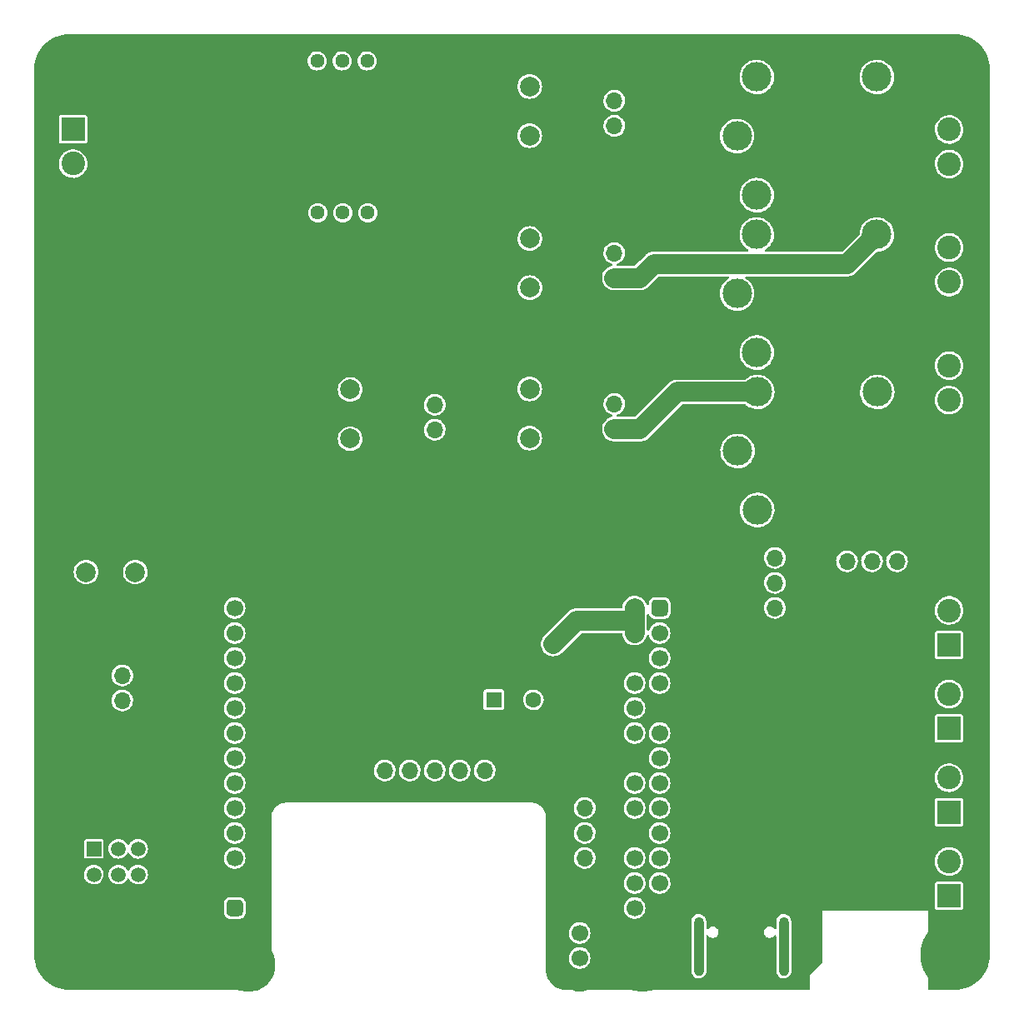
<source format=gbr>
G04 #@! TF.GenerationSoftware,KiCad,Pcbnew,6.0.5+dfsg-1~bpo11+1*
G04 #@! TF.ProjectId,maglock,6d61676c-6f63-46b2-9e6b-696361645f70,2.0*
G04 #@! TF.SameCoordinates,Original*
G04 #@! TF.FileFunction,Copper,L2,Bot*
G04 #@! TF.FilePolarity,Positive*
%FSLAX46Y46*%
G04 Gerber Fmt 4.6, Leading zero omitted, Abs format (unit mm)*
%MOMM*%
%LPD*%
G01*
G04 APERTURE LIST*
G04 #@! TA.AperFunction,ComponentPad*
%ADD10C,2.000000*%
G04 #@! TD*
G04 #@! TA.AperFunction,ComponentPad*
%ADD11C,3.000000*%
G04 #@! TD*
G04 #@! TA.AperFunction,ComponentPad*
%ADD12R,1.700000X1.700000*%
G04 #@! TD*
G04 #@! TA.AperFunction,ComponentPad*
%ADD13O,1.700000X1.700000*%
G04 #@! TD*
G04 #@! TA.AperFunction,ComponentPad*
%ADD14C,0.630000*%
G04 #@! TD*
G04 #@! TA.AperFunction,SMDPad,CuDef*
%ADD15R,2.600000X3.300000*%
G04 #@! TD*
G04 #@! TA.AperFunction,ComponentPad*
%ADD16R,2.400000X2.400000*%
G04 #@! TD*
G04 #@! TA.AperFunction,ComponentPad*
%ADD17C,2.400000*%
G04 #@! TD*
G04 #@! TA.AperFunction,ComponentPad*
%ADD18C,1.440000*%
G04 #@! TD*
G04 #@! TA.AperFunction,ComponentPad*
%ADD19C,0.800000*%
G04 #@! TD*
G04 #@! TA.AperFunction,ComponentPad*
%ADD20C,7.000000*%
G04 #@! TD*
G04 #@! TA.AperFunction,ComponentPad*
%ADD21O,1.000000X2.100000*%
G04 #@! TD*
G04 #@! TA.AperFunction,ComponentPad*
%ADD22O,1.000000X1.600000*%
G04 #@! TD*
G04 #@! TA.AperFunction,SMDPad,CuDef*
%ADD23R,3.300000X2.600000*%
G04 #@! TD*
G04 #@! TA.AperFunction,ComponentPad*
%ADD24R,1.600000X1.600000*%
G04 #@! TD*
G04 #@! TA.AperFunction,ComponentPad*
%ADD25C,1.600000*%
G04 #@! TD*
G04 #@! TA.AperFunction,ComponentPad*
%ADD26R,1.500000X1.500000*%
G04 #@! TD*
G04 #@! TA.AperFunction,ComponentPad*
%ADD27C,1.500000*%
G04 #@! TD*
G04 #@! TA.AperFunction,ComponentPad*
%ADD28C,5.500000*%
G04 #@! TD*
G04 #@! TA.AperFunction,ComponentPad*
%ADD29C,1.700000*%
G04 #@! TD*
G04 #@! TA.AperFunction,ViaPad*
%ADD30C,0.800000*%
G04 #@! TD*
G04 #@! TA.AperFunction,Conductor*
%ADD31C,2.000000*%
G04 #@! TD*
G04 #@! TA.AperFunction,Conductor*
%ADD32C,1.000000*%
G04 #@! TD*
G04 APERTURE END LIST*
D10*
X137550000Y-93550000D03*
X137550000Y-88550000D03*
D11*
X176870000Y-62800000D03*
X191070000Y-56800000D03*
X191070000Y-68800000D03*
X178870000Y-68800000D03*
X178870000Y-56800000D03*
D12*
X161388000Y-128527000D03*
D13*
X161388000Y-131067000D03*
X161388000Y-133607000D03*
X161388000Y-136147000D03*
D14*
X144262500Y-74900000D03*
X145562500Y-74900000D03*
X144262500Y-77500000D03*
D15*
X144912500Y-76200000D03*
D14*
X145562500Y-76200000D03*
X144262500Y-76200000D03*
X145562500Y-77500000D03*
D16*
X198420000Y-69130000D03*
D17*
X198420000Y-65630000D03*
X198420000Y-62130000D03*
D18*
X134200000Y-55160000D03*
X136740000Y-55160000D03*
X139280000Y-55160000D03*
D16*
X198400000Y-131500000D03*
D17*
X198400000Y-128000000D03*
D16*
X198420000Y-81130000D03*
D17*
X198420000Y-77630000D03*
X198420000Y-74130000D03*
D10*
X155800000Y-93500000D03*
X155800000Y-88500000D03*
D18*
X134262500Y-70600000D03*
X136802500Y-70600000D03*
X139342500Y-70600000D03*
D11*
X176870000Y-78800000D03*
X191070000Y-72800000D03*
X191070000Y-84800000D03*
X178870000Y-84800000D03*
X178870000Y-72800000D03*
D12*
X164400000Y-64300000D03*
D13*
X164400000Y-61760000D03*
X164400000Y-59220000D03*
D16*
X198420000Y-93130000D03*
D17*
X198420000Y-89630000D03*
X198420000Y-86130000D03*
D19*
X197143845Y-102856155D03*
X199000000Y-103625000D03*
X201625000Y-101000000D03*
X200856155Y-102856155D03*
X200856155Y-99143845D03*
X196375000Y-101000000D03*
X199000000Y-98375000D03*
D20*
X199000000Y-101000000D03*
D19*
X197143845Y-99143845D03*
D12*
X164400000Y-79755000D03*
D13*
X164400000Y-77215000D03*
X164400000Y-74675000D03*
D16*
X198400000Y-123000000D03*
D17*
X198400000Y-119500000D03*
D21*
X181620000Y-143170000D03*
X172980000Y-143170000D03*
D22*
X181620000Y-147350000D03*
X172980000Y-147350000D03*
D19*
X106375000Y-56000000D03*
X111625000Y-56000000D03*
X110856155Y-57856155D03*
X109000000Y-58625000D03*
X109000000Y-53375000D03*
X107143845Y-57856155D03*
X110856155Y-54143845D03*
D20*
X109000000Y-56000000D03*
D19*
X107143845Y-54143845D03*
D14*
X113970000Y-96850000D03*
X112670000Y-96850000D03*
X111370000Y-95550000D03*
X112670000Y-95550000D03*
X113970000Y-95550000D03*
X111370000Y-96850000D03*
D23*
X112670000Y-96200000D03*
D12*
X164400000Y-95105000D03*
D13*
X164400000Y-92565000D03*
X164400000Y-90025000D03*
D12*
X138528000Y-127257000D03*
D13*
X141068000Y-127257000D03*
X143608000Y-127257000D03*
X146148000Y-127257000D03*
X148688000Y-127257000D03*
X151228000Y-127257000D03*
D16*
X109400000Y-62100000D03*
D17*
X109400000Y-65600000D03*
X109400000Y-69100000D03*
X109400000Y-72600000D03*
D24*
X152168000Y-120087000D03*
D25*
X156168000Y-120087000D03*
D14*
X154800000Y-101570000D03*
X157400000Y-101570000D03*
X157400000Y-102870000D03*
D23*
X156100000Y-102220000D03*
D14*
X156100000Y-101570000D03*
X154800000Y-102870000D03*
X156100000Y-102870000D03*
D19*
X122625000Y-117500000D03*
X121856155Y-115643845D03*
X120000000Y-120125000D03*
X118143845Y-115643845D03*
D20*
X120000000Y-117500000D03*
D19*
X120000000Y-114875000D03*
X121856155Y-119356155D03*
X117375000Y-117500000D03*
X118143845Y-119356155D03*
D26*
X111500000Y-135220000D03*
D27*
X114000000Y-135220000D03*
X116000000Y-135220000D03*
X118500000Y-135220000D03*
X111500000Y-137840000D03*
X114000000Y-137840000D03*
X116000000Y-137840000D03*
X118500000Y-137840000D03*
D11*
X108430000Y-140550000D03*
X121570000Y-134870000D03*
X121570000Y-140550000D03*
X108430000Y-134870000D03*
X176920000Y-94800000D03*
X191120000Y-88800000D03*
X191120000Y-100800000D03*
X178920000Y-100800000D03*
X178920000Y-88800000D03*
D16*
X198400000Y-140000000D03*
D17*
X198400000Y-136500000D03*
D12*
X180700000Y-113280000D03*
D13*
X180700000Y-110740000D03*
X180700000Y-108200000D03*
X180700000Y-105660000D03*
D15*
X144900000Y-60760000D03*
D14*
X144250000Y-60760000D03*
X145550000Y-62060000D03*
X145550000Y-60760000D03*
X145550000Y-59460000D03*
X144250000Y-62060000D03*
X144250000Y-59460000D03*
X137850000Y-101550000D03*
X137850000Y-102850000D03*
X139150000Y-101550000D03*
X136550000Y-101550000D03*
D23*
X137850000Y-102200000D03*
D14*
X139150000Y-102850000D03*
X136550000Y-102850000D03*
D10*
X155800000Y-62760000D03*
X155800000Y-57760000D03*
D19*
X199000000Y-58625000D03*
X197143845Y-57856155D03*
X197143845Y-54143845D03*
X200856155Y-54143845D03*
X199000000Y-53375000D03*
X196375000Y-56000000D03*
X201625000Y-56000000D03*
D20*
X199000000Y-56000000D03*
D19*
X200856155Y-57856155D03*
D10*
X155812500Y-78200000D03*
X155812500Y-73200000D03*
D16*
X198400000Y-114500000D03*
D17*
X198400000Y-111000000D03*
D10*
X110720000Y-107100000D03*
X115720000Y-107100000D03*
D12*
X114400000Y-122680000D03*
D13*
X114400000Y-120140000D03*
X114400000Y-117600000D03*
D28*
X167272800Y-105011600D03*
X127242400Y-147023200D03*
X127242400Y-105011600D03*
X167272800Y-147048600D03*
G04 #@! TA.AperFunction,ComponentPad*
G36*
G01*
X169850000Y-110327000D02*
X169850000Y-111177000D01*
G75*
G02*
X169425000Y-111602000I-425000J0D01*
G01*
X168575000Y-111602000D01*
G75*
G02*
X168150000Y-111177000I0J425000D01*
G01*
X168150000Y-110327000D01*
G75*
G02*
X168575000Y-109902000I425000J0D01*
G01*
X169425000Y-109902000D01*
G75*
G02*
X169850000Y-110327000I0J-425000D01*
G01*
G37*
G04 #@! TD.AperFunction*
D29*
X166460000Y-110752000D03*
X169000000Y-113292000D03*
X166460000Y-113292000D03*
X169000000Y-115832000D03*
X166460000Y-115832000D03*
X169000000Y-118372000D03*
X166460000Y-118372000D03*
X169000000Y-120912000D03*
X166460000Y-120912000D03*
X169000000Y-123452000D03*
X166460000Y-123452000D03*
X169000000Y-125992000D03*
X166460000Y-125992000D03*
X169000000Y-128532000D03*
X166460000Y-128532000D03*
X169000000Y-131072000D03*
X166460000Y-131072000D03*
X169000000Y-133612000D03*
X166460000Y-133612000D03*
X169000000Y-136152000D03*
X166460000Y-136152000D03*
X169000000Y-138692000D03*
X166460000Y-138692000D03*
X169000000Y-141232000D03*
X166460000Y-141232000D03*
G04 #@! TA.AperFunction,ComponentPad*
G36*
G01*
X126670000Y-140807000D02*
X126670000Y-141657000D01*
G75*
G02*
X126245000Y-142082000I-425000J0D01*
G01*
X125395000Y-142082000D01*
G75*
G02*
X124970000Y-141657000I0J425000D01*
G01*
X124970000Y-140807000D01*
G75*
G02*
X125395000Y-140382000I425000J0D01*
G01*
X126245000Y-140382000D01*
G75*
G02*
X126670000Y-140807000I0J-425000D01*
G01*
G37*
G04 #@! TD.AperFunction*
X125820000Y-138692000D03*
X125820000Y-136152000D03*
X125820000Y-133612000D03*
X125820000Y-131072000D03*
X125820000Y-128532000D03*
X125820000Y-125992000D03*
X125820000Y-123452000D03*
X125820000Y-120912000D03*
X125820000Y-118372000D03*
X125820000Y-115832000D03*
X125820000Y-113292000D03*
X125820000Y-110752000D03*
G04 #@! TA.AperFunction,ComponentPad*
G36*
G01*
X161722000Y-148427000D02*
X161722000Y-149277000D01*
G75*
G02*
X161297000Y-149702000I-425000J0D01*
G01*
X160447000Y-149702000D01*
G75*
G02*
X160022000Y-149277000I0J425000D01*
G01*
X160022000Y-148427000D01*
G75*
G02*
X160447000Y-148002000I425000J0D01*
G01*
X161297000Y-148002000D01*
G75*
G02*
X161722000Y-148427000I0J-425000D01*
G01*
G37*
G04 #@! TD.AperFunction*
X160872000Y-146312000D03*
X160872000Y-143772000D03*
D19*
X199000000Y-148625000D03*
D20*
X199000000Y-146000000D03*
D19*
X199000000Y-143375000D03*
X197143845Y-147856155D03*
X201625000Y-146000000D03*
X197143845Y-144143845D03*
X200856155Y-144143845D03*
X200856155Y-147856155D03*
X196375000Y-146000000D03*
D12*
X146150000Y-95180000D03*
D13*
X146150000Y-92640000D03*
X146150000Y-90100000D03*
D12*
X185500000Y-106000000D03*
D13*
X188040000Y-106000000D03*
X190580000Y-106000000D03*
X193120000Y-106000000D03*
D30*
X174900000Y-111000000D03*
X127050000Y-94750000D03*
X144320000Y-65715000D03*
X125512500Y-76250000D03*
X125512500Y-73850000D03*
X142950000Y-104350000D03*
X149400000Y-110300000D03*
X129000000Y-143400000D03*
X142950000Y-102750000D03*
X161100000Y-103500000D03*
X152500000Y-104500000D03*
X173700000Y-104100000D03*
X154100000Y-110500000D03*
X115300000Y-131400000D03*
X142720000Y-81315000D03*
X172295000Y-125575000D03*
X186400000Y-115000000D03*
X117105000Y-96475000D03*
X108505000Y-94075000D03*
X190187500Y-139550000D03*
X118600000Y-95000000D03*
X145920000Y-72515000D03*
X161100000Y-104300000D03*
X117100000Y-95000000D03*
X142720000Y-72515000D03*
X143520000Y-64915000D03*
X190200000Y-114050000D03*
X160200000Y-104300000D03*
X152500000Y-102100000D03*
X137320000Y-74915000D03*
X142720000Y-64915000D03*
X145120000Y-57115000D03*
X190200000Y-122550000D03*
X122877500Y-95325000D03*
X145920000Y-57115000D03*
X107005000Y-118675000D03*
X110500000Y-131100000D03*
X118605000Y-96475000D03*
X125512500Y-75450000D03*
X124712500Y-76250000D03*
X143520000Y-72515000D03*
X138920000Y-59515000D03*
X163000000Y-116000000D03*
X107605000Y-95675000D03*
X144320000Y-81315000D03*
X190200000Y-131050000D03*
X130868000Y-121487000D03*
X182065000Y-133417500D03*
X136520000Y-74915000D03*
X174170000Y-101050000D03*
X147520000Y-72515000D03*
X160200000Y-103500000D03*
X129100000Y-53950000D03*
X107500000Y-131100000D03*
X182095000Y-131375000D03*
X139720000Y-59515000D03*
X163800000Y-108100000D03*
X108505000Y-94875000D03*
X186400000Y-123500000D03*
X107605000Y-94875000D03*
X165320000Y-69715000D03*
X174900000Y-111800000D03*
X165320000Y-54315000D03*
X141950000Y-103550000D03*
X142720000Y-65715000D03*
X192175000Y-139600000D03*
X182065000Y-134205000D03*
X132668000Y-127487000D03*
X124712500Y-75450000D03*
X132320000Y-78315000D03*
X125512500Y-74650000D03*
X112500000Y-131100000D03*
X171520000Y-79050000D03*
X118312500Y-58450000D03*
X137320000Y-59515000D03*
X123912500Y-73850000D03*
X152500000Y-98800000D03*
X154100000Y-108100000D03*
X139720000Y-74915000D03*
X154100000Y-107300000D03*
X177295000Y-140175000D03*
X123912500Y-76250000D03*
X192187500Y-131100000D03*
X144320000Y-80315000D03*
X116305000Y-96475000D03*
X171900000Y-115800000D03*
X141950000Y-102750000D03*
X144320000Y-64915000D03*
X123912500Y-73050000D03*
X181705000Y-137505000D03*
X174170000Y-68250000D03*
X161100000Y-102700000D03*
X129950000Y-98750000D03*
X186400000Y-132000000D03*
X134250000Y-102550000D03*
X143520000Y-57115000D03*
X124712500Y-74650000D03*
X147520000Y-57115000D03*
X127050000Y-97150000D03*
X152500000Y-101300000D03*
X116500000Y-62550000D03*
X172875000Y-137505000D03*
X143520000Y-65715000D03*
X141950000Y-104350000D03*
X111705000Y-115575000D03*
X143520000Y-81315000D03*
X132287500Y-60960000D03*
X145120000Y-72515000D03*
X180195000Y-123375000D03*
X127050000Y-92350000D03*
X143520000Y-80315000D03*
X142950000Y-103550000D03*
X121600000Y-131100000D03*
X163800000Y-116000000D03*
X131850000Y-102550000D03*
X119400000Y-95000000D03*
X129150000Y-55950000D03*
X142720000Y-80315000D03*
X165300000Y-85100000D03*
X174170000Y-84200000D03*
X107605000Y-94075000D03*
X118800000Y-131400000D03*
X148320000Y-57115000D03*
X180695000Y-141875000D03*
X171520000Y-95050000D03*
X173895000Y-141875000D03*
X174170000Y-85050000D03*
X127050000Y-93950000D03*
X110905000Y-115575000D03*
X192187500Y-122600000D03*
X186300000Y-140500000D03*
X174170000Y-100200000D03*
X138920000Y-74915000D03*
X136520000Y-59515000D03*
X133450000Y-102550000D03*
X132320000Y-76315000D03*
X192187500Y-114150000D03*
X127050000Y-91550000D03*
X147150000Y-85150000D03*
X125512500Y-73050000D03*
X123912500Y-75450000D03*
X163000000Y-108100000D03*
X182065000Y-132705000D03*
X118312500Y-60550000D03*
X116300000Y-95000000D03*
X131050000Y-102550000D03*
X160200000Y-102700000D03*
X124712500Y-73850000D03*
X127050000Y-96350000D03*
X152500000Y-99600000D03*
X119405000Y-96475000D03*
X123912500Y-74650000D03*
X108505000Y-95675000D03*
X142720000Y-57115000D03*
X152500000Y-103700000D03*
X128200000Y-143400000D03*
X132287500Y-62947500D03*
X174170000Y-69050000D03*
X124712500Y-73050000D03*
X154100000Y-109700000D03*
X148320000Y-72515000D03*
X171520000Y-63050000D03*
X163035000Y-112040000D03*
X158800000Y-113800000D03*
X159400000Y-113200000D03*
X158200000Y-114400000D03*
X163835000Y-112040000D03*
X165435000Y-112040000D03*
X164635000Y-112040000D03*
D31*
X163035000Y-112040000D02*
X163835000Y-112040000D01*
X160560000Y-112040000D02*
X163035000Y-112040000D01*
X166460000Y-110752000D02*
X166460000Y-112040000D01*
X159400000Y-113200000D02*
X160560000Y-112040000D01*
X163835000Y-112040000D02*
X164635000Y-112040000D01*
X166460000Y-112040000D02*
X166460000Y-113292000D01*
X164635000Y-112040000D02*
X165435000Y-112040000D01*
X158200000Y-114400000D02*
X159400000Y-113200000D01*
X165435000Y-112040000D02*
X166460000Y-112040000D01*
D32*
X172980000Y-143170000D02*
X172980000Y-147350000D01*
X181620000Y-143170000D02*
X181620000Y-147350000D01*
D31*
X164400000Y-92565000D02*
X167035000Y-92565000D01*
X170800000Y-88800000D02*
X178920000Y-88800000D01*
X167035000Y-92565000D02*
X170800000Y-88800000D01*
X188070000Y-75800000D02*
X191070000Y-72800000D01*
X166985000Y-77215000D02*
X168400000Y-75800000D01*
X168400000Y-75800000D02*
X188070000Y-75800000D01*
X164400000Y-77215000D02*
X166985000Y-77215000D01*
G04 #@! TA.AperFunction,Conductor*
G36*
X198974382Y-52451976D02*
G01*
X198985710Y-52453740D01*
X198985712Y-52453740D01*
X198994440Y-52455099D01*
X199010484Y-52453001D01*
X199032641Y-52452103D01*
X199341834Y-52467293D01*
X199353937Y-52468486D01*
X199686461Y-52517811D01*
X199698368Y-52520180D01*
X200024469Y-52601863D01*
X200036097Y-52605391D01*
X200252601Y-52682858D01*
X200352591Y-52718635D01*
X200363832Y-52723291D01*
X200667720Y-52867018D01*
X200678453Y-52872755D01*
X200966767Y-53045565D01*
X200976884Y-53052325D01*
X201246890Y-53252574D01*
X201256297Y-53260294D01*
X201505362Y-53486033D01*
X201513967Y-53494638D01*
X201739706Y-53743703D01*
X201747426Y-53753110D01*
X201947675Y-54023116D01*
X201954435Y-54033233D01*
X202127245Y-54321547D01*
X202132982Y-54332280D01*
X202276709Y-54636168D01*
X202281365Y-54647409D01*
X202394609Y-54963903D01*
X202398137Y-54975531D01*
X202479820Y-55301632D01*
X202482189Y-55313539D01*
X202522327Y-55584128D01*
X202531514Y-55646060D01*
X202532707Y-55658168D01*
X202541280Y-55832673D01*
X202547568Y-55960675D01*
X202546264Y-55985380D01*
X202546260Y-55985711D01*
X202544901Y-55994440D01*
X202546047Y-56003202D01*
X202548453Y-56021603D01*
X202549500Y-56037681D01*
X202549500Y-145955305D01*
X202548024Y-145974382D01*
X202544901Y-145994440D01*
X202546999Y-146010484D01*
X202547897Y-146032641D01*
X202532707Y-146341829D01*
X202532707Y-146341830D01*
X202531514Y-146353937D01*
X202482189Y-146686461D01*
X202479820Y-146698368D01*
X202398139Y-147024462D01*
X202394609Y-147036097D01*
X202347791Y-147166945D01*
X202281365Y-147352591D01*
X202276709Y-147363832D01*
X202132982Y-147667720D01*
X202127245Y-147678453D01*
X201954435Y-147966767D01*
X201947675Y-147976884D01*
X201747426Y-148246890D01*
X201739706Y-148256297D01*
X201513967Y-148505362D01*
X201505362Y-148513967D01*
X201256297Y-148739706D01*
X201246890Y-148747426D01*
X200976884Y-148947675D01*
X200966767Y-148954435D01*
X200678453Y-149127245D01*
X200667720Y-149132982D01*
X200363832Y-149276709D01*
X200352591Y-149281365D01*
X200252601Y-149317142D01*
X200036097Y-149394609D01*
X200024469Y-149398137D01*
X199698368Y-149479820D01*
X199686461Y-149482189D01*
X199353937Y-149531514D01*
X199341832Y-149532707D01*
X199039323Y-149547568D01*
X199014620Y-149546264D01*
X199014289Y-149546260D01*
X199005560Y-149544901D01*
X198980416Y-149548189D01*
X198978397Y-149548453D01*
X198962319Y-149549500D01*
X196424000Y-149549500D01*
X196356961Y-149529815D01*
X196311206Y-149477011D01*
X196300000Y-149425500D01*
X196300000Y-141500000D01*
X185500000Y-141500000D01*
X185500000Y-146748638D01*
X185480315Y-146815677D01*
X185463681Y-146836319D01*
X184300000Y-148000000D01*
X184300000Y-149425500D01*
X184280315Y-149492539D01*
X184227511Y-149538294D01*
X184176000Y-149549500D01*
X159544695Y-149549500D01*
X159525618Y-149548024D01*
X159514290Y-149546260D01*
X159514288Y-149546260D01*
X159505560Y-149544901D01*
X159492327Y-149546631D01*
X159468149Y-149547412D01*
X159240590Y-149532497D01*
X159224509Y-149530379D01*
X158982249Y-149482191D01*
X158977522Y-149481251D01*
X158961855Y-149477053D01*
X158961732Y-149477011D01*
X158916332Y-149461600D01*
X158723386Y-149396103D01*
X158708401Y-149389896D01*
X158482536Y-149278512D01*
X158468495Y-149270405D01*
X158259099Y-149130492D01*
X158246236Y-149120622D01*
X158190602Y-149071832D01*
X158056890Y-148954569D01*
X158045431Y-148943110D01*
X157879378Y-148753764D01*
X157869504Y-148740896D01*
X157868709Y-148739706D01*
X157729595Y-148531505D01*
X157721488Y-148517464D01*
X157610104Y-148291599D01*
X157603897Y-148276614D01*
X157522947Y-148038145D01*
X157518749Y-148022477D01*
X157480582Y-147830598D01*
X157469618Y-147775478D01*
X157467504Y-147759423D01*
X157463204Y-147693822D01*
X172229500Y-147693822D01*
X172244657Y-147823828D01*
X172247113Y-147830595D01*
X172247114Y-147830598D01*
X172298440Y-147971997D01*
X172304369Y-147988331D01*
X172400323Y-148134685D01*
X172405551Y-148139637D01*
X172405553Y-148139640D01*
X172522143Y-148250087D01*
X172522145Y-148250089D01*
X172527372Y-148255040D01*
X172533597Y-148258656D01*
X172533600Y-148258658D01*
X172577764Y-148284310D01*
X172678702Y-148342939D01*
X172846193Y-148393667D01*
X172912332Y-148397770D01*
X173013668Y-148404057D01*
X173013671Y-148404057D01*
X173020862Y-148404503D01*
X173193340Y-148374866D01*
X173354373Y-148306346D01*
X173374412Y-148291599D01*
X173489521Y-148206888D01*
X173489523Y-148206886D01*
X173495324Y-148202617D01*
X173499990Y-148197125D01*
X173603965Y-148074739D01*
X173603967Y-148074736D01*
X173608632Y-148069245D01*
X173688219Y-147913384D01*
X173729815Y-147743394D01*
X173730500Y-147732352D01*
X173730500Y-144125113D01*
X173750185Y-144058074D01*
X173802989Y-144012319D01*
X173872147Y-144002375D01*
X173935703Y-144031400D01*
X173952876Y-144049626D01*
X173991682Y-144100199D01*
X173999549Y-144110451D01*
X174119767Y-144202698D01*
X174152231Y-144216145D01*
X174252255Y-144257577D01*
X174252257Y-144257578D01*
X174259764Y-144260687D01*
X174267823Y-144261748D01*
X174368260Y-144274971D01*
X174368264Y-144274971D01*
X174372280Y-144275500D01*
X174447720Y-144275500D01*
X174451736Y-144274971D01*
X174451740Y-144274971D01*
X174552177Y-144261748D01*
X174560236Y-144260687D01*
X174567743Y-144257578D01*
X174567745Y-144257577D01*
X174667769Y-144216145D01*
X174700233Y-144202698D01*
X174820451Y-144110451D01*
X174860642Y-144058074D01*
X174907751Y-143996680D01*
X174912698Y-143990233D01*
X174970687Y-143850236D01*
X174990466Y-143700000D01*
X179609534Y-143700000D01*
X179629313Y-143850236D01*
X179687302Y-143990233D01*
X179692249Y-143996680D01*
X179739359Y-144058074D01*
X179779549Y-144110451D01*
X179899767Y-144202698D01*
X179932231Y-144216145D01*
X180032255Y-144257577D01*
X180032257Y-144257578D01*
X180039764Y-144260687D01*
X180047823Y-144261748D01*
X180148260Y-144274971D01*
X180148264Y-144274971D01*
X180152280Y-144275500D01*
X180227720Y-144275500D01*
X180231736Y-144274971D01*
X180231740Y-144274971D01*
X180332177Y-144261748D01*
X180340236Y-144260687D01*
X180347743Y-144257578D01*
X180347745Y-144257577D01*
X180447769Y-144216145D01*
X180480233Y-144202698D01*
X180600451Y-144110451D01*
X180608318Y-144100199D01*
X180647124Y-144049626D01*
X180703552Y-144008424D01*
X180773298Y-144004269D01*
X180834219Y-144038482D01*
X180866971Y-144100199D01*
X180869500Y-144125113D01*
X180869500Y-147693822D01*
X180884657Y-147823828D01*
X180887113Y-147830595D01*
X180887114Y-147830598D01*
X180938440Y-147971997D01*
X180944369Y-147988331D01*
X181040323Y-148134685D01*
X181045551Y-148139637D01*
X181045553Y-148139640D01*
X181162143Y-148250087D01*
X181162145Y-148250089D01*
X181167372Y-148255040D01*
X181173597Y-148258656D01*
X181173600Y-148258658D01*
X181217764Y-148284310D01*
X181318702Y-148342939D01*
X181486193Y-148393667D01*
X181552332Y-148397770D01*
X181653668Y-148404057D01*
X181653671Y-148404057D01*
X181660862Y-148404503D01*
X181833340Y-148374866D01*
X181994373Y-148306346D01*
X182014412Y-148291599D01*
X182129521Y-148206888D01*
X182129523Y-148206886D01*
X182135324Y-148202617D01*
X182139990Y-148197125D01*
X182243965Y-148074739D01*
X182243967Y-148074736D01*
X182248632Y-148069245D01*
X182328219Y-147913384D01*
X182369815Y-147743394D01*
X182370500Y-147732352D01*
X182370500Y-142576178D01*
X182355343Y-142446172D01*
X182315244Y-142335700D01*
X182298090Y-142288443D01*
X182298089Y-142288442D01*
X182295631Y-142281669D01*
X182233689Y-142187192D01*
X182203630Y-142141344D01*
X182203629Y-142141343D01*
X182199677Y-142135315D01*
X182194449Y-142130363D01*
X182194447Y-142130360D01*
X182077857Y-142019913D01*
X182077855Y-142019911D01*
X182072628Y-142014960D01*
X182066403Y-142011344D01*
X182066400Y-142011342D01*
X181927525Y-141930678D01*
X181927526Y-141930678D01*
X181921298Y-141927061D01*
X181753807Y-141876333D01*
X181687668Y-141872230D01*
X181586332Y-141865943D01*
X181586329Y-141865943D01*
X181579138Y-141865497D01*
X181406660Y-141895134D01*
X181245627Y-141963654D01*
X181239829Y-141967921D01*
X181239827Y-141967922D01*
X181110479Y-142063112D01*
X181110477Y-142063114D01*
X181104676Y-142067383D01*
X181100011Y-142072874D01*
X181100010Y-142072875D01*
X180996035Y-142195261D01*
X180996033Y-142195264D01*
X180991368Y-142200755D01*
X180911781Y-142356616D01*
X180870185Y-142526606D01*
X180869500Y-142537648D01*
X180869500Y-143274887D01*
X180849815Y-143341926D01*
X180797011Y-143387681D01*
X180727853Y-143397625D01*
X180664297Y-143368600D01*
X180647124Y-143350374D01*
X180605395Y-143295992D01*
X180600451Y-143289549D01*
X180480233Y-143197302D01*
X180403684Y-143165594D01*
X180347745Y-143142423D01*
X180347743Y-143142422D01*
X180340236Y-143139313D01*
X180332177Y-143138252D01*
X180231740Y-143125029D01*
X180231736Y-143125029D01*
X180227720Y-143124500D01*
X180152280Y-143124500D01*
X180148264Y-143125029D01*
X180148260Y-143125029D01*
X180047823Y-143138252D01*
X180039764Y-143139313D01*
X180032257Y-143142422D01*
X180032255Y-143142423D01*
X179976316Y-143165594D01*
X179899767Y-143197302D01*
X179779549Y-143289549D01*
X179774605Y-143295992D01*
X179737752Y-143344020D01*
X179687302Y-143409767D01*
X179684192Y-143417276D01*
X179632441Y-143542213D01*
X179629313Y-143549764D01*
X179609534Y-143700000D01*
X174990466Y-143700000D01*
X174970687Y-143549764D01*
X174967560Y-143542213D01*
X174915808Y-143417276D01*
X174912698Y-143409767D01*
X174862248Y-143344020D01*
X174825395Y-143295992D01*
X174820451Y-143289549D01*
X174700233Y-143197302D01*
X174623684Y-143165594D01*
X174567745Y-143142423D01*
X174567743Y-143142422D01*
X174560236Y-143139313D01*
X174552177Y-143138252D01*
X174451740Y-143125029D01*
X174451736Y-143125029D01*
X174447720Y-143124500D01*
X174372280Y-143124500D01*
X174368264Y-143125029D01*
X174368260Y-143125029D01*
X174267823Y-143138252D01*
X174259764Y-143139313D01*
X174252257Y-143142422D01*
X174252255Y-143142423D01*
X174196316Y-143165594D01*
X174119767Y-143197302D01*
X173999549Y-143289549D01*
X173994605Y-143295992D01*
X173952876Y-143350374D01*
X173896448Y-143391576D01*
X173826702Y-143395731D01*
X173765781Y-143361518D01*
X173733029Y-143299801D01*
X173730500Y-143274887D01*
X173730500Y-142576178D01*
X173715343Y-142446172D01*
X173675244Y-142335700D01*
X173658090Y-142288443D01*
X173658089Y-142288442D01*
X173655631Y-142281669D01*
X173593689Y-142187192D01*
X173563630Y-142141344D01*
X173563629Y-142141343D01*
X173559677Y-142135315D01*
X173554449Y-142130363D01*
X173554447Y-142130360D01*
X173437857Y-142019913D01*
X173437855Y-142019911D01*
X173432628Y-142014960D01*
X173426403Y-142011344D01*
X173426400Y-142011342D01*
X173287525Y-141930678D01*
X173287526Y-141930678D01*
X173281298Y-141927061D01*
X173113807Y-141876333D01*
X173047668Y-141872230D01*
X172946332Y-141865943D01*
X172946329Y-141865943D01*
X172939138Y-141865497D01*
X172766660Y-141895134D01*
X172605627Y-141963654D01*
X172599829Y-141967921D01*
X172599827Y-141967922D01*
X172470479Y-142063112D01*
X172470477Y-142063114D01*
X172464676Y-142067383D01*
X172460011Y-142072874D01*
X172460010Y-142072875D01*
X172356035Y-142195261D01*
X172356033Y-142195264D01*
X172351368Y-142200755D01*
X172271781Y-142356616D01*
X172230185Y-142526606D01*
X172229500Y-142537648D01*
X172229500Y-147693822D01*
X157463204Y-147693822D01*
X157453230Y-147541660D01*
X157454293Y-147520661D01*
X157453774Y-147520614D01*
X157454202Y-147515844D01*
X157454997Y-147511120D01*
X157455133Y-147500000D01*
X157451752Y-147476390D01*
X157450500Y-147458812D01*
X157450500Y-146283069D01*
X159767164Y-146283069D01*
X159767535Y-146288731D01*
X159767535Y-146288735D01*
X159772851Y-146369842D01*
X159780392Y-146484894D01*
X159830178Y-146680928D01*
X159914856Y-146864607D01*
X160031588Y-147029780D01*
X160176466Y-147170913D01*
X160344637Y-147283282D01*
X160530470Y-147363122D01*
X160626502Y-147384852D01*
X160722193Y-147406505D01*
X160722195Y-147406505D01*
X160727740Y-147407760D01*
X160845135Y-147412372D01*
X160924161Y-147415477D01*
X160924163Y-147415477D01*
X160929842Y-147415700D01*
X160935462Y-147414885D01*
X160935465Y-147414885D01*
X161124387Y-147387493D01*
X161124389Y-147387493D01*
X161130007Y-147386678D01*
X161135384Y-147384853D01*
X161135387Y-147384852D01*
X161220090Y-147356099D01*
X161321531Y-147321664D01*
X161498001Y-147222837D01*
X161560433Y-147170913D01*
X161649138Y-147097137D01*
X161653505Y-147093505D01*
X161782837Y-146938001D01*
X161881664Y-146761531D01*
X161946678Y-146570007D01*
X161975700Y-146369842D01*
X161977215Y-146312000D01*
X161958708Y-146110591D01*
X161920293Y-145974382D01*
X161905352Y-145921403D01*
X161905351Y-145921400D01*
X161903807Y-145915926D01*
X161814351Y-145734527D01*
X161693335Y-145572467D01*
X161544812Y-145435174D01*
X161373757Y-145327246D01*
X161185898Y-145252298D01*
X161180317Y-145251188D01*
X161180314Y-145251187D01*
X161112373Y-145237673D01*
X160987526Y-145212839D01*
X160981839Y-145212765D01*
X160981834Y-145212764D01*
X160790975Y-145210266D01*
X160790970Y-145210266D01*
X160785286Y-145210192D01*
X160779682Y-145211155D01*
X160779681Y-145211155D01*
X160591546Y-145243482D01*
X160591543Y-145243483D01*
X160585949Y-145244444D01*
X160564660Y-145252298D01*
X160401521Y-145312483D01*
X160401517Y-145312485D01*
X160396193Y-145314449D01*
X160391310Y-145317354D01*
X160391308Y-145317355D01*
X160374683Y-145327246D01*
X160222371Y-145417862D01*
X160070305Y-145551220D01*
X159945089Y-145710057D01*
X159850914Y-145889053D01*
X159849229Y-145894479D01*
X159849228Y-145894482D01*
X159824419Y-145974382D01*
X159790937Y-146082213D01*
X159767164Y-146283069D01*
X157450500Y-146283069D01*
X157450500Y-143743069D01*
X159767164Y-143743069D01*
X159767535Y-143748731D01*
X159767535Y-143748735D01*
X159772851Y-143829842D01*
X159780392Y-143944894D01*
X159830178Y-144140928D01*
X159914856Y-144324607D01*
X160031588Y-144489780D01*
X160176466Y-144630913D01*
X160344637Y-144743282D01*
X160530470Y-144823122D01*
X160626502Y-144844852D01*
X160722193Y-144866505D01*
X160722195Y-144866505D01*
X160727740Y-144867760D01*
X160845135Y-144872372D01*
X160924161Y-144875477D01*
X160924163Y-144875477D01*
X160929842Y-144875700D01*
X160935462Y-144874885D01*
X160935465Y-144874885D01*
X161124387Y-144847493D01*
X161124389Y-144847493D01*
X161130007Y-144846678D01*
X161135384Y-144844853D01*
X161135387Y-144844852D01*
X161220090Y-144816099D01*
X161321531Y-144781664D01*
X161498001Y-144682837D01*
X161560433Y-144630913D01*
X161649138Y-144557137D01*
X161653505Y-144553505D01*
X161782837Y-144398001D01*
X161881664Y-144221531D01*
X161922851Y-144100199D01*
X161944852Y-144035387D01*
X161944853Y-144035384D01*
X161946678Y-144030007D01*
X161950410Y-144004269D01*
X161975176Y-143833458D01*
X161975176Y-143833453D01*
X161975700Y-143829842D01*
X161977215Y-143772000D01*
X161958708Y-143570591D01*
X161908221Y-143391576D01*
X161905352Y-143381403D01*
X161905351Y-143381400D01*
X161903807Y-143375926D01*
X161814351Y-143194527D01*
X161693335Y-143032467D01*
X161544812Y-142895174D01*
X161373757Y-142787246D01*
X161185898Y-142712298D01*
X161180317Y-142711188D01*
X161180314Y-142711187D01*
X161112373Y-142697673D01*
X160987526Y-142672839D01*
X160981839Y-142672765D01*
X160981834Y-142672764D01*
X160790975Y-142670266D01*
X160790970Y-142670266D01*
X160785286Y-142670192D01*
X160779682Y-142671155D01*
X160779681Y-142671155D01*
X160591546Y-142703482D01*
X160591543Y-142703483D01*
X160585949Y-142704444D01*
X160564660Y-142712298D01*
X160401521Y-142772483D01*
X160401517Y-142772485D01*
X160396193Y-142774449D01*
X160391310Y-142777354D01*
X160391308Y-142777355D01*
X160374683Y-142787246D01*
X160222371Y-142877862D01*
X160070305Y-143011220D01*
X159945089Y-143170057D01*
X159850914Y-143349053D01*
X159849229Y-143354479D01*
X159849228Y-143354482D01*
X159842570Y-143375926D01*
X159790937Y-143542213D01*
X159767164Y-143743069D01*
X157450500Y-143743069D01*
X157450500Y-141203069D01*
X165355164Y-141203069D01*
X165355535Y-141208731D01*
X165355535Y-141208735D01*
X165360851Y-141289842D01*
X165368392Y-141404894D01*
X165418178Y-141600928D01*
X165502856Y-141784607D01*
X165619588Y-141949780D01*
X165764466Y-142090913D01*
X165932637Y-142203282D01*
X166118470Y-142283122D01*
X166214502Y-142304852D01*
X166310193Y-142326505D01*
X166310195Y-142326505D01*
X166315740Y-142327760D01*
X166433135Y-142332372D01*
X166512161Y-142335477D01*
X166512163Y-142335477D01*
X166517842Y-142335700D01*
X166523462Y-142334885D01*
X166523465Y-142334885D01*
X166712387Y-142307493D01*
X166712389Y-142307493D01*
X166718007Y-142306678D01*
X166723384Y-142304853D01*
X166723387Y-142304852D01*
X166816323Y-142273304D01*
X166909531Y-142241664D01*
X167086001Y-142142837D01*
X167148433Y-142090913D01*
X167237138Y-142017137D01*
X167241505Y-142013505D01*
X167353853Y-141878422D01*
X167367206Y-141862367D01*
X167367207Y-141862366D01*
X167370837Y-141858001D01*
X167469664Y-141681531D01*
X167504099Y-141580090D01*
X167532852Y-141495387D01*
X167532853Y-141495384D01*
X167534678Y-141490007D01*
X167542168Y-141438349D01*
X167563176Y-141293458D01*
X167563176Y-141293453D01*
X167563700Y-141289842D01*
X167565215Y-141232000D01*
X167564542Y-141224674D01*
X196949500Y-141224674D01*
X196964034Y-141297740D01*
X197019399Y-141380601D01*
X197102260Y-141435966D01*
X197136313Y-141442740D01*
X197169347Y-141449311D01*
X197169350Y-141449311D01*
X197175326Y-141450500D01*
X199624674Y-141450500D01*
X199630650Y-141449311D01*
X199630653Y-141449311D01*
X199663687Y-141442740D01*
X199697740Y-141435966D01*
X199780601Y-141380601D01*
X199835966Y-141297740D01*
X199850500Y-141224674D01*
X199850500Y-138775326D01*
X199848075Y-138763132D01*
X199838349Y-138714241D01*
X199835966Y-138702260D01*
X199780601Y-138619399D01*
X199697740Y-138564034D01*
X199663687Y-138557260D01*
X199630653Y-138550689D01*
X199630650Y-138550689D01*
X199624674Y-138549500D01*
X197175326Y-138549500D01*
X197169350Y-138550689D01*
X197169347Y-138550689D01*
X197136313Y-138557260D01*
X197102260Y-138564034D01*
X197019399Y-138619399D01*
X196964034Y-138702260D01*
X196961651Y-138714241D01*
X196951926Y-138763132D01*
X196949500Y-138775326D01*
X196949500Y-141224674D01*
X167564542Y-141224674D01*
X167546708Y-141030591D01*
X167491807Y-140835926D01*
X167402351Y-140654527D01*
X167281335Y-140492467D01*
X167167383Y-140387131D01*
X167136988Y-140359034D01*
X167136986Y-140359033D01*
X167132812Y-140355174D01*
X167008610Y-140276808D01*
X166966566Y-140250280D01*
X166966564Y-140250279D01*
X166961757Y-140247246D01*
X166773898Y-140172298D01*
X166768317Y-140171188D01*
X166768314Y-140171187D01*
X166700373Y-140157673D01*
X166575526Y-140132839D01*
X166569839Y-140132765D01*
X166569834Y-140132764D01*
X166378975Y-140130266D01*
X166378970Y-140130266D01*
X166373286Y-140130192D01*
X166367682Y-140131155D01*
X166367681Y-140131155D01*
X166179546Y-140163482D01*
X166179543Y-140163483D01*
X166173949Y-140164444D01*
X166152660Y-140172298D01*
X165989521Y-140232483D01*
X165989517Y-140232485D01*
X165984193Y-140234449D01*
X165979310Y-140237354D01*
X165979308Y-140237355D01*
X165815262Y-140334952D01*
X165810371Y-140337862D01*
X165658305Y-140471220D01*
X165533089Y-140630057D01*
X165438914Y-140809053D01*
X165437229Y-140814479D01*
X165437228Y-140814482D01*
X165430570Y-140835926D01*
X165378937Y-141002213D01*
X165355164Y-141203069D01*
X157450500Y-141203069D01*
X157450500Y-138663069D01*
X165355164Y-138663069D01*
X165355535Y-138668731D01*
X165355535Y-138668735D01*
X165360851Y-138749842D01*
X165368392Y-138864894D01*
X165418178Y-139060928D01*
X165502856Y-139244607D01*
X165619588Y-139409780D01*
X165764466Y-139550913D01*
X165932637Y-139663282D01*
X166118470Y-139743122D01*
X166214502Y-139764852D01*
X166310193Y-139786505D01*
X166310195Y-139786505D01*
X166315740Y-139787760D01*
X166433135Y-139792372D01*
X166512161Y-139795477D01*
X166512163Y-139795477D01*
X166517842Y-139795700D01*
X166523462Y-139794885D01*
X166523465Y-139794885D01*
X166712387Y-139767493D01*
X166712389Y-139767493D01*
X166718007Y-139766678D01*
X166723384Y-139764853D01*
X166723387Y-139764852D01*
X166808090Y-139736099D01*
X166909531Y-139701664D01*
X167086001Y-139602837D01*
X167148433Y-139550913D01*
X167237138Y-139477137D01*
X167241505Y-139473505D01*
X167370837Y-139318001D01*
X167469664Y-139141531D01*
X167534678Y-138950007D01*
X167547840Y-138859228D01*
X167563176Y-138753458D01*
X167563176Y-138753453D01*
X167563700Y-138749842D01*
X167565215Y-138692000D01*
X167562557Y-138663069D01*
X167895164Y-138663069D01*
X167895535Y-138668731D01*
X167895535Y-138668735D01*
X167900851Y-138749842D01*
X167908392Y-138864894D01*
X167958178Y-139060928D01*
X168042856Y-139244607D01*
X168159588Y-139409780D01*
X168304466Y-139550913D01*
X168472637Y-139663282D01*
X168658470Y-139743122D01*
X168754502Y-139764852D01*
X168850193Y-139786505D01*
X168850195Y-139786505D01*
X168855740Y-139787760D01*
X168973135Y-139792372D01*
X169052161Y-139795477D01*
X169052163Y-139795477D01*
X169057842Y-139795700D01*
X169063462Y-139794885D01*
X169063465Y-139794885D01*
X169252387Y-139767493D01*
X169252389Y-139767493D01*
X169258007Y-139766678D01*
X169263384Y-139764853D01*
X169263387Y-139764852D01*
X169348090Y-139736099D01*
X169449531Y-139701664D01*
X169626001Y-139602837D01*
X169688433Y-139550913D01*
X169777138Y-139477137D01*
X169781505Y-139473505D01*
X169910837Y-139318001D01*
X170009664Y-139141531D01*
X170074678Y-138950007D01*
X170087840Y-138859228D01*
X170103176Y-138753458D01*
X170103176Y-138753453D01*
X170103700Y-138749842D01*
X170105215Y-138692000D01*
X170086708Y-138490591D01*
X170055295Y-138379207D01*
X170033352Y-138301403D01*
X170033351Y-138301400D01*
X170031807Y-138295926D01*
X169942351Y-138114527D01*
X169821335Y-137952467D01*
X169759697Y-137895490D01*
X169676988Y-137819034D01*
X169676986Y-137819033D01*
X169672812Y-137815174D01*
X169573371Y-137752431D01*
X169506566Y-137710280D01*
X169506564Y-137710279D01*
X169501757Y-137707246D01*
X169313898Y-137632298D01*
X169308317Y-137631188D01*
X169308314Y-137631187D01*
X169210260Y-137611683D01*
X169115526Y-137592839D01*
X169109839Y-137592765D01*
X169109834Y-137592764D01*
X168918975Y-137590266D01*
X168918970Y-137590266D01*
X168913286Y-137590192D01*
X168907682Y-137591155D01*
X168907681Y-137591155D01*
X168719546Y-137623482D01*
X168719543Y-137623483D01*
X168713949Y-137624444D01*
X168692660Y-137632298D01*
X168529521Y-137692483D01*
X168529517Y-137692485D01*
X168524193Y-137694449D01*
X168519310Y-137697354D01*
X168519308Y-137697355D01*
X168355262Y-137794952D01*
X168350371Y-137797862D01*
X168198305Y-137931220D01*
X168073089Y-138090057D01*
X167978914Y-138269053D01*
X167977229Y-138274479D01*
X167977228Y-138274482D01*
X167971115Y-138294171D01*
X167918937Y-138462213D01*
X167895164Y-138663069D01*
X167562557Y-138663069D01*
X167546708Y-138490591D01*
X167515295Y-138379207D01*
X167493352Y-138301403D01*
X167493351Y-138301400D01*
X167491807Y-138295926D01*
X167402351Y-138114527D01*
X167281335Y-137952467D01*
X167219697Y-137895490D01*
X167136988Y-137819034D01*
X167136986Y-137819033D01*
X167132812Y-137815174D01*
X167033371Y-137752431D01*
X166966566Y-137710280D01*
X166966564Y-137710279D01*
X166961757Y-137707246D01*
X166773898Y-137632298D01*
X166768317Y-137631188D01*
X166768314Y-137631187D01*
X166670260Y-137611683D01*
X166575526Y-137592839D01*
X166569839Y-137592765D01*
X166569834Y-137592764D01*
X166378975Y-137590266D01*
X166378970Y-137590266D01*
X166373286Y-137590192D01*
X166367682Y-137591155D01*
X166367681Y-137591155D01*
X166179546Y-137623482D01*
X166179543Y-137623483D01*
X166173949Y-137624444D01*
X166152660Y-137632298D01*
X165989521Y-137692483D01*
X165989517Y-137692485D01*
X165984193Y-137694449D01*
X165979310Y-137697354D01*
X165979308Y-137697355D01*
X165815262Y-137794952D01*
X165810371Y-137797862D01*
X165658305Y-137931220D01*
X165533089Y-138090057D01*
X165438914Y-138269053D01*
X165437229Y-138274479D01*
X165437228Y-138274482D01*
X165431115Y-138294171D01*
X165378937Y-138462213D01*
X165355164Y-138663069D01*
X157450500Y-138663069D01*
X157450500Y-136118069D01*
X160283164Y-136118069D01*
X160283535Y-136123731D01*
X160283535Y-136123735D01*
X160288658Y-136201889D01*
X160296392Y-136319894D01*
X160346178Y-136515928D01*
X160348554Y-136521082D01*
X160387929Y-136606491D01*
X160430856Y-136699607D01*
X160547588Y-136864780D01*
X160692466Y-137005913D01*
X160860637Y-137118282D01*
X161046470Y-137198122D01*
X161068567Y-137203122D01*
X161238193Y-137241505D01*
X161238195Y-137241505D01*
X161243740Y-137242760D01*
X161361135Y-137247372D01*
X161440161Y-137250477D01*
X161440163Y-137250477D01*
X161445842Y-137250700D01*
X161451462Y-137249885D01*
X161451465Y-137249885D01*
X161640387Y-137222493D01*
X161640389Y-137222493D01*
X161646007Y-137221678D01*
X161651384Y-137219853D01*
X161651387Y-137219852D01*
X161817416Y-137163492D01*
X161837531Y-137156664D01*
X161938897Y-137099897D01*
X162009048Y-137060611D01*
X162009050Y-137060610D01*
X162014001Y-137057837D01*
X162040504Y-137035795D01*
X162165138Y-136932137D01*
X162169505Y-136928505D01*
X162188096Y-136906152D01*
X162295206Y-136777367D01*
X162295207Y-136777366D01*
X162298837Y-136773001D01*
X162397664Y-136596531D01*
X162444221Y-136459380D01*
X162460852Y-136410387D01*
X162460853Y-136410384D01*
X162462678Y-136405007D01*
X162482636Y-136267359D01*
X162491176Y-136208458D01*
X162491176Y-136208453D01*
X162491700Y-136204842D01*
X162491827Y-136200015D01*
X162493119Y-136150661D01*
X162493215Y-136147000D01*
X162491016Y-136123069D01*
X165355164Y-136123069D01*
X165355535Y-136128731D01*
X165355535Y-136128735D01*
X165360753Y-136208349D01*
X165368392Y-136324894D01*
X165418178Y-136520928D01*
X165502856Y-136704607D01*
X165619588Y-136869780D01*
X165764466Y-137010913D01*
X165932637Y-137123282D01*
X166118470Y-137203122D01*
X166200475Y-137221678D01*
X166310193Y-137246505D01*
X166310195Y-137246505D01*
X166315740Y-137247760D01*
X166433135Y-137252372D01*
X166512161Y-137255477D01*
X166512163Y-137255477D01*
X166517842Y-137255700D01*
X166523462Y-137254885D01*
X166523465Y-137254885D01*
X166712387Y-137227493D01*
X166712389Y-137227493D01*
X166718007Y-137226678D01*
X166723384Y-137224853D01*
X166723387Y-137224852D01*
X166808743Y-137195877D01*
X166909531Y-137161664D01*
X167086001Y-137062837D01*
X167148433Y-137010913D01*
X167237138Y-136937137D01*
X167241505Y-136933505D01*
X167294505Y-136869780D01*
X167367206Y-136782367D01*
X167367207Y-136782366D01*
X167370837Y-136778001D01*
X167469664Y-136601531D01*
X167534678Y-136410007D01*
X167546221Y-136330398D01*
X167563176Y-136213458D01*
X167563176Y-136213453D01*
X167563700Y-136209842D01*
X167563890Y-136202607D01*
X167565119Y-136155661D01*
X167565215Y-136152000D01*
X167562557Y-136123069D01*
X167895164Y-136123069D01*
X167895535Y-136128731D01*
X167895535Y-136128735D01*
X167900753Y-136208349D01*
X167908392Y-136324894D01*
X167958178Y-136520928D01*
X168042856Y-136704607D01*
X168159588Y-136869780D01*
X168304466Y-137010913D01*
X168472637Y-137123282D01*
X168658470Y-137203122D01*
X168740475Y-137221678D01*
X168850193Y-137246505D01*
X168850195Y-137246505D01*
X168855740Y-137247760D01*
X168973135Y-137252372D01*
X169052161Y-137255477D01*
X169052163Y-137255477D01*
X169057842Y-137255700D01*
X169063462Y-137254885D01*
X169063465Y-137254885D01*
X169252387Y-137227493D01*
X169252389Y-137227493D01*
X169258007Y-137226678D01*
X169263384Y-137224853D01*
X169263387Y-137224852D01*
X169348743Y-137195877D01*
X169449531Y-137161664D01*
X169626001Y-137062837D01*
X169688433Y-137010913D01*
X169777138Y-136937137D01*
X169781505Y-136933505D01*
X169834505Y-136869780D01*
X169907206Y-136782367D01*
X169907207Y-136782366D01*
X169910837Y-136778001D01*
X170009664Y-136601531D01*
X170056200Y-136464440D01*
X196944963Y-136464440D01*
X196945256Y-136469522D01*
X196945256Y-136469523D01*
X196950923Y-136567799D01*
X196958694Y-136702562D01*
X196959813Y-136707526D01*
X197009755Y-136929138D01*
X197011131Y-136935245D01*
X197100867Y-137156239D01*
X197103529Y-137160583D01*
X197222831Y-137355266D01*
X197222835Y-137355271D01*
X197225493Y-137359609D01*
X197228825Y-137363455D01*
X197228826Y-137363457D01*
X197314788Y-137462694D01*
X197381660Y-137539894D01*
X197385570Y-137543140D01*
X197385574Y-137543144D01*
X197498632Y-137637006D01*
X197565176Y-137692252D01*
X197771112Y-137812591D01*
X197775865Y-137814406D01*
X197775867Y-137814407D01*
X197857167Y-137845453D01*
X197993937Y-137897680D01*
X198114471Y-137922203D01*
X198222681Y-137944219D01*
X198222684Y-137944219D01*
X198227666Y-137945233D01*
X198383374Y-137950942D01*
X198460946Y-137953787D01*
X198460949Y-137953787D01*
X198466025Y-137953973D01*
X198702609Y-137923665D01*
X198707480Y-137922204D01*
X198707483Y-137922203D01*
X198816838Y-137889395D01*
X198931068Y-137855125D01*
X198990595Y-137825963D01*
X199140693Y-137752431D01*
X199140699Y-137752427D01*
X199145264Y-137750191D01*
X199219338Y-137697355D01*
X199335302Y-137614638D01*
X199339445Y-137611683D01*
X199508397Y-137443320D01*
X199647582Y-137249623D01*
X199740998Y-137060611D01*
X199751006Y-137040362D01*
X199751007Y-137040360D01*
X199753263Y-137035795D01*
X199822600Y-136807577D01*
X199853733Y-136571099D01*
X199855471Y-136500000D01*
X199852548Y-136464440D01*
X199841116Y-136325398D01*
X199835927Y-136262284D01*
X199777821Y-136030952D01*
X199682712Y-135812216D01*
X199648419Y-135759207D01*
X199555917Y-135616220D01*
X199555915Y-135616218D01*
X199553155Y-135611951D01*
X199392629Y-135435536D01*
X199388644Y-135432389D01*
X199388641Y-135432386D01*
X199209436Y-135290859D01*
X199205445Y-135287707D01*
X199046442Y-135199933D01*
X199001086Y-135174895D01*
X199001083Y-135174894D01*
X198996631Y-135172436D01*
X198771794Y-135092817D01*
X198654383Y-135071903D01*
X198541980Y-135051880D01*
X198541979Y-135051880D01*
X198536972Y-135050988D01*
X198447479Y-135049895D01*
X198303560Y-135048136D01*
X198303558Y-135048136D01*
X198298471Y-135048074D01*
X198293441Y-135048844D01*
X198293437Y-135048844D01*
X198120981Y-135075234D01*
X198062698Y-135084153D01*
X198057870Y-135085731D01*
X198057866Y-135085732D01*
X198030998Y-135094514D01*
X197835982Y-135158255D01*
X197624414Y-135268390D01*
X197620346Y-135271444D01*
X197620345Y-135271445D01*
X197437746Y-135408545D01*
X197437743Y-135408547D01*
X197433675Y-135411602D01*
X197430161Y-135415279D01*
X197430160Y-135415280D01*
X197407211Y-135439295D01*
X197268887Y-135584042D01*
X197266020Y-135588244D01*
X197266019Y-135588246D01*
X197142474Y-135769356D01*
X197134475Y-135781082D01*
X197034051Y-135997428D01*
X197032691Y-136002332D01*
X196975527Y-136208458D01*
X196970309Y-136227272D01*
X196944963Y-136464440D01*
X170056200Y-136464440D01*
X170074678Y-136410007D01*
X170086221Y-136330398D01*
X170103176Y-136213458D01*
X170103176Y-136213453D01*
X170103700Y-136209842D01*
X170103890Y-136202607D01*
X170105119Y-136155661D01*
X170105215Y-136152000D01*
X170086708Y-135950591D01*
X170048998Y-135816881D01*
X170033352Y-135761403D01*
X170033351Y-135761400D01*
X170031807Y-135755926D01*
X169942351Y-135574527D01*
X169821335Y-135412467D01*
X169686370Y-135287707D01*
X169676988Y-135279034D01*
X169676986Y-135279033D01*
X169672812Y-135275174D01*
X169662060Y-135268390D01*
X169506566Y-135170280D01*
X169506564Y-135170279D01*
X169501757Y-135167246D01*
X169313898Y-135092298D01*
X169308317Y-135091188D01*
X169308314Y-135091187D01*
X169240373Y-135077673D01*
X169115526Y-135052839D01*
X169109839Y-135052765D01*
X169109834Y-135052764D01*
X168918975Y-135050266D01*
X168918970Y-135050266D01*
X168913286Y-135050192D01*
X168907682Y-135051155D01*
X168907681Y-135051155D01*
X168719546Y-135083482D01*
X168719543Y-135083483D01*
X168713949Y-135084444D01*
X168693671Y-135091925D01*
X168529521Y-135152483D01*
X168529517Y-135152485D01*
X168524193Y-135154449D01*
X168519310Y-135157354D01*
X168519308Y-135157355D01*
X168361039Y-135251515D01*
X168350371Y-135257862D01*
X168198305Y-135391220D01*
X168073089Y-135550057D01*
X168070442Y-135555088D01*
X168031603Y-135628909D01*
X167978914Y-135729053D01*
X167977229Y-135734479D01*
X167977228Y-135734482D01*
X167951643Y-135816881D01*
X167918937Y-135922213D01*
X167895164Y-136123069D01*
X167562557Y-136123069D01*
X167546708Y-135950591D01*
X167508998Y-135816881D01*
X167493352Y-135761403D01*
X167493351Y-135761400D01*
X167491807Y-135755926D01*
X167402351Y-135574527D01*
X167281335Y-135412467D01*
X167146370Y-135287707D01*
X167136988Y-135279034D01*
X167136986Y-135279033D01*
X167132812Y-135275174D01*
X167122060Y-135268390D01*
X166966566Y-135170280D01*
X166966564Y-135170279D01*
X166961757Y-135167246D01*
X166773898Y-135092298D01*
X166768317Y-135091188D01*
X166768314Y-135091187D01*
X166700373Y-135077673D01*
X166575526Y-135052839D01*
X166569839Y-135052765D01*
X166569834Y-135052764D01*
X166378975Y-135050266D01*
X166378970Y-135050266D01*
X166373286Y-135050192D01*
X166367682Y-135051155D01*
X166367681Y-135051155D01*
X166179546Y-135083482D01*
X166179543Y-135083483D01*
X166173949Y-135084444D01*
X166153671Y-135091925D01*
X165989521Y-135152483D01*
X165989517Y-135152485D01*
X165984193Y-135154449D01*
X165979310Y-135157354D01*
X165979308Y-135157355D01*
X165821039Y-135251515D01*
X165810371Y-135257862D01*
X165658305Y-135391220D01*
X165533089Y-135550057D01*
X165530442Y-135555088D01*
X165491603Y-135628909D01*
X165438914Y-135729053D01*
X165437229Y-135734479D01*
X165437228Y-135734482D01*
X165411643Y-135816881D01*
X165378937Y-135922213D01*
X165355164Y-136123069D01*
X162491016Y-136123069D01*
X162474708Y-135945591D01*
X162434804Y-135804101D01*
X162421352Y-135756403D01*
X162421351Y-135756400D01*
X162419807Y-135750926D01*
X162330351Y-135569527D01*
X162209335Y-135407467D01*
X162060812Y-135270174D01*
X162033374Y-135252862D01*
X161894566Y-135165280D01*
X161894564Y-135165279D01*
X161889757Y-135162246D01*
X161701898Y-135087298D01*
X161696317Y-135086188D01*
X161696314Y-135086187D01*
X161628373Y-135072673D01*
X161503526Y-135047839D01*
X161497839Y-135047765D01*
X161497834Y-135047764D01*
X161306975Y-135045266D01*
X161306970Y-135045266D01*
X161301286Y-135045192D01*
X161295682Y-135046155D01*
X161295681Y-135046155D01*
X161107546Y-135078482D01*
X161107543Y-135078483D01*
X161101949Y-135079444D01*
X161061100Y-135094514D01*
X160917521Y-135147483D01*
X160917517Y-135147485D01*
X160912193Y-135149449D01*
X160907310Y-135152354D01*
X160907308Y-135152355D01*
X160817201Y-135205963D01*
X160738371Y-135252862D01*
X160586305Y-135386220D01*
X160461089Y-135545057D01*
X160366914Y-135724053D01*
X160365229Y-135729479D01*
X160365228Y-135729482D01*
X160327421Y-135851244D01*
X160306937Y-135917213D01*
X160283164Y-136118069D01*
X157450500Y-136118069D01*
X157450500Y-133578069D01*
X160283164Y-133578069D01*
X160283535Y-133583731D01*
X160283535Y-133583735D01*
X160288851Y-133664842D01*
X160296392Y-133779894D01*
X160346178Y-133975928D01*
X160348554Y-133981082D01*
X160387929Y-134066491D01*
X160430856Y-134159607D01*
X160547588Y-134324780D01*
X160692466Y-134465913D01*
X160860637Y-134578282D01*
X161046470Y-134658122D01*
X161094579Y-134669008D01*
X161238193Y-134701505D01*
X161238195Y-134701505D01*
X161243740Y-134702760D01*
X161361135Y-134707372D01*
X161440161Y-134710477D01*
X161440163Y-134710477D01*
X161445842Y-134710700D01*
X161451462Y-134709885D01*
X161451465Y-134709885D01*
X161640387Y-134682493D01*
X161640389Y-134682493D01*
X161646007Y-134681678D01*
X161651384Y-134679853D01*
X161651387Y-134679852D01*
X161817416Y-134623492D01*
X161837531Y-134616664D01*
X161938897Y-134559897D01*
X162009048Y-134520611D01*
X162009050Y-134520610D01*
X162014001Y-134517837D01*
X162033391Y-134501711D01*
X162165138Y-134392137D01*
X162169505Y-134388505D01*
X162191463Y-134362104D01*
X162295206Y-134237367D01*
X162295207Y-134237366D01*
X162298837Y-134233001D01*
X162308741Y-134215317D01*
X162394886Y-134061491D01*
X162397664Y-134056531D01*
X162432099Y-133955090D01*
X162460852Y-133870387D01*
X162460853Y-133870384D01*
X162462678Y-133865007D01*
X162491700Y-133664842D01*
X162493215Y-133607000D01*
X162491016Y-133583069D01*
X167895164Y-133583069D01*
X167895535Y-133588731D01*
X167895535Y-133588735D01*
X167900761Y-133668458D01*
X167908392Y-133784894D01*
X167958178Y-133980928D01*
X168042856Y-134164607D01*
X168159588Y-134329780D01*
X168304466Y-134470913D01*
X168472637Y-134583282D01*
X168658470Y-134663122D01*
X168740475Y-134681678D01*
X168850193Y-134706505D01*
X168850195Y-134706505D01*
X168855740Y-134707760D01*
X168973135Y-134712372D01*
X169052161Y-134715477D01*
X169052163Y-134715477D01*
X169057842Y-134715700D01*
X169063462Y-134714885D01*
X169063465Y-134714885D01*
X169252387Y-134687493D01*
X169252389Y-134687493D01*
X169258007Y-134686678D01*
X169263384Y-134684853D01*
X169263387Y-134684852D01*
X169373795Y-134647373D01*
X169449531Y-134621664D01*
X169626001Y-134522837D01*
X169688433Y-134470913D01*
X169777138Y-134397137D01*
X169781505Y-134393505D01*
X169834505Y-134329780D01*
X169907206Y-134242367D01*
X169907207Y-134242366D01*
X169910837Y-134238001D01*
X170009664Y-134061531D01*
X170074678Y-133870007D01*
X170086221Y-133790398D01*
X170103176Y-133673458D01*
X170103176Y-133673453D01*
X170103700Y-133669842D01*
X170105215Y-133612000D01*
X170086708Y-133410591D01*
X170031807Y-133215926D01*
X169942351Y-133034527D01*
X169821335Y-132872467D01*
X169672812Y-132735174D01*
X169664888Y-132730174D01*
X169656171Y-132724674D01*
X196949500Y-132724674D01*
X196950689Y-132730650D01*
X196950689Y-132730653D01*
X196952356Y-132739034D01*
X196964034Y-132797740D01*
X197019399Y-132880601D01*
X197102260Y-132935966D01*
X197136313Y-132942740D01*
X197169347Y-132949311D01*
X197169350Y-132949311D01*
X197175326Y-132950500D01*
X199624674Y-132950500D01*
X199630650Y-132949311D01*
X199630653Y-132949311D01*
X199663687Y-132942740D01*
X199697740Y-132935966D01*
X199780601Y-132880601D01*
X199835966Y-132797740D01*
X199847644Y-132739034D01*
X199849311Y-132730653D01*
X199849311Y-132730650D01*
X199850500Y-132724674D01*
X199850500Y-130275326D01*
X199835966Y-130202260D01*
X199780601Y-130119399D01*
X199697740Y-130064034D01*
X199663687Y-130057260D01*
X199630653Y-130050689D01*
X199630650Y-130050689D01*
X199624674Y-130049500D01*
X197175326Y-130049500D01*
X197169350Y-130050689D01*
X197169347Y-130050689D01*
X197136313Y-130057260D01*
X197102260Y-130064034D01*
X197019399Y-130119399D01*
X196964034Y-130202260D01*
X196949500Y-130275326D01*
X196949500Y-132724674D01*
X169656171Y-132724674D01*
X169506566Y-132630280D01*
X169506564Y-132630279D01*
X169501757Y-132627246D01*
X169313898Y-132552298D01*
X169308317Y-132551188D01*
X169308314Y-132551187D01*
X169240373Y-132537673D01*
X169115526Y-132512839D01*
X169109839Y-132512765D01*
X169109834Y-132512764D01*
X168918975Y-132510266D01*
X168918970Y-132510266D01*
X168913286Y-132510192D01*
X168907682Y-132511155D01*
X168907681Y-132511155D01*
X168719546Y-132543482D01*
X168719543Y-132543483D01*
X168713949Y-132544444D01*
X168692660Y-132552298D01*
X168529521Y-132612483D01*
X168529517Y-132612485D01*
X168524193Y-132614449D01*
X168519310Y-132617354D01*
X168519308Y-132617355D01*
X168358775Y-132712862D01*
X168350371Y-132717862D01*
X168198305Y-132851220D01*
X168073089Y-133010057D01*
X167978914Y-133189053D01*
X167977229Y-133194479D01*
X167977228Y-133194482D01*
X167968869Y-133221403D01*
X167918937Y-133382213D01*
X167895164Y-133583069D01*
X162491016Y-133583069D01*
X162474708Y-133405591D01*
X162419807Y-133210926D01*
X162330351Y-133029527D01*
X162209335Y-132867467D01*
X162060812Y-132730174D01*
X161902490Y-132630280D01*
X161894566Y-132625280D01*
X161894564Y-132625279D01*
X161889757Y-132622246D01*
X161701898Y-132547298D01*
X161696317Y-132546188D01*
X161696314Y-132546187D01*
X161628373Y-132532673D01*
X161503526Y-132507839D01*
X161497839Y-132507765D01*
X161497834Y-132507764D01*
X161306975Y-132505266D01*
X161306970Y-132505266D01*
X161301286Y-132505192D01*
X161295682Y-132506155D01*
X161295681Y-132506155D01*
X161107546Y-132538482D01*
X161107543Y-132538483D01*
X161101949Y-132539444D01*
X161052731Y-132557601D01*
X160917521Y-132607483D01*
X160917517Y-132607485D01*
X160912193Y-132609449D01*
X160907310Y-132612354D01*
X160907308Y-132612355D01*
X160877179Y-132630280D01*
X160738371Y-132712862D01*
X160586305Y-132846220D01*
X160461089Y-133005057D01*
X160366914Y-133184053D01*
X160365229Y-133189479D01*
X160365228Y-133189482D01*
X160327421Y-133311244D01*
X160306937Y-133377213D01*
X160283164Y-133578069D01*
X157450500Y-133578069D01*
X157450500Y-132048210D01*
X157452219Y-132027637D01*
X157454203Y-132015845D01*
X157454204Y-132015833D01*
X157454997Y-132011120D01*
X157455133Y-132000000D01*
X157454804Y-131997706D01*
X157438359Y-131788744D01*
X157437454Y-131777242D01*
X157437454Y-131777240D01*
X157437072Y-131772390D01*
X157419061Y-131697367D01*
X157384910Y-131555121D01*
X157383773Y-131550385D01*
X157296401Y-131339451D01*
X157177108Y-131144781D01*
X157160079Y-131124842D01*
X157085967Y-131038069D01*
X160283164Y-131038069D01*
X160283535Y-131043731D01*
X160283535Y-131043735D01*
X160288851Y-131124842D01*
X160296392Y-131239894D01*
X160346178Y-131435928D01*
X160348554Y-131441082D01*
X160387929Y-131526491D01*
X160430856Y-131619607D01*
X160547588Y-131784780D01*
X160692466Y-131925913D01*
X160860637Y-132038282D01*
X161046470Y-132118122D01*
X161068567Y-132123122D01*
X161238193Y-132161505D01*
X161238195Y-132161505D01*
X161243740Y-132162760D01*
X161361135Y-132167372D01*
X161440161Y-132170477D01*
X161440163Y-132170477D01*
X161445842Y-132170700D01*
X161451462Y-132169885D01*
X161451465Y-132169885D01*
X161640387Y-132142493D01*
X161640389Y-132142493D01*
X161646007Y-132141678D01*
X161651384Y-132139853D01*
X161651387Y-132139852D01*
X161817416Y-132083492D01*
X161837531Y-132076664D01*
X161954569Y-132011120D01*
X162009048Y-131980611D01*
X162009050Y-131980610D01*
X162014001Y-131977837D01*
X162061739Y-131938134D01*
X162165138Y-131852137D01*
X162169505Y-131848505D01*
X162182315Y-131833103D01*
X162295206Y-131697367D01*
X162295207Y-131697366D01*
X162298837Y-131693001D01*
X162397664Y-131516531D01*
X162457775Y-131339451D01*
X162460852Y-131330387D01*
X162460853Y-131330384D01*
X162462678Y-131325007D01*
X162475840Y-131234228D01*
X162491176Y-131128458D01*
X162491176Y-131128453D01*
X162491700Y-131124842D01*
X162493215Y-131067000D01*
X162491016Y-131043069D01*
X165355164Y-131043069D01*
X165355535Y-131048731D01*
X165355535Y-131048735D01*
X165360761Y-131128458D01*
X165368392Y-131244894D01*
X165418178Y-131440928D01*
X165502856Y-131624607D01*
X165619588Y-131789780D01*
X165764466Y-131930913D01*
X165932637Y-132043282D01*
X166118470Y-132123122D01*
X166200475Y-132141678D01*
X166310193Y-132166505D01*
X166310195Y-132166505D01*
X166315740Y-132167760D01*
X166433135Y-132172372D01*
X166512161Y-132175477D01*
X166512163Y-132175477D01*
X166517842Y-132175700D01*
X166523462Y-132174885D01*
X166523465Y-132174885D01*
X166712387Y-132147493D01*
X166712389Y-132147493D01*
X166718007Y-132146678D01*
X166723384Y-132144853D01*
X166723387Y-132144852D01*
X166808743Y-132115877D01*
X166909531Y-132081664D01*
X167060581Y-131997073D01*
X167081048Y-131985611D01*
X167081050Y-131985610D01*
X167086001Y-131982837D01*
X167140174Y-131937782D01*
X167237138Y-131857137D01*
X167241505Y-131853505D01*
X167294505Y-131789780D01*
X167367206Y-131702367D01*
X167367207Y-131702366D01*
X167370837Y-131698001D01*
X167469664Y-131521531D01*
X167504099Y-131420090D01*
X167532852Y-131335387D01*
X167532853Y-131335384D01*
X167534678Y-131330007D01*
X167546221Y-131250398D01*
X167563176Y-131133458D01*
X167563176Y-131133453D01*
X167563700Y-131129842D01*
X167565215Y-131072000D01*
X167562557Y-131043069D01*
X167895164Y-131043069D01*
X167895535Y-131048731D01*
X167895535Y-131048735D01*
X167900761Y-131128458D01*
X167908392Y-131244894D01*
X167958178Y-131440928D01*
X168042856Y-131624607D01*
X168159588Y-131789780D01*
X168304466Y-131930913D01*
X168472637Y-132043282D01*
X168658470Y-132123122D01*
X168740475Y-132141678D01*
X168850193Y-132166505D01*
X168850195Y-132166505D01*
X168855740Y-132167760D01*
X168973135Y-132172372D01*
X169052161Y-132175477D01*
X169052163Y-132175477D01*
X169057842Y-132175700D01*
X169063462Y-132174885D01*
X169063465Y-132174885D01*
X169252387Y-132147493D01*
X169252389Y-132147493D01*
X169258007Y-132146678D01*
X169263384Y-132144853D01*
X169263387Y-132144852D01*
X169348743Y-132115877D01*
X169449531Y-132081664D01*
X169600581Y-131997073D01*
X169621048Y-131985611D01*
X169621050Y-131985610D01*
X169626001Y-131982837D01*
X169680174Y-131937782D01*
X169777138Y-131857137D01*
X169781505Y-131853505D01*
X169834505Y-131789780D01*
X169907206Y-131702367D01*
X169907207Y-131702366D01*
X169910837Y-131698001D01*
X170009664Y-131521531D01*
X170044099Y-131420090D01*
X170072852Y-131335387D01*
X170072853Y-131335384D01*
X170074678Y-131330007D01*
X170086221Y-131250398D01*
X170103176Y-131133458D01*
X170103176Y-131133453D01*
X170103700Y-131129842D01*
X170105215Y-131072000D01*
X170086708Y-130870591D01*
X170031807Y-130675926D01*
X169942351Y-130494527D01*
X169821335Y-130332467D01*
X169672812Y-130195174D01*
X169668002Y-130192139D01*
X169506566Y-130090280D01*
X169506564Y-130090279D01*
X169501757Y-130087246D01*
X169313898Y-130012298D01*
X169308317Y-130011188D01*
X169308314Y-130011187D01*
X169240373Y-129997673D01*
X169115526Y-129972839D01*
X169109839Y-129972765D01*
X169109834Y-129972764D01*
X168918975Y-129970266D01*
X168918970Y-129970266D01*
X168913286Y-129970192D01*
X168907682Y-129971155D01*
X168907681Y-129971155D01*
X168719546Y-130003482D01*
X168719543Y-130003483D01*
X168713949Y-130004444D01*
X168692660Y-130012298D01*
X168529521Y-130072483D01*
X168529517Y-130072485D01*
X168524193Y-130074449D01*
X168519310Y-130077354D01*
X168519308Y-130077355D01*
X168358775Y-130172862D01*
X168350371Y-130177862D01*
X168198305Y-130311220D01*
X168073089Y-130470057D01*
X167978914Y-130649053D01*
X167977229Y-130654479D01*
X167977228Y-130654482D01*
X167939421Y-130776244D01*
X167918937Y-130842213D01*
X167895164Y-131043069D01*
X167562557Y-131043069D01*
X167546708Y-130870591D01*
X167491807Y-130675926D01*
X167402351Y-130494527D01*
X167281335Y-130332467D01*
X167132812Y-130195174D01*
X167128002Y-130192139D01*
X166966566Y-130090280D01*
X166966564Y-130090279D01*
X166961757Y-130087246D01*
X166773898Y-130012298D01*
X166768317Y-130011188D01*
X166768314Y-130011187D01*
X166700373Y-129997673D01*
X166575526Y-129972839D01*
X166569839Y-129972765D01*
X166569834Y-129972764D01*
X166378975Y-129970266D01*
X166378970Y-129970266D01*
X166373286Y-129970192D01*
X166367682Y-129971155D01*
X166367681Y-129971155D01*
X166179546Y-130003482D01*
X166179543Y-130003483D01*
X166173949Y-130004444D01*
X166152660Y-130012298D01*
X165989521Y-130072483D01*
X165989517Y-130072485D01*
X165984193Y-130074449D01*
X165979310Y-130077354D01*
X165979308Y-130077355D01*
X165818775Y-130172862D01*
X165810371Y-130177862D01*
X165658305Y-130311220D01*
X165533089Y-130470057D01*
X165438914Y-130649053D01*
X165437229Y-130654479D01*
X165437228Y-130654482D01*
X165399421Y-130776244D01*
X165378937Y-130842213D01*
X165355164Y-131043069D01*
X162491016Y-131043069D01*
X162474708Y-130865591D01*
X162429022Y-130703599D01*
X162421352Y-130676403D01*
X162421351Y-130676400D01*
X162419807Y-130670926D01*
X162330351Y-130489527D01*
X162209335Y-130327467D01*
X162060812Y-130190174D01*
X162028762Y-130169952D01*
X161894566Y-130085280D01*
X161894564Y-130085279D01*
X161889757Y-130082246D01*
X161701898Y-130007298D01*
X161696317Y-130006188D01*
X161696314Y-130006187D01*
X161628373Y-129992673D01*
X161503526Y-129967839D01*
X161497839Y-129967765D01*
X161497834Y-129967764D01*
X161306975Y-129965266D01*
X161306970Y-129965266D01*
X161301286Y-129965192D01*
X161295682Y-129966155D01*
X161295681Y-129966155D01*
X161107546Y-129998482D01*
X161107543Y-129998483D01*
X161101949Y-129999444D01*
X161052731Y-130017601D01*
X160917521Y-130067483D01*
X160917517Y-130067485D01*
X160912193Y-130069449D01*
X160907310Y-130072354D01*
X160907308Y-130072355D01*
X160743262Y-130169952D01*
X160738371Y-130172862D01*
X160586305Y-130306220D01*
X160461089Y-130465057D01*
X160458442Y-130470088D01*
X160409797Y-130562546D01*
X160366914Y-130644053D01*
X160365229Y-130649479D01*
X160365228Y-130649482D01*
X160349003Y-130701736D01*
X160306937Y-130837213D01*
X160283164Y-131038069D01*
X157085967Y-131038069D01*
X157031991Y-130974871D01*
X157028830Y-130971170D01*
X156871987Y-130837213D01*
X156858926Y-130826058D01*
X156858925Y-130826058D01*
X156855219Y-130822892D01*
X156660549Y-130703599D01*
X156449615Y-130616227D01*
X156431746Y-130611937D01*
X156232343Y-130564064D01*
X156232339Y-130564063D01*
X156227610Y-130562928D01*
X156222760Y-130562546D01*
X156222758Y-130562546D01*
X156076472Y-130551033D01*
X156072961Y-130550555D01*
X156071270Y-130550020D01*
X156064663Y-130549500D01*
X156061862Y-130549500D01*
X156052135Y-130549118D01*
X156042472Y-130548358D01*
X156026471Y-130547098D01*
X156016130Y-130545824D01*
X156015851Y-130545799D01*
X156011120Y-130545003D01*
X156006334Y-130544944D01*
X156006329Y-130544944D01*
X156005621Y-130544936D01*
X156000000Y-130544867D01*
X155984415Y-130547099D01*
X155976390Y-130548248D01*
X155958812Y-130549500D01*
X131048210Y-130549500D01*
X131027637Y-130547781D01*
X131015845Y-130545797D01*
X131015833Y-130545796D01*
X131011120Y-130545003D01*
X131000000Y-130544867D01*
X130997706Y-130545196D01*
X130839312Y-130557661D01*
X130777242Y-130562546D01*
X130777240Y-130562546D01*
X130772390Y-130562928D01*
X130767661Y-130564063D01*
X130767657Y-130564064D01*
X130568254Y-130611937D01*
X130550385Y-130616227D01*
X130339451Y-130703599D01*
X130144781Y-130822892D01*
X130141075Y-130826058D01*
X130141074Y-130826058D01*
X130128013Y-130837213D01*
X129971170Y-130971170D01*
X129968009Y-130974871D01*
X129839922Y-131124842D01*
X129822892Y-131144781D01*
X129703599Y-131339451D01*
X129616227Y-131550385D01*
X129615090Y-131555121D01*
X129580940Y-131697367D01*
X129562928Y-131772390D01*
X129562546Y-131777240D01*
X129562546Y-131777242D01*
X129551033Y-131923533D01*
X129550555Y-131927040D01*
X129550020Y-131928730D01*
X129549500Y-131935337D01*
X129549500Y-131938134D01*
X129549118Y-131947861D01*
X129546618Y-131979638D01*
X129546385Y-131982593D01*
X129546288Y-131983423D01*
X129546282Y-131983893D01*
X129546016Y-131987277D01*
X129544901Y-131994440D01*
X129545245Y-131997073D01*
X129545015Y-132000000D01*
X129545628Y-132000000D01*
X129546658Y-132007877D01*
X129546658Y-132007878D01*
X129548453Y-132021603D01*
X129549500Y-132037681D01*
X129549500Y-147455305D01*
X129548024Y-147474382D01*
X129544901Y-147494440D01*
X129546631Y-147507673D01*
X129547412Y-147531851D01*
X129532497Y-147759410D01*
X129530379Y-147775491D01*
X129481251Y-148022477D01*
X129477053Y-148038145D01*
X129396103Y-148276614D01*
X129389896Y-148291599D01*
X129278512Y-148517464D01*
X129270405Y-148531505D01*
X129131291Y-148739706D01*
X129130496Y-148740896D01*
X129120622Y-148753764D01*
X128954569Y-148943110D01*
X128943110Y-148954569D01*
X128809398Y-149071832D01*
X128753764Y-149120622D01*
X128740901Y-149130492D01*
X128531505Y-149270405D01*
X128517464Y-149278512D01*
X128291599Y-149389896D01*
X128276614Y-149396103D01*
X128083668Y-149461600D01*
X128038269Y-149477011D01*
X128038145Y-149477053D01*
X128022478Y-149481251D01*
X127775478Y-149530382D01*
X127759423Y-149532496D01*
X127538358Y-149546986D01*
X127523124Y-149546308D01*
X127523123Y-149546368D01*
X127514291Y-149546260D01*
X127505560Y-149544901D01*
X127480416Y-149548189D01*
X127478397Y-149548453D01*
X127462319Y-149549500D01*
X109044695Y-149549500D01*
X109025618Y-149548024D01*
X109014290Y-149546260D01*
X109014288Y-149546260D01*
X109005560Y-149544901D01*
X108989516Y-149546999D01*
X108967359Y-149547897D01*
X108658166Y-149532707D01*
X108646063Y-149531514D01*
X108313539Y-149482189D01*
X108301632Y-149479820D01*
X107975531Y-149398137D01*
X107963903Y-149394609D01*
X107747399Y-149317142D01*
X107647409Y-149281365D01*
X107636168Y-149276709D01*
X107332280Y-149132982D01*
X107321547Y-149127245D01*
X107033233Y-148954435D01*
X107023116Y-148947675D01*
X106753110Y-148747426D01*
X106743703Y-148739706D01*
X106494638Y-148513967D01*
X106486033Y-148505362D01*
X106260294Y-148256297D01*
X106252574Y-148246890D01*
X106052325Y-147976884D01*
X106045565Y-147966767D01*
X105872755Y-147678453D01*
X105867018Y-147667720D01*
X105723291Y-147363832D01*
X105718635Y-147352591D01*
X105652209Y-147166945D01*
X105605391Y-147036097D01*
X105601861Y-147024462D01*
X105520180Y-146698368D01*
X105517811Y-146686461D01*
X105468486Y-146353937D01*
X105467293Y-146341829D01*
X105466008Y-146315661D01*
X105452598Y-146042706D01*
X105453898Y-146020623D01*
X105453774Y-146020612D01*
X105454136Y-146016577D01*
X105454167Y-146016051D01*
X105454202Y-146015844D01*
X105454997Y-146011120D01*
X105455133Y-146000000D01*
X105451752Y-145976390D01*
X105450500Y-145958812D01*
X105450500Y-141710992D01*
X124719500Y-141710992D01*
X124725933Y-141781004D01*
X124727900Y-141787280D01*
X124727900Y-141787281D01*
X124737822Y-141818942D01*
X124774826Y-141937019D01*
X124778695Y-141943407D01*
X124778696Y-141943410D01*
X124793541Y-141967922D01*
X124859521Y-142076869D01*
X124975131Y-142192479D01*
X125051759Y-142238886D01*
X125108590Y-142273304D01*
X125108593Y-142273305D01*
X125114981Y-142277174D01*
X125270996Y-142326067D01*
X125277546Y-142326669D01*
X125277547Y-142326669D01*
X125289421Y-142327760D01*
X125341008Y-142332500D01*
X126298992Y-142332500D01*
X126350579Y-142327760D01*
X126362453Y-142326669D01*
X126362454Y-142326669D01*
X126369004Y-142326067D01*
X126525019Y-142277174D01*
X126531407Y-142273305D01*
X126531410Y-142273304D01*
X126588241Y-142238886D01*
X126664869Y-142192479D01*
X126780479Y-142076869D01*
X126846459Y-141967922D01*
X126861304Y-141943410D01*
X126861305Y-141943407D01*
X126865174Y-141937019D01*
X126902178Y-141818942D01*
X126912100Y-141787281D01*
X126912100Y-141787280D01*
X126914067Y-141781004D01*
X126920500Y-141710992D01*
X126920500Y-140753008D01*
X126914067Y-140682996D01*
X126906744Y-140659627D01*
X126867408Y-140534111D01*
X126865174Y-140526981D01*
X126780479Y-140387131D01*
X126664869Y-140271521D01*
X126583360Y-140222158D01*
X126531410Y-140190696D01*
X126531407Y-140190695D01*
X126525019Y-140186826D01*
X126369004Y-140137933D01*
X126362454Y-140137331D01*
X126362453Y-140137331D01*
X126349467Y-140136138D01*
X126298992Y-140131500D01*
X125341008Y-140131500D01*
X125290533Y-140136138D01*
X125277547Y-140137331D01*
X125277546Y-140137331D01*
X125270996Y-140137933D01*
X125114981Y-140186826D01*
X125108593Y-140190695D01*
X125108590Y-140190696D01*
X125056640Y-140222158D01*
X124975131Y-140271521D01*
X124859521Y-140387131D01*
X124774826Y-140526981D01*
X124772592Y-140534111D01*
X124733257Y-140659627D01*
X124725933Y-140682996D01*
X124719500Y-140753008D01*
X124719500Y-141710992D01*
X105450500Y-141710992D01*
X105450500Y-137825963D01*
X110494757Y-137825963D01*
X110511175Y-138021483D01*
X110565258Y-138210091D01*
X110654944Y-138384601D01*
X110658709Y-138389351D01*
X110658712Y-138389356D01*
X110716458Y-138462213D01*
X110776818Y-138538369D01*
X110926238Y-138665535D01*
X110931536Y-138668496D01*
X110973592Y-138692000D01*
X111097513Y-138761257D01*
X111284118Y-138821889D01*
X111478946Y-138845121D01*
X111484990Y-138844656D01*
X111484991Y-138844656D01*
X111576761Y-138837594D01*
X111674576Y-138830068D01*
X111863556Y-138777303D01*
X112038689Y-138688837D01*
X112193303Y-138568040D01*
X112197259Y-138563456D01*
X112197263Y-138563453D01*
X112317547Y-138424101D01*
X112321509Y-138419511D01*
X112418425Y-138248909D01*
X112480358Y-138062732D01*
X112494288Y-137952467D01*
X112504514Y-137871515D01*
X112504514Y-137871514D01*
X112504949Y-137868071D01*
X112505341Y-137840000D01*
X112503965Y-137825963D01*
X112994757Y-137825963D01*
X113011175Y-138021483D01*
X113065258Y-138210091D01*
X113154944Y-138384601D01*
X113158709Y-138389351D01*
X113158712Y-138389356D01*
X113216458Y-138462213D01*
X113276818Y-138538369D01*
X113426238Y-138665535D01*
X113431536Y-138668496D01*
X113473592Y-138692000D01*
X113597513Y-138761257D01*
X113784118Y-138821889D01*
X113978946Y-138845121D01*
X113984990Y-138844656D01*
X113984991Y-138844656D01*
X114076761Y-138837594D01*
X114174576Y-138830068D01*
X114363556Y-138777303D01*
X114538689Y-138688837D01*
X114693303Y-138568040D01*
X114697259Y-138563456D01*
X114697263Y-138563453D01*
X114817547Y-138424101D01*
X114821509Y-138419511D01*
X114892713Y-138294170D01*
X114942941Y-138245604D01*
X115011454Y-138231902D01*
X115076498Y-138257417D01*
X115110816Y-138298739D01*
X115152169Y-138379203D01*
X115152172Y-138379207D01*
X115154944Y-138384601D01*
X115158709Y-138389351D01*
X115158712Y-138389356D01*
X115216458Y-138462213D01*
X115276818Y-138538369D01*
X115426238Y-138665535D01*
X115431536Y-138668496D01*
X115473592Y-138692000D01*
X115597513Y-138761257D01*
X115784118Y-138821889D01*
X115978946Y-138845121D01*
X115984990Y-138844656D01*
X115984991Y-138844656D01*
X116076761Y-138837594D01*
X116174576Y-138830068D01*
X116363556Y-138777303D01*
X116538689Y-138688837D01*
X116693303Y-138568040D01*
X116697259Y-138563456D01*
X116697263Y-138563453D01*
X116817547Y-138424101D01*
X116821509Y-138419511D01*
X116918425Y-138248909D01*
X116980358Y-138062732D01*
X116994288Y-137952467D01*
X117004514Y-137871515D01*
X117004514Y-137871514D01*
X117004949Y-137868071D01*
X117005341Y-137840000D01*
X116986194Y-137644728D01*
X116929484Y-137456894D01*
X116925675Y-137449729D01*
X116840217Y-137289008D01*
X116837370Y-137283653D01*
X116785336Y-137219852D01*
X116717195Y-137136303D01*
X116713361Y-137131602D01*
X116603070Y-137040362D01*
X116566856Y-137010403D01*
X116566854Y-137010402D01*
X116562180Y-137006535D01*
X116389585Y-136913213D01*
X116202152Y-136855193D01*
X116007019Y-136834683D01*
X116000986Y-136835232D01*
X116000982Y-136835232D01*
X115837278Y-136850131D01*
X115811618Y-136852466D01*
X115739322Y-136873744D01*
X115629208Y-136906152D01*
X115629203Y-136906154D01*
X115623393Y-136907864D01*
X115618023Y-136910671D01*
X115618019Y-136910673D01*
X115532256Y-136955510D01*
X115449512Y-136998767D01*
X115444789Y-137002564D01*
X115444788Y-137002565D01*
X115366375Y-137065611D01*
X115296600Y-137121711D01*
X115170480Y-137272016D01*
X115161141Y-137289004D01*
X115108482Y-137384789D01*
X115058935Y-137434053D01*
X114990620Y-137448709D01*
X114925226Y-137424105D01*
X114890336Y-137383267D01*
X114837370Y-137283653D01*
X114785336Y-137219852D01*
X114717195Y-137136303D01*
X114713361Y-137131602D01*
X114603070Y-137040362D01*
X114566856Y-137010403D01*
X114566854Y-137010402D01*
X114562180Y-137006535D01*
X114389585Y-136913213D01*
X114202152Y-136855193D01*
X114007019Y-136834683D01*
X114000986Y-136835232D01*
X114000982Y-136835232D01*
X113837278Y-136850131D01*
X113811618Y-136852466D01*
X113739322Y-136873744D01*
X113629208Y-136906152D01*
X113629203Y-136906154D01*
X113623393Y-136907864D01*
X113618023Y-136910671D01*
X113618019Y-136910673D01*
X113532256Y-136955510D01*
X113449512Y-136998767D01*
X113444789Y-137002564D01*
X113444788Y-137002565D01*
X113366375Y-137065611D01*
X113296600Y-137121711D01*
X113170480Y-137272016D01*
X113075956Y-137443954D01*
X113074124Y-137449729D01*
X113028727Y-137592839D01*
X113016628Y-137630978D01*
X113015952Y-137637006D01*
X112996308Y-137812139D01*
X112994757Y-137825963D01*
X112503965Y-137825963D01*
X112486194Y-137644728D01*
X112429484Y-137456894D01*
X112425675Y-137449729D01*
X112340217Y-137289008D01*
X112337370Y-137283653D01*
X112285336Y-137219852D01*
X112217195Y-137136303D01*
X112213361Y-137131602D01*
X112103070Y-137040362D01*
X112066856Y-137010403D01*
X112066854Y-137010402D01*
X112062180Y-137006535D01*
X111889585Y-136913213D01*
X111702152Y-136855193D01*
X111507019Y-136834683D01*
X111500986Y-136835232D01*
X111500982Y-136835232D01*
X111337278Y-136850131D01*
X111311618Y-136852466D01*
X111239322Y-136873744D01*
X111129208Y-136906152D01*
X111129203Y-136906154D01*
X111123393Y-136907864D01*
X111118023Y-136910671D01*
X111118019Y-136910673D01*
X111032256Y-136955510D01*
X110949512Y-136998767D01*
X110944789Y-137002564D01*
X110944788Y-137002565D01*
X110866375Y-137065611D01*
X110796600Y-137121711D01*
X110670480Y-137272016D01*
X110575956Y-137443954D01*
X110574124Y-137449729D01*
X110528727Y-137592839D01*
X110516628Y-137630978D01*
X110515952Y-137637006D01*
X110496308Y-137812139D01*
X110494757Y-137825963D01*
X105450500Y-137825963D01*
X105450500Y-135994674D01*
X110499500Y-135994674D01*
X110500689Y-136000650D01*
X110500689Y-136000653D01*
X110506716Y-136030952D01*
X110514034Y-136067740D01*
X110520820Y-136077896D01*
X110561177Y-136138295D01*
X110569399Y-136150601D01*
X110652260Y-136205966D01*
X110686313Y-136212740D01*
X110719347Y-136219311D01*
X110719350Y-136219311D01*
X110725326Y-136220500D01*
X112274674Y-136220500D01*
X112280650Y-136219311D01*
X112280653Y-136219311D01*
X112313687Y-136212740D01*
X112347740Y-136205966D01*
X112430601Y-136150601D01*
X112438824Y-136138295D01*
X112479180Y-136077896D01*
X112485966Y-136067740D01*
X112493284Y-136030952D01*
X112499311Y-136000653D01*
X112499311Y-136000650D01*
X112500500Y-135994674D01*
X112500500Y-135205963D01*
X112994757Y-135205963D01*
X113011175Y-135401483D01*
X113065258Y-135590091D01*
X113068030Y-135595486D01*
X113068031Y-135595487D01*
X113078686Y-135616220D01*
X113154944Y-135764601D01*
X113158709Y-135769351D01*
X113158712Y-135769356D01*
X113273049Y-135913614D01*
X113276818Y-135918369D01*
X113426238Y-136045535D01*
X113431536Y-136048496D01*
X113484141Y-136077896D01*
X113597513Y-136141257D01*
X113638483Y-136154569D01*
X113775781Y-136199180D01*
X113784118Y-136201889D01*
X113790139Y-136202607D01*
X113820137Y-136206184D01*
X113978946Y-136225121D01*
X113984990Y-136224656D01*
X113984991Y-136224656D01*
X114076761Y-136217595D01*
X114174576Y-136210068D01*
X114363556Y-136157303D01*
X114538689Y-136068837D01*
X114693303Y-135948040D01*
X114697259Y-135943456D01*
X114697263Y-135943453D01*
X114817547Y-135804101D01*
X114821509Y-135799511D01*
X114829355Y-135785701D01*
X114864394Y-135724020D01*
X114892713Y-135674170D01*
X114942941Y-135625604D01*
X115011454Y-135611902D01*
X115076498Y-135637417D01*
X115110816Y-135678739D01*
X115152169Y-135759203D01*
X115152172Y-135759207D01*
X115154944Y-135764601D01*
X115158709Y-135769351D01*
X115158712Y-135769356D01*
X115273049Y-135913614D01*
X115276818Y-135918369D01*
X115426238Y-136045535D01*
X115431536Y-136048496D01*
X115484141Y-136077896D01*
X115597513Y-136141257D01*
X115638483Y-136154569D01*
X115775781Y-136199180D01*
X115784118Y-136201889D01*
X115790139Y-136202607D01*
X115820137Y-136206184D01*
X115978946Y-136225121D01*
X115984990Y-136224656D01*
X115984991Y-136224656D01*
X116076761Y-136217595D01*
X116174576Y-136210068D01*
X116363556Y-136157303D01*
X116431328Y-136123069D01*
X124715164Y-136123069D01*
X124715535Y-136128731D01*
X124715535Y-136128735D01*
X124720753Y-136208349D01*
X124728392Y-136324894D01*
X124778178Y-136520928D01*
X124862856Y-136704607D01*
X124979588Y-136869780D01*
X125124466Y-137010913D01*
X125292637Y-137123282D01*
X125478470Y-137203122D01*
X125560475Y-137221678D01*
X125670193Y-137246505D01*
X125670195Y-137246505D01*
X125675740Y-137247760D01*
X125793135Y-137252372D01*
X125872161Y-137255477D01*
X125872163Y-137255477D01*
X125877842Y-137255700D01*
X125883462Y-137254885D01*
X125883465Y-137254885D01*
X126072387Y-137227493D01*
X126072389Y-137227493D01*
X126078007Y-137226678D01*
X126083384Y-137224853D01*
X126083387Y-137224852D01*
X126168743Y-137195877D01*
X126269531Y-137161664D01*
X126446001Y-137062837D01*
X126508433Y-137010913D01*
X126597138Y-136937137D01*
X126601505Y-136933505D01*
X126654505Y-136869780D01*
X126727206Y-136782367D01*
X126727207Y-136782366D01*
X126730837Y-136778001D01*
X126829664Y-136601531D01*
X126894678Y-136410007D01*
X126906221Y-136330398D01*
X126923176Y-136213458D01*
X126923176Y-136213453D01*
X126923700Y-136209842D01*
X126923890Y-136202607D01*
X126925119Y-136155661D01*
X126925215Y-136152000D01*
X126906708Y-135950591D01*
X126868998Y-135816881D01*
X126853352Y-135761403D01*
X126853351Y-135761400D01*
X126851807Y-135755926D01*
X126762351Y-135574527D01*
X126641335Y-135412467D01*
X126506370Y-135287707D01*
X126496988Y-135279034D01*
X126496986Y-135279033D01*
X126492812Y-135275174D01*
X126482060Y-135268390D01*
X126326566Y-135170280D01*
X126326564Y-135170279D01*
X126321757Y-135167246D01*
X126133898Y-135092298D01*
X126128317Y-135091188D01*
X126128314Y-135091187D01*
X126060373Y-135077673D01*
X125935526Y-135052839D01*
X125929839Y-135052765D01*
X125929834Y-135052764D01*
X125738975Y-135050266D01*
X125738970Y-135050266D01*
X125733286Y-135050192D01*
X125727682Y-135051155D01*
X125727681Y-135051155D01*
X125539546Y-135083482D01*
X125539543Y-135083483D01*
X125533949Y-135084444D01*
X125513671Y-135091925D01*
X125349521Y-135152483D01*
X125349517Y-135152485D01*
X125344193Y-135154449D01*
X125339310Y-135157354D01*
X125339308Y-135157355D01*
X125181039Y-135251515D01*
X125170371Y-135257862D01*
X125018305Y-135391220D01*
X124893089Y-135550057D01*
X124890442Y-135555088D01*
X124851603Y-135628909D01*
X124798914Y-135729053D01*
X124797229Y-135734479D01*
X124797228Y-135734482D01*
X124771643Y-135816881D01*
X124738937Y-135922213D01*
X124715164Y-136123069D01*
X116431328Y-136123069D01*
X116538689Y-136068837D01*
X116693303Y-135948040D01*
X116697259Y-135943456D01*
X116697263Y-135943453D01*
X116817547Y-135804101D01*
X116821509Y-135799511D01*
X116829355Y-135785701D01*
X116864394Y-135724020D01*
X116918425Y-135628909D01*
X116980358Y-135442732D01*
X116983606Y-135417026D01*
X117004514Y-135251515D01*
X117004514Y-135251514D01*
X117004949Y-135248071D01*
X117005341Y-135220000D01*
X116986194Y-135024728D01*
X116929484Y-134836894D01*
X116925675Y-134829729D01*
X116864925Y-134715477D01*
X116837370Y-134663653D01*
X116713361Y-134511602D01*
X116574996Y-134397137D01*
X116566856Y-134390403D01*
X116566854Y-134390402D01*
X116562180Y-134386535D01*
X116389585Y-134293213D01*
X116202152Y-134235193D01*
X116007019Y-134214683D01*
X116000986Y-134215232D01*
X116000982Y-134215232D01*
X115860163Y-134228048D01*
X115811618Y-134232466D01*
X115777978Y-134242367D01*
X115629208Y-134286152D01*
X115629203Y-134286154D01*
X115623393Y-134287864D01*
X115618023Y-134290671D01*
X115618019Y-134290673D01*
X115561655Y-134320140D01*
X115449512Y-134378767D01*
X115444789Y-134382564D01*
X115444788Y-134382565D01*
X115337194Y-134469073D01*
X115296600Y-134501711D01*
X115170480Y-134652016D01*
X115161141Y-134669004D01*
X115108482Y-134764789D01*
X115058935Y-134814053D01*
X114990620Y-134828709D01*
X114925226Y-134804105D01*
X114890336Y-134763267D01*
X114837370Y-134663653D01*
X114713361Y-134511602D01*
X114574996Y-134397137D01*
X114566856Y-134390403D01*
X114566854Y-134390402D01*
X114562180Y-134386535D01*
X114389585Y-134293213D01*
X114202152Y-134235193D01*
X114007019Y-134214683D01*
X114000986Y-134215232D01*
X114000982Y-134215232D01*
X113860163Y-134228048D01*
X113811618Y-134232466D01*
X113777978Y-134242367D01*
X113629208Y-134286152D01*
X113629203Y-134286154D01*
X113623393Y-134287864D01*
X113618023Y-134290671D01*
X113618019Y-134290673D01*
X113561655Y-134320140D01*
X113449512Y-134378767D01*
X113444789Y-134382564D01*
X113444788Y-134382565D01*
X113337194Y-134469073D01*
X113296600Y-134501711D01*
X113170480Y-134652016D01*
X113075956Y-134823954D01*
X113016628Y-135010978D01*
X113012221Y-135050266D01*
X112998518Y-135172436D01*
X112994757Y-135205963D01*
X112500500Y-135205963D01*
X112500500Y-134445326D01*
X112485966Y-134372260D01*
X112430601Y-134289399D01*
X112347740Y-134234034D01*
X112313687Y-134227260D01*
X112280653Y-134220689D01*
X112280650Y-134220689D01*
X112274674Y-134219500D01*
X110725326Y-134219500D01*
X110719350Y-134220689D01*
X110719347Y-134220689D01*
X110686313Y-134227260D01*
X110652260Y-134234034D01*
X110569399Y-134289399D01*
X110514034Y-134372260D01*
X110499500Y-134445326D01*
X110499500Y-135994674D01*
X105450500Y-135994674D01*
X105450500Y-133583069D01*
X124715164Y-133583069D01*
X124715535Y-133588731D01*
X124715535Y-133588735D01*
X124720761Y-133668458D01*
X124728392Y-133784894D01*
X124778178Y-133980928D01*
X124862856Y-134164607D01*
X124979588Y-134329780D01*
X125124466Y-134470913D01*
X125292637Y-134583282D01*
X125478470Y-134663122D01*
X125560475Y-134681678D01*
X125670193Y-134706505D01*
X125670195Y-134706505D01*
X125675740Y-134707760D01*
X125793135Y-134712372D01*
X125872161Y-134715477D01*
X125872163Y-134715477D01*
X125877842Y-134715700D01*
X125883462Y-134714885D01*
X125883465Y-134714885D01*
X126072387Y-134687493D01*
X126072389Y-134687493D01*
X126078007Y-134686678D01*
X126083384Y-134684853D01*
X126083387Y-134684852D01*
X126193795Y-134647373D01*
X126269531Y-134621664D01*
X126446001Y-134522837D01*
X126508433Y-134470913D01*
X126597138Y-134397137D01*
X126601505Y-134393505D01*
X126654505Y-134329780D01*
X126727206Y-134242367D01*
X126727207Y-134242366D01*
X126730837Y-134238001D01*
X126829664Y-134061531D01*
X126894678Y-133870007D01*
X126906221Y-133790398D01*
X126923176Y-133673458D01*
X126923176Y-133673453D01*
X126923700Y-133669842D01*
X126925215Y-133612000D01*
X126906708Y-133410591D01*
X126851807Y-133215926D01*
X126762351Y-133034527D01*
X126641335Y-132872467D01*
X126492812Y-132735174D01*
X126484888Y-132730174D01*
X126326566Y-132630280D01*
X126326564Y-132630279D01*
X126321757Y-132627246D01*
X126133898Y-132552298D01*
X126128317Y-132551188D01*
X126128314Y-132551187D01*
X126060373Y-132537673D01*
X125935526Y-132512839D01*
X125929839Y-132512765D01*
X125929834Y-132512764D01*
X125738975Y-132510266D01*
X125738970Y-132510266D01*
X125733286Y-132510192D01*
X125727682Y-132511155D01*
X125727681Y-132511155D01*
X125539546Y-132543482D01*
X125539543Y-132543483D01*
X125533949Y-132544444D01*
X125512660Y-132552298D01*
X125349521Y-132612483D01*
X125349517Y-132612485D01*
X125344193Y-132614449D01*
X125339310Y-132617354D01*
X125339308Y-132617355D01*
X125178775Y-132712862D01*
X125170371Y-132717862D01*
X125018305Y-132851220D01*
X124893089Y-133010057D01*
X124798914Y-133189053D01*
X124797229Y-133194479D01*
X124797228Y-133194482D01*
X124788869Y-133221403D01*
X124738937Y-133382213D01*
X124715164Y-133583069D01*
X105450500Y-133583069D01*
X105450500Y-131043069D01*
X124715164Y-131043069D01*
X124715535Y-131048731D01*
X124715535Y-131048735D01*
X124720761Y-131128458D01*
X124728392Y-131244894D01*
X124778178Y-131440928D01*
X124862856Y-131624607D01*
X124979588Y-131789780D01*
X125124466Y-131930913D01*
X125292637Y-132043282D01*
X125478470Y-132123122D01*
X125560475Y-132141678D01*
X125670193Y-132166505D01*
X125670195Y-132166505D01*
X125675740Y-132167760D01*
X125793135Y-132172372D01*
X125872161Y-132175477D01*
X125872163Y-132175477D01*
X125877842Y-132175700D01*
X125883462Y-132174885D01*
X125883465Y-132174885D01*
X126072387Y-132147493D01*
X126072389Y-132147493D01*
X126078007Y-132146678D01*
X126083384Y-132144853D01*
X126083387Y-132144852D01*
X126168743Y-132115877D01*
X126269531Y-132081664D01*
X126420581Y-131997073D01*
X126441048Y-131985611D01*
X126441050Y-131985610D01*
X126446001Y-131982837D01*
X126500174Y-131937782D01*
X126597138Y-131857137D01*
X126601505Y-131853505D01*
X126654505Y-131789780D01*
X126727206Y-131702367D01*
X126727207Y-131702366D01*
X126730837Y-131698001D01*
X126829664Y-131521531D01*
X126864099Y-131420090D01*
X126892852Y-131335387D01*
X126892853Y-131335384D01*
X126894678Y-131330007D01*
X126906221Y-131250398D01*
X126923176Y-131133458D01*
X126923176Y-131133453D01*
X126923700Y-131129842D01*
X126925215Y-131072000D01*
X126906708Y-130870591D01*
X126851807Y-130675926D01*
X126762351Y-130494527D01*
X126641335Y-130332467D01*
X126492812Y-130195174D01*
X126488002Y-130192139D01*
X126326566Y-130090280D01*
X126326564Y-130090279D01*
X126321757Y-130087246D01*
X126133898Y-130012298D01*
X126128317Y-130011188D01*
X126128314Y-130011187D01*
X126060373Y-129997673D01*
X125935526Y-129972839D01*
X125929839Y-129972765D01*
X125929834Y-129972764D01*
X125738975Y-129970266D01*
X125738970Y-129970266D01*
X125733286Y-129970192D01*
X125727682Y-129971155D01*
X125727681Y-129971155D01*
X125539546Y-130003482D01*
X125539543Y-130003483D01*
X125533949Y-130004444D01*
X125512660Y-130012298D01*
X125349521Y-130072483D01*
X125349517Y-130072485D01*
X125344193Y-130074449D01*
X125339310Y-130077354D01*
X125339308Y-130077355D01*
X125178775Y-130172862D01*
X125170371Y-130177862D01*
X125018305Y-130311220D01*
X124893089Y-130470057D01*
X124798914Y-130649053D01*
X124797229Y-130654479D01*
X124797228Y-130654482D01*
X124759421Y-130776244D01*
X124738937Y-130842213D01*
X124715164Y-131043069D01*
X105450500Y-131043069D01*
X105450500Y-128503069D01*
X124715164Y-128503069D01*
X124715535Y-128508731D01*
X124715535Y-128508735D01*
X124720851Y-128589842D01*
X124728392Y-128704894D01*
X124778178Y-128900928D01*
X124862856Y-129084607D01*
X124979588Y-129249780D01*
X125124466Y-129390913D01*
X125292637Y-129503282D01*
X125478470Y-129583122D01*
X125574502Y-129604852D01*
X125670193Y-129626505D01*
X125670195Y-129626505D01*
X125675740Y-129627760D01*
X125793135Y-129632372D01*
X125872161Y-129635477D01*
X125872163Y-129635477D01*
X125877842Y-129635700D01*
X125883462Y-129634885D01*
X125883465Y-129634885D01*
X126072387Y-129607493D01*
X126072389Y-129607493D01*
X126078007Y-129606678D01*
X126083384Y-129604853D01*
X126083387Y-129604852D01*
X126168090Y-129576099D01*
X126269531Y-129541664D01*
X126446001Y-129442837D01*
X126502479Y-129395865D01*
X126597138Y-129317137D01*
X126601505Y-129313505D01*
X126730837Y-129158001D01*
X126829664Y-128981531D01*
X126871051Y-128859609D01*
X126892852Y-128795387D01*
X126892853Y-128795384D01*
X126894678Y-128790007D01*
X126923700Y-128589842D01*
X126925215Y-128532000D01*
X126922557Y-128503069D01*
X165355164Y-128503069D01*
X165355535Y-128508731D01*
X165355535Y-128508735D01*
X165360851Y-128589842D01*
X165368392Y-128704894D01*
X165418178Y-128900928D01*
X165502856Y-129084607D01*
X165619588Y-129249780D01*
X165764466Y-129390913D01*
X165932637Y-129503282D01*
X166118470Y-129583122D01*
X166214502Y-129604852D01*
X166310193Y-129626505D01*
X166310195Y-129626505D01*
X166315740Y-129627760D01*
X166433135Y-129632372D01*
X166512161Y-129635477D01*
X166512163Y-129635477D01*
X166517842Y-129635700D01*
X166523462Y-129634885D01*
X166523465Y-129634885D01*
X166712387Y-129607493D01*
X166712389Y-129607493D01*
X166718007Y-129606678D01*
X166723384Y-129604853D01*
X166723387Y-129604852D01*
X166808090Y-129576099D01*
X166909531Y-129541664D01*
X167086001Y-129442837D01*
X167142479Y-129395865D01*
X167237138Y-129317137D01*
X167241505Y-129313505D01*
X167370837Y-129158001D01*
X167469664Y-128981531D01*
X167511051Y-128859609D01*
X167532852Y-128795387D01*
X167532853Y-128795384D01*
X167534678Y-128790007D01*
X167563700Y-128589842D01*
X167565215Y-128532000D01*
X167562557Y-128503069D01*
X167895164Y-128503069D01*
X167895535Y-128508731D01*
X167895535Y-128508735D01*
X167900851Y-128589842D01*
X167908392Y-128704894D01*
X167958178Y-128900928D01*
X168042856Y-129084607D01*
X168159588Y-129249780D01*
X168304466Y-129390913D01*
X168472637Y-129503282D01*
X168658470Y-129583122D01*
X168754502Y-129604852D01*
X168850193Y-129626505D01*
X168850195Y-129626505D01*
X168855740Y-129627760D01*
X168973135Y-129632372D01*
X169052161Y-129635477D01*
X169052163Y-129635477D01*
X169057842Y-129635700D01*
X169063462Y-129634885D01*
X169063465Y-129634885D01*
X169252387Y-129607493D01*
X169252389Y-129607493D01*
X169258007Y-129606678D01*
X169263384Y-129604853D01*
X169263387Y-129604852D01*
X169348090Y-129576099D01*
X169449531Y-129541664D01*
X169626001Y-129442837D01*
X169682479Y-129395865D01*
X169777138Y-129317137D01*
X169781505Y-129313505D01*
X169910837Y-129158001D01*
X170009664Y-128981531D01*
X170051051Y-128859609D01*
X170072852Y-128795387D01*
X170072853Y-128795384D01*
X170074678Y-128790007D01*
X170103700Y-128589842D01*
X170105215Y-128532000D01*
X170086708Y-128330591D01*
X170057854Y-128228282D01*
X170033352Y-128141403D01*
X170033351Y-128141400D01*
X170031807Y-128135926D01*
X169947240Y-127964440D01*
X196944963Y-127964440D01*
X196945256Y-127969522D01*
X196945256Y-127969523D01*
X196955167Y-128141403D01*
X196958694Y-128202562D01*
X196972514Y-128263886D01*
X196992593Y-128352983D01*
X197011131Y-128435245D01*
X197100867Y-128656239D01*
X197103529Y-128660583D01*
X197222831Y-128855266D01*
X197222835Y-128855271D01*
X197225493Y-128859609D01*
X197228825Y-128863455D01*
X197228826Y-128863457D01*
X197331105Y-128981531D01*
X197381660Y-129039894D01*
X197385570Y-129043140D01*
X197385574Y-129043144D01*
X197523920Y-129158001D01*
X197565176Y-129192252D01*
X197771112Y-129312591D01*
X197775865Y-129314406D01*
X197775867Y-129314407D01*
X197857167Y-129345453D01*
X197993937Y-129397680D01*
X198114471Y-129422203D01*
X198222681Y-129444219D01*
X198222684Y-129444219D01*
X198227666Y-129445233D01*
X198383374Y-129450942D01*
X198460946Y-129453787D01*
X198460949Y-129453787D01*
X198466025Y-129453973D01*
X198702609Y-129423665D01*
X198707480Y-129422204D01*
X198707483Y-129422203D01*
X198825005Y-129386945D01*
X198931068Y-129355125D01*
X199008611Y-129317137D01*
X199140693Y-129252431D01*
X199140699Y-129252427D01*
X199145264Y-129250191D01*
X199152346Y-129245140D01*
X199335302Y-129114638D01*
X199339445Y-129111683D01*
X199508397Y-128943320D01*
X199647582Y-128749623D01*
X199753263Y-128535795D01*
X199822600Y-128307577D01*
X199853733Y-128071099D01*
X199855471Y-128000000D01*
X199853724Y-127978744D01*
X199839818Y-127809607D01*
X199835927Y-127762284D01*
X199777821Y-127530952D01*
X199682712Y-127312216D01*
X199644636Y-127253359D01*
X199555917Y-127116220D01*
X199555915Y-127116218D01*
X199553155Y-127111951D01*
X199392629Y-126935536D01*
X199388644Y-126932389D01*
X199388641Y-126932386D01*
X199209436Y-126790859D01*
X199205445Y-126787707D01*
X199064280Y-126709780D01*
X199001086Y-126674895D01*
X199001083Y-126674894D01*
X198996631Y-126672436D01*
X198771794Y-126592817D01*
X198536972Y-126550988D01*
X198447479Y-126549895D01*
X198303560Y-126548136D01*
X198303558Y-126548136D01*
X198298471Y-126548074D01*
X198293441Y-126548844D01*
X198293437Y-126548844D01*
X198120981Y-126575234D01*
X198062698Y-126584153D01*
X198057870Y-126585731D01*
X198057866Y-126585732D01*
X197946112Y-126622259D01*
X197835982Y-126658255D01*
X197624414Y-126768390D01*
X197620346Y-126771444D01*
X197620345Y-126771445D01*
X197437746Y-126908545D01*
X197437743Y-126908547D01*
X197433675Y-126911602D01*
X197268887Y-127084042D01*
X197266020Y-127088244D01*
X197266019Y-127088246D01*
X197148405Y-127260661D01*
X197134475Y-127281082D01*
X197034051Y-127497428D01*
X197032691Y-127502332D01*
X196974686Y-127711491D01*
X196970309Y-127727272D01*
X196944963Y-127964440D01*
X169947240Y-127964440D01*
X169942351Y-127954527D01*
X169821335Y-127792467D01*
X169745505Y-127722371D01*
X169676988Y-127659034D01*
X169676986Y-127659033D01*
X169672812Y-127655174D01*
X169501757Y-127547246D01*
X169313898Y-127472298D01*
X169308317Y-127471188D01*
X169308314Y-127471187D01*
X169240373Y-127457673D01*
X169115526Y-127432839D01*
X169109839Y-127432765D01*
X169109834Y-127432764D01*
X168918975Y-127430266D01*
X168918970Y-127430266D01*
X168913286Y-127430192D01*
X168907682Y-127431155D01*
X168907681Y-127431155D01*
X168719546Y-127463482D01*
X168719543Y-127463483D01*
X168713949Y-127464444D01*
X168692660Y-127472298D01*
X168529521Y-127532483D01*
X168529517Y-127532485D01*
X168524193Y-127534449D01*
X168519310Y-127537354D01*
X168519308Y-127537355D01*
X168370430Y-127625928D01*
X168350371Y-127637862D01*
X168198305Y-127771220D01*
X168073089Y-127930057D01*
X168070442Y-127935088D01*
X168018329Y-128034138D01*
X167978914Y-128109053D01*
X167977229Y-128114479D01*
X167977228Y-128114482D01*
X167970570Y-128135926D01*
X167918937Y-128302213D01*
X167895164Y-128503069D01*
X167562557Y-128503069D01*
X167546708Y-128330591D01*
X167517854Y-128228282D01*
X167493352Y-128141403D01*
X167493351Y-128141400D01*
X167491807Y-128135926D01*
X167402351Y-127954527D01*
X167281335Y-127792467D01*
X167205505Y-127722371D01*
X167136988Y-127659034D01*
X167136986Y-127659033D01*
X167132812Y-127655174D01*
X166961757Y-127547246D01*
X166773898Y-127472298D01*
X166768317Y-127471188D01*
X166768314Y-127471187D01*
X166700373Y-127457673D01*
X166575526Y-127432839D01*
X166569839Y-127432765D01*
X166569834Y-127432764D01*
X166378975Y-127430266D01*
X166378970Y-127430266D01*
X166373286Y-127430192D01*
X166367682Y-127431155D01*
X166367681Y-127431155D01*
X166179546Y-127463482D01*
X166179543Y-127463483D01*
X166173949Y-127464444D01*
X166152660Y-127472298D01*
X165989521Y-127532483D01*
X165989517Y-127532485D01*
X165984193Y-127534449D01*
X165979310Y-127537354D01*
X165979308Y-127537355D01*
X165830430Y-127625928D01*
X165810371Y-127637862D01*
X165658305Y-127771220D01*
X165533089Y-127930057D01*
X165530442Y-127935088D01*
X165478329Y-128034138D01*
X165438914Y-128109053D01*
X165437229Y-128114479D01*
X165437228Y-128114482D01*
X165430570Y-128135926D01*
X165378937Y-128302213D01*
X165355164Y-128503069D01*
X126922557Y-128503069D01*
X126906708Y-128330591D01*
X126877854Y-128228282D01*
X126853352Y-128141403D01*
X126853351Y-128141400D01*
X126851807Y-128135926D01*
X126762351Y-127954527D01*
X126641335Y-127792467D01*
X126565505Y-127722371D01*
X126496988Y-127659034D01*
X126496986Y-127659033D01*
X126492812Y-127655174D01*
X126321757Y-127547246D01*
X126133898Y-127472298D01*
X126128317Y-127471188D01*
X126128314Y-127471187D01*
X126060373Y-127457673D01*
X125935526Y-127432839D01*
X125929839Y-127432765D01*
X125929834Y-127432764D01*
X125738975Y-127430266D01*
X125738970Y-127430266D01*
X125733286Y-127430192D01*
X125727682Y-127431155D01*
X125727681Y-127431155D01*
X125539546Y-127463482D01*
X125539543Y-127463483D01*
X125533949Y-127464444D01*
X125512660Y-127472298D01*
X125349521Y-127532483D01*
X125349517Y-127532485D01*
X125344193Y-127534449D01*
X125339310Y-127537354D01*
X125339308Y-127537355D01*
X125190430Y-127625928D01*
X125170371Y-127637862D01*
X125018305Y-127771220D01*
X124893089Y-127930057D01*
X124890442Y-127935088D01*
X124838329Y-128034138D01*
X124798914Y-128109053D01*
X124797229Y-128114479D01*
X124797228Y-128114482D01*
X124790570Y-128135926D01*
X124738937Y-128302213D01*
X124715164Y-128503069D01*
X105450500Y-128503069D01*
X105450500Y-127228069D01*
X139963164Y-127228069D01*
X139963535Y-127233731D01*
X139963535Y-127233735D01*
X139968679Y-127312216D01*
X139976392Y-127429894D01*
X140026178Y-127625928D01*
X140028554Y-127631082D01*
X140089040Y-127762284D01*
X140110856Y-127809607D01*
X140227588Y-127974780D01*
X140372466Y-128115913D01*
X140540637Y-128228282D01*
X140726470Y-128308122D01*
X140745575Y-128312445D01*
X140918193Y-128351505D01*
X140918195Y-128351505D01*
X140923740Y-128352760D01*
X141041135Y-128357372D01*
X141120161Y-128360477D01*
X141120163Y-128360477D01*
X141125842Y-128360700D01*
X141131462Y-128359885D01*
X141131465Y-128359885D01*
X141320387Y-128332493D01*
X141320389Y-128332493D01*
X141326007Y-128331678D01*
X141331384Y-128329853D01*
X141331387Y-128329852D01*
X141428783Y-128296790D01*
X141517531Y-128266664D01*
X141623131Y-128207526D01*
X141689048Y-128170611D01*
X141689050Y-128170610D01*
X141694001Y-128167837D01*
X141756433Y-128115913D01*
X141845138Y-128042137D01*
X141849505Y-128038505D01*
X141911105Y-127964440D01*
X141975206Y-127887367D01*
X141975207Y-127887366D01*
X141978837Y-127883001D01*
X142077664Y-127706531D01*
X142112099Y-127605090D01*
X142140852Y-127520387D01*
X142140853Y-127520384D01*
X142142678Y-127515007D01*
X142145896Y-127492814D01*
X142171176Y-127318458D01*
X142171176Y-127318453D01*
X142171700Y-127314842D01*
X142173215Y-127257000D01*
X142170557Y-127228069D01*
X142503164Y-127228069D01*
X142503535Y-127233731D01*
X142503535Y-127233735D01*
X142508679Y-127312216D01*
X142516392Y-127429894D01*
X142566178Y-127625928D01*
X142568554Y-127631082D01*
X142629040Y-127762284D01*
X142650856Y-127809607D01*
X142767588Y-127974780D01*
X142912466Y-128115913D01*
X143080637Y-128228282D01*
X143266470Y-128308122D01*
X143285575Y-128312445D01*
X143458193Y-128351505D01*
X143458195Y-128351505D01*
X143463740Y-128352760D01*
X143581135Y-128357372D01*
X143660161Y-128360477D01*
X143660163Y-128360477D01*
X143665842Y-128360700D01*
X143671462Y-128359885D01*
X143671465Y-128359885D01*
X143860387Y-128332493D01*
X143860389Y-128332493D01*
X143866007Y-128331678D01*
X143871384Y-128329853D01*
X143871387Y-128329852D01*
X143968783Y-128296790D01*
X144057531Y-128266664D01*
X144163131Y-128207526D01*
X144229048Y-128170611D01*
X144229050Y-128170610D01*
X144234001Y-128167837D01*
X144296433Y-128115913D01*
X144385138Y-128042137D01*
X144389505Y-128038505D01*
X144451105Y-127964440D01*
X144515206Y-127887367D01*
X144515207Y-127887366D01*
X144518837Y-127883001D01*
X144617664Y-127706531D01*
X144652099Y-127605090D01*
X144680852Y-127520387D01*
X144680853Y-127520384D01*
X144682678Y-127515007D01*
X144685896Y-127492814D01*
X144711176Y-127318458D01*
X144711176Y-127318453D01*
X144711700Y-127314842D01*
X144713215Y-127257000D01*
X144710557Y-127228069D01*
X145043164Y-127228069D01*
X145043535Y-127233731D01*
X145043535Y-127233735D01*
X145048679Y-127312216D01*
X145056392Y-127429894D01*
X145106178Y-127625928D01*
X145108554Y-127631082D01*
X145169040Y-127762284D01*
X145190856Y-127809607D01*
X145307588Y-127974780D01*
X145452466Y-128115913D01*
X145620637Y-128228282D01*
X145806470Y-128308122D01*
X145825575Y-128312445D01*
X145998193Y-128351505D01*
X145998195Y-128351505D01*
X146003740Y-128352760D01*
X146121135Y-128357372D01*
X146200161Y-128360477D01*
X146200163Y-128360477D01*
X146205842Y-128360700D01*
X146211462Y-128359885D01*
X146211465Y-128359885D01*
X146400387Y-128332493D01*
X146400389Y-128332493D01*
X146406007Y-128331678D01*
X146411384Y-128329853D01*
X146411387Y-128329852D01*
X146508783Y-128296790D01*
X146597531Y-128266664D01*
X146703131Y-128207526D01*
X146769048Y-128170611D01*
X146769050Y-128170610D01*
X146774001Y-128167837D01*
X146836433Y-128115913D01*
X146925138Y-128042137D01*
X146929505Y-128038505D01*
X146991105Y-127964440D01*
X147055206Y-127887367D01*
X147055207Y-127887366D01*
X147058837Y-127883001D01*
X147157664Y-127706531D01*
X147192099Y-127605090D01*
X147220852Y-127520387D01*
X147220853Y-127520384D01*
X147222678Y-127515007D01*
X147225896Y-127492814D01*
X147251176Y-127318458D01*
X147251176Y-127318453D01*
X147251700Y-127314842D01*
X147253215Y-127257000D01*
X147250557Y-127228069D01*
X147583164Y-127228069D01*
X147583535Y-127233731D01*
X147583535Y-127233735D01*
X147588679Y-127312216D01*
X147596392Y-127429894D01*
X147646178Y-127625928D01*
X147648554Y-127631082D01*
X147709040Y-127762284D01*
X147730856Y-127809607D01*
X147847588Y-127974780D01*
X147992466Y-128115913D01*
X148160637Y-128228282D01*
X148346470Y-128308122D01*
X148365575Y-128312445D01*
X148538193Y-128351505D01*
X148538195Y-128351505D01*
X148543740Y-128352760D01*
X148661135Y-128357372D01*
X148740161Y-128360477D01*
X148740163Y-128360477D01*
X148745842Y-128360700D01*
X148751462Y-128359885D01*
X148751465Y-128359885D01*
X148940387Y-128332493D01*
X148940389Y-128332493D01*
X148946007Y-128331678D01*
X148951384Y-128329853D01*
X148951387Y-128329852D01*
X149048783Y-128296790D01*
X149137531Y-128266664D01*
X149243131Y-128207526D01*
X149309048Y-128170611D01*
X149309050Y-128170610D01*
X149314001Y-128167837D01*
X149376433Y-128115913D01*
X149465138Y-128042137D01*
X149469505Y-128038505D01*
X149531105Y-127964440D01*
X149595206Y-127887367D01*
X149595207Y-127887366D01*
X149598837Y-127883001D01*
X149697664Y-127706531D01*
X149732099Y-127605090D01*
X149760852Y-127520387D01*
X149760853Y-127520384D01*
X149762678Y-127515007D01*
X149765896Y-127492814D01*
X149791176Y-127318458D01*
X149791176Y-127318453D01*
X149791700Y-127314842D01*
X149793215Y-127257000D01*
X149790557Y-127228069D01*
X150123164Y-127228069D01*
X150123535Y-127233731D01*
X150123535Y-127233735D01*
X150128679Y-127312216D01*
X150136392Y-127429894D01*
X150186178Y-127625928D01*
X150188554Y-127631082D01*
X150249040Y-127762284D01*
X150270856Y-127809607D01*
X150387588Y-127974780D01*
X150532466Y-128115913D01*
X150700637Y-128228282D01*
X150886470Y-128308122D01*
X150905575Y-128312445D01*
X151078193Y-128351505D01*
X151078195Y-128351505D01*
X151083740Y-128352760D01*
X151201135Y-128357372D01*
X151280161Y-128360477D01*
X151280163Y-128360477D01*
X151285842Y-128360700D01*
X151291462Y-128359885D01*
X151291465Y-128359885D01*
X151480387Y-128332493D01*
X151480389Y-128332493D01*
X151486007Y-128331678D01*
X151491384Y-128329853D01*
X151491387Y-128329852D01*
X151588783Y-128296790D01*
X151677531Y-128266664D01*
X151783131Y-128207526D01*
X151849048Y-128170611D01*
X151849050Y-128170610D01*
X151854001Y-128167837D01*
X151916433Y-128115913D01*
X152005138Y-128042137D01*
X152009505Y-128038505D01*
X152071105Y-127964440D01*
X152135206Y-127887367D01*
X152135207Y-127887366D01*
X152138837Y-127883001D01*
X152237664Y-127706531D01*
X152272099Y-127605090D01*
X152300852Y-127520387D01*
X152300853Y-127520384D01*
X152302678Y-127515007D01*
X152305896Y-127492814D01*
X152331176Y-127318458D01*
X152331176Y-127318453D01*
X152331700Y-127314842D01*
X152333215Y-127257000D01*
X152314708Y-127055591D01*
X152279961Y-126932386D01*
X152261352Y-126866403D01*
X152261351Y-126866400D01*
X152259807Y-126860926D01*
X152170351Y-126679527D01*
X152049335Y-126517467D01*
X151987697Y-126460490D01*
X151904988Y-126384034D01*
X151904986Y-126384033D01*
X151900812Y-126380174D01*
X151868762Y-126359952D01*
X151734566Y-126275280D01*
X151734564Y-126275279D01*
X151729757Y-126272246D01*
X151541898Y-126197298D01*
X151536317Y-126196188D01*
X151536314Y-126196187D01*
X151468373Y-126182673D01*
X151343526Y-126157839D01*
X151337839Y-126157765D01*
X151337834Y-126157764D01*
X151146975Y-126155266D01*
X151146970Y-126155266D01*
X151141286Y-126155192D01*
X151135682Y-126156155D01*
X151135681Y-126156155D01*
X150947546Y-126188482D01*
X150947543Y-126188483D01*
X150941949Y-126189444D01*
X150920660Y-126197298D01*
X150757521Y-126257483D01*
X150757517Y-126257485D01*
X150752193Y-126259449D01*
X150747310Y-126262354D01*
X150747308Y-126262355D01*
X150730683Y-126272246D01*
X150578371Y-126362862D01*
X150426305Y-126496220D01*
X150301089Y-126655057D01*
X150206914Y-126834053D01*
X150205229Y-126839479D01*
X150205228Y-126839482D01*
X150198570Y-126860926D01*
X150146937Y-127027213D01*
X150123164Y-127228069D01*
X149790557Y-127228069D01*
X149774708Y-127055591D01*
X149739961Y-126932386D01*
X149721352Y-126866403D01*
X149721351Y-126866400D01*
X149719807Y-126860926D01*
X149630351Y-126679527D01*
X149509335Y-126517467D01*
X149447697Y-126460490D01*
X149364988Y-126384034D01*
X149364986Y-126384033D01*
X149360812Y-126380174D01*
X149328762Y-126359952D01*
X149194566Y-126275280D01*
X149194564Y-126275279D01*
X149189757Y-126272246D01*
X149001898Y-126197298D01*
X148996317Y-126196188D01*
X148996314Y-126196187D01*
X148928373Y-126182673D01*
X148803526Y-126157839D01*
X148797839Y-126157765D01*
X148797834Y-126157764D01*
X148606975Y-126155266D01*
X148606970Y-126155266D01*
X148601286Y-126155192D01*
X148595682Y-126156155D01*
X148595681Y-126156155D01*
X148407546Y-126188482D01*
X148407543Y-126188483D01*
X148401949Y-126189444D01*
X148380660Y-126197298D01*
X148217521Y-126257483D01*
X148217517Y-126257485D01*
X148212193Y-126259449D01*
X148207310Y-126262354D01*
X148207308Y-126262355D01*
X148190683Y-126272246D01*
X148038371Y-126362862D01*
X147886305Y-126496220D01*
X147761089Y-126655057D01*
X147666914Y-126834053D01*
X147665229Y-126839479D01*
X147665228Y-126839482D01*
X147658570Y-126860926D01*
X147606937Y-127027213D01*
X147583164Y-127228069D01*
X147250557Y-127228069D01*
X147234708Y-127055591D01*
X147199961Y-126932386D01*
X147181352Y-126866403D01*
X147181351Y-126866400D01*
X147179807Y-126860926D01*
X147090351Y-126679527D01*
X146969335Y-126517467D01*
X146907697Y-126460490D01*
X146824988Y-126384034D01*
X146824986Y-126384033D01*
X146820812Y-126380174D01*
X146788762Y-126359952D01*
X146654566Y-126275280D01*
X146654564Y-126275279D01*
X146649757Y-126272246D01*
X146461898Y-126197298D01*
X146456317Y-126196188D01*
X146456314Y-126196187D01*
X146388373Y-126182673D01*
X146263526Y-126157839D01*
X146257839Y-126157765D01*
X146257834Y-126157764D01*
X146066975Y-126155266D01*
X146066970Y-126155266D01*
X146061286Y-126155192D01*
X146055682Y-126156155D01*
X146055681Y-126156155D01*
X145867546Y-126188482D01*
X145867543Y-126188483D01*
X145861949Y-126189444D01*
X145840660Y-126197298D01*
X145677521Y-126257483D01*
X145677517Y-126257485D01*
X145672193Y-126259449D01*
X145667310Y-126262354D01*
X145667308Y-126262355D01*
X145650683Y-126272246D01*
X145498371Y-126362862D01*
X145346305Y-126496220D01*
X145221089Y-126655057D01*
X145126914Y-126834053D01*
X145125229Y-126839479D01*
X145125228Y-126839482D01*
X145118570Y-126860926D01*
X145066937Y-127027213D01*
X145043164Y-127228069D01*
X144710557Y-127228069D01*
X144694708Y-127055591D01*
X144659961Y-126932386D01*
X144641352Y-126866403D01*
X144641351Y-126866400D01*
X144639807Y-126860926D01*
X144550351Y-126679527D01*
X144429335Y-126517467D01*
X144367697Y-126460490D01*
X144284988Y-126384034D01*
X144284986Y-126384033D01*
X144280812Y-126380174D01*
X144248762Y-126359952D01*
X144114566Y-126275280D01*
X144114564Y-126275279D01*
X144109757Y-126272246D01*
X143921898Y-126197298D01*
X143916317Y-126196188D01*
X143916314Y-126196187D01*
X143848373Y-126182673D01*
X143723526Y-126157839D01*
X143717839Y-126157765D01*
X143717834Y-126157764D01*
X143526975Y-126155266D01*
X143526970Y-126155266D01*
X143521286Y-126155192D01*
X143515682Y-126156155D01*
X143515681Y-126156155D01*
X143327546Y-126188482D01*
X143327543Y-126188483D01*
X143321949Y-126189444D01*
X143300660Y-126197298D01*
X143137521Y-126257483D01*
X143137517Y-126257485D01*
X143132193Y-126259449D01*
X143127310Y-126262354D01*
X143127308Y-126262355D01*
X143110683Y-126272246D01*
X142958371Y-126362862D01*
X142806305Y-126496220D01*
X142681089Y-126655057D01*
X142586914Y-126834053D01*
X142585229Y-126839479D01*
X142585228Y-126839482D01*
X142578570Y-126860926D01*
X142526937Y-127027213D01*
X142503164Y-127228069D01*
X142170557Y-127228069D01*
X142154708Y-127055591D01*
X142119961Y-126932386D01*
X142101352Y-126866403D01*
X142101351Y-126866400D01*
X142099807Y-126860926D01*
X142010351Y-126679527D01*
X141889335Y-126517467D01*
X141827697Y-126460490D01*
X141744988Y-126384034D01*
X141744986Y-126384033D01*
X141740812Y-126380174D01*
X141708762Y-126359952D01*
X141574566Y-126275280D01*
X141574564Y-126275279D01*
X141569757Y-126272246D01*
X141381898Y-126197298D01*
X141376317Y-126196188D01*
X141376314Y-126196187D01*
X141308373Y-126182673D01*
X141183526Y-126157839D01*
X141177839Y-126157765D01*
X141177834Y-126157764D01*
X140986975Y-126155266D01*
X140986970Y-126155266D01*
X140981286Y-126155192D01*
X140975682Y-126156155D01*
X140975681Y-126156155D01*
X140787546Y-126188482D01*
X140787543Y-126188483D01*
X140781949Y-126189444D01*
X140760660Y-126197298D01*
X140597521Y-126257483D01*
X140597517Y-126257485D01*
X140592193Y-126259449D01*
X140587310Y-126262354D01*
X140587308Y-126262355D01*
X140570683Y-126272246D01*
X140418371Y-126362862D01*
X140266305Y-126496220D01*
X140141089Y-126655057D01*
X140046914Y-126834053D01*
X140045229Y-126839479D01*
X140045228Y-126839482D01*
X140038570Y-126860926D01*
X139986937Y-127027213D01*
X139963164Y-127228069D01*
X105450500Y-127228069D01*
X105450500Y-125963069D01*
X124715164Y-125963069D01*
X124715535Y-125968731D01*
X124715535Y-125968735D01*
X124720851Y-126049842D01*
X124728392Y-126164894D01*
X124778178Y-126360928D01*
X124862856Y-126544607D01*
X124979588Y-126709780D01*
X125124466Y-126850913D01*
X125292637Y-126963282D01*
X125478470Y-127043122D01*
X125509370Y-127050114D01*
X125670193Y-127086505D01*
X125670195Y-127086505D01*
X125675740Y-127087760D01*
X125793135Y-127092372D01*
X125872161Y-127095477D01*
X125872163Y-127095477D01*
X125877842Y-127095700D01*
X125883462Y-127094885D01*
X125883465Y-127094885D01*
X126072387Y-127067493D01*
X126072389Y-127067493D01*
X126078007Y-127066678D01*
X126083384Y-127064853D01*
X126083387Y-127064852D01*
X126210242Y-127021790D01*
X126269531Y-127001664D01*
X126446001Y-126902837D01*
X126502527Y-126855825D01*
X126597138Y-126777137D01*
X126601505Y-126773505D01*
X126658364Y-126705140D01*
X126727206Y-126622367D01*
X126727207Y-126622366D01*
X126730837Y-126618001D01*
X126829664Y-126441531D01*
X126887844Y-126270139D01*
X126892852Y-126255387D01*
X126892853Y-126255384D01*
X126894678Y-126250007D01*
X126895493Y-126244387D01*
X126923176Y-126053458D01*
X126923176Y-126053453D01*
X126923700Y-126049842D01*
X126925215Y-125992000D01*
X126922557Y-125963069D01*
X167895164Y-125963069D01*
X167895535Y-125968731D01*
X167895535Y-125968735D01*
X167900851Y-126049842D01*
X167908392Y-126164894D01*
X167958178Y-126360928D01*
X168042856Y-126544607D01*
X168159588Y-126709780D01*
X168304466Y-126850913D01*
X168472637Y-126963282D01*
X168658470Y-127043122D01*
X168689370Y-127050114D01*
X168850193Y-127086505D01*
X168850195Y-127086505D01*
X168855740Y-127087760D01*
X168973135Y-127092372D01*
X169052161Y-127095477D01*
X169052163Y-127095477D01*
X169057842Y-127095700D01*
X169063462Y-127094885D01*
X169063465Y-127094885D01*
X169252387Y-127067493D01*
X169252389Y-127067493D01*
X169258007Y-127066678D01*
X169263384Y-127064853D01*
X169263387Y-127064852D01*
X169390242Y-127021790D01*
X169449531Y-127001664D01*
X169626001Y-126902837D01*
X169682527Y-126855825D01*
X169777138Y-126777137D01*
X169781505Y-126773505D01*
X169838364Y-126705140D01*
X169907206Y-126622367D01*
X169907207Y-126622366D01*
X169910837Y-126618001D01*
X170009664Y-126441531D01*
X170067844Y-126270139D01*
X170072852Y-126255387D01*
X170072853Y-126255384D01*
X170074678Y-126250007D01*
X170075493Y-126244387D01*
X170103176Y-126053458D01*
X170103176Y-126053453D01*
X170103700Y-126049842D01*
X170105215Y-125992000D01*
X170086708Y-125790591D01*
X170031807Y-125595926D01*
X169942351Y-125414527D01*
X169821335Y-125252467D01*
X169672812Y-125115174D01*
X169501757Y-125007246D01*
X169313898Y-124932298D01*
X169308317Y-124931188D01*
X169308314Y-124931187D01*
X169240373Y-124917673D01*
X169115526Y-124892839D01*
X169109839Y-124892765D01*
X169109834Y-124892764D01*
X168918975Y-124890266D01*
X168918970Y-124890266D01*
X168913286Y-124890192D01*
X168907682Y-124891155D01*
X168907681Y-124891155D01*
X168719546Y-124923482D01*
X168719543Y-124923483D01*
X168713949Y-124924444D01*
X168692660Y-124932298D01*
X168529521Y-124992483D01*
X168529517Y-124992485D01*
X168524193Y-124994449D01*
X168519310Y-124997354D01*
X168519308Y-124997355D01*
X168502683Y-125007246D01*
X168350371Y-125097862D01*
X168198305Y-125231220D01*
X168073089Y-125390057D01*
X167978914Y-125569053D01*
X167977229Y-125574479D01*
X167977228Y-125574482D01*
X167970570Y-125595926D01*
X167918937Y-125762213D01*
X167895164Y-125963069D01*
X126922557Y-125963069D01*
X126906708Y-125790591D01*
X126851807Y-125595926D01*
X126762351Y-125414527D01*
X126641335Y-125252467D01*
X126492812Y-125115174D01*
X126321757Y-125007246D01*
X126133898Y-124932298D01*
X126128317Y-124931188D01*
X126128314Y-124931187D01*
X126060373Y-124917673D01*
X125935526Y-124892839D01*
X125929839Y-124892765D01*
X125929834Y-124892764D01*
X125738975Y-124890266D01*
X125738970Y-124890266D01*
X125733286Y-124890192D01*
X125727682Y-124891155D01*
X125727681Y-124891155D01*
X125539546Y-124923482D01*
X125539543Y-124923483D01*
X125533949Y-124924444D01*
X125512660Y-124932298D01*
X125349521Y-124992483D01*
X125349517Y-124992485D01*
X125344193Y-124994449D01*
X125339310Y-124997354D01*
X125339308Y-124997355D01*
X125322683Y-125007246D01*
X125170371Y-125097862D01*
X125018305Y-125231220D01*
X124893089Y-125390057D01*
X124798914Y-125569053D01*
X124797229Y-125574479D01*
X124797228Y-125574482D01*
X124790570Y-125595926D01*
X124738937Y-125762213D01*
X124715164Y-125963069D01*
X105450500Y-125963069D01*
X105450500Y-123423069D01*
X124715164Y-123423069D01*
X124715535Y-123428731D01*
X124715535Y-123428735D01*
X124720851Y-123509842D01*
X124728392Y-123624894D01*
X124778178Y-123820928D01*
X124862856Y-124004607D01*
X124979588Y-124169780D01*
X125124466Y-124310913D01*
X125292637Y-124423282D01*
X125478470Y-124503122D01*
X125574502Y-124524852D01*
X125670193Y-124546505D01*
X125670195Y-124546505D01*
X125675740Y-124547760D01*
X125793135Y-124552372D01*
X125872161Y-124555477D01*
X125872163Y-124555477D01*
X125877842Y-124555700D01*
X125883462Y-124554885D01*
X125883465Y-124554885D01*
X126072387Y-124527493D01*
X126072389Y-124527493D01*
X126078007Y-124526678D01*
X126083384Y-124524853D01*
X126083387Y-124524852D01*
X126168090Y-124496099D01*
X126269531Y-124461664D01*
X126414281Y-124380601D01*
X126441048Y-124365611D01*
X126441050Y-124365610D01*
X126446001Y-124362837D01*
X126508433Y-124310913D01*
X126597138Y-124237137D01*
X126601505Y-124233505D01*
X126730837Y-124078001D01*
X126829664Y-123901531D01*
X126894678Y-123710007D01*
X126923700Y-123509842D01*
X126925215Y-123452000D01*
X126922557Y-123423069D01*
X165355164Y-123423069D01*
X165355535Y-123428731D01*
X165355535Y-123428735D01*
X165360851Y-123509842D01*
X165368392Y-123624894D01*
X165418178Y-123820928D01*
X165502856Y-124004607D01*
X165619588Y-124169780D01*
X165764466Y-124310913D01*
X165932637Y-124423282D01*
X166118470Y-124503122D01*
X166214502Y-124524852D01*
X166310193Y-124546505D01*
X166310195Y-124546505D01*
X166315740Y-124547760D01*
X166433135Y-124552372D01*
X166512161Y-124555477D01*
X166512163Y-124555477D01*
X166517842Y-124555700D01*
X166523462Y-124554885D01*
X166523465Y-124554885D01*
X166712387Y-124527493D01*
X166712389Y-124527493D01*
X166718007Y-124526678D01*
X166723384Y-124524853D01*
X166723387Y-124524852D01*
X166808090Y-124496099D01*
X166909531Y-124461664D01*
X167054281Y-124380601D01*
X167081048Y-124365611D01*
X167081050Y-124365610D01*
X167086001Y-124362837D01*
X167148433Y-124310913D01*
X167237138Y-124237137D01*
X167241505Y-124233505D01*
X167370837Y-124078001D01*
X167469664Y-123901531D01*
X167534678Y-123710007D01*
X167563700Y-123509842D01*
X167565215Y-123452000D01*
X167562557Y-123423069D01*
X167895164Y-123423069D01*
X167895535Y-123428731D01*
X167895535Y-123428735D01*
X167900851Y-123509842D01*
X167908392Y-123624894D01*
X167958178Y-123820928D01*
X168042856Y-124004607D01*
X168159588Y-124169780D01*
X168304466Y-124310913D01*
X168472637Y-124423282D01*
X168658470Y-124503122D01*
X168754502Y-124524852D01*
X168850193Y-124546505D01*
X168850195Y-124546505D01*
X168855740Y-124547760D01*
X168973135Y-124552372D01*
X169052161Y-124555477D01*
X169052163Y-124555477D01*
X169057842Y-124555700D01*
X169063462Y-124554885D01*
X169063465Y-124554885D01*
X169252387Y-124527493D01*
X169252389Y-124527493D01*
X169258007Y-124526678D01*
X169263384Y-124524853D01*
X169263387Y-124524852D01*
X169348090Y-124496099D01*
X169449531Y-124461664D01*
X169594281Y-124380601D01*
X169621048Y-124365611D01*
X169621050Y-124365610D01*
X169626001Y-124362837D01*
X169688433Y-124310913D01*
X169777138Y-124237137D01*
X169781505Y-124233505D01*
X169788850Y-124224674D01*
X196949500Y-124224674D01*
X196950689Y-124230650D01*
X196950689Y-124230653D01*
X196951979Y-124237137D01*
X196964034Y-124297740D01*
X196970820Y-124307896D01*
X197005104Y-124359206D01*
X197019399Y-124380601D01*
X197102260Y-124435966D01*
X197136313Y-124442740D01*
X197169347Y-124449311D01*
X197169350Y-124449311D01*
X197175326Y-124450500D01*
X199624674Y-124450500D01*
X199630650Y-124449311D01*
X199630653Y-124449311D01*
X199663687Y-124442740D01*
X199697740Y-124435966D01*
X199780601Y-124380601D01*
X199794897Y-124359206D01*
X199829180Y-124307896D01*
X199835966Y-124297740D01*
X199848021Y-124237137D01*
X199849311Y-124230653D01*
X199849311Y-124230650D01*
X199850500Y-124224674D01*
X199850500Y-121775326D01*
X199835966Y-121702260D01*
X199780601Y-121619399D01*
X199697740Y-121564034D01*
X199663687Y-121557260D01*
X199630653Y-121550689D01*
X199630650Y-121550689D01*
X199624674Y-121549500D01*
X197175326Y-121549500D01*
X197169350Y-121550689D01*
X197169347Y-121550689D01*
X197136313Y-121557260D01*
X197102260Y-121564034D01*
X197019399Y-121619399D01*
X196964034Y-121702260D01*
X196949500Y-121775326D01*
X196949500Y-124224674D01*
X169788850Y-124224674D01*
X169910837Y-124078001D01*
X170009664Y-123901531D01*
X170074678Y-123710007D01*
X170103700Y-123509842D01*
X170105215Y-123452000D01*
X170086708Y-123250591D01*
X170031807Y-123055926D01*
X169942351Y-122874527D01*
X169821335Y-122712467D01*
X169672812Y-122575174D01*
X169501757Y-122467246D01*
X169313898Y-122392298D01*
X169308317Y-122391188D01*
X169308314Y-122391187D01*
X169240373Y-122377673D01*
X169115526Y-122352839D01*
X169109839Y-122352765D01*
X169109834Y-122352764D01*
X168918975Y-122350266D01*
X168918970Y-122350266D01*
X168913286Y-122350192D01*
X168907682Y-122351155D01*
X168907681Y-122351155D01*
X168719546Y-122383482D01*
X168719543Y-122383483D01*
X168713949Y-122384444D01*
X168692660Y-122392298D01*
X168529521Y-122452483D01*
X168529517Y-122452485D01*
X168524193Y-122454449D01*
X168519310Y-122457354D01*
X168519308Y-122457355D01*
X168502683Y-122467246D01*
X168350371Y-122557862D01*
X168198305Y-122691220D01*
X168073089Y-122850057D01*
X167978914Y-123029053D01*
X167977229Y-123034479D01*
X167977228Y-123034482D01*
X167970570Y-123055926D01*
X167918937Y-123222213D01*
X167895164Y-123423069D01*
X167562557Y-123423069D01*
X167546708Y-123250591D01*
X167491807Y-123055926D01*
X167402351Y-122874527D01*
X167281335Y-122712467D01*
X167132812Y-122575174D01*
X166961757Y-122467246D01*
X166773898Y-122392298D01*
X166768317Y-122391188D01*
X166768314Y-122391187D01*
X166700373Y-122377673D01*
X166575526Y-122352839D01*
X166569839Y-122352765D01*
X166569834Y-122352764D01*
X166378975Y-122350266D01*
X166378970Y-122350266D01*
X166373286Y-122350192D01*
X166367682Y-122351155D01*
X166367681Y-122351155D01*
X166179546Y-122383482D01*
X166179543Y-122383483D01*
X166173949Y-122384444D01*
X166152660Y-122392298D01*
X165989521Y-122452483D01*
X165989517Y-122452485D01*
X165984193Y-122454449D01*
X165979310Y-122457354D01*
X165979308Y-122457355D01*
X165962683Y-122467246D01*
X165810371Y-122557862D01*
X165658305Y-122691220D01*
X165533089Y-122850057D01*
X165438914Y-123029053D01*
X165437229Y-123034479D01*
X165437228Y-123034482D01*
X165430570Y-123055926D01*
X165378937Y-123222213D01*
X165355164Y-123423069D01*
X126922557Y-123423069D01*
X126906708Y-123250591D01*
X126851807Y-123055926D01*
X126762351Y-122874527D01*
X126641335Y-122712467D01*
X126492812Y-122575174D01*
X126321757Y-122467246D01*
X126133898Y-122392298D01*
X126128317Y-122391188D01*
X126128314Y-122391187D01*
X126060373Y-122377673D01*
X125935526Y-122352839D01*
X125929839Y-122352765D01*
X125929834Y-122352764D01*
X125738975Y-122350266D01*
X125738970Y-122350266D01*
X125733286Y-122350192D01*
X125727682Y-122351155D01*
X125727681Y-122351155D01*
X125539546Y-122383482D01*
X125539543Y-122383483D01*
X125533949Y-122384444D01*
X125512660Y-122392298D01*
X125349521Y-122452483D01*
X125349517Y-122452485D01*
X125344193Y-122454449D01*
X125339310Y-122457354D01*
X125339308Y-122457355D01*
X125322683Y-122467246D01*
X125170371Y-122557862D01*
X125018305Y-122691220D01*
X124893089Y-122850057D01*
X124798914Y-123029053D01*
X124797229Y-123034479D01*
X124797228Y-123034482D01*
X124790570Y-123055926D01*
X124738937Y-123222213D01*
X124715164Y-123423069D01*
X105450500Y-123423069D01*
X105450500Y-120111069D01*
X113295164Y-120111069D01*
X113295535Y-120116731D01*
X113295535Y-120116735D01*
X113300851Y-120197842D01*
X113308392Y-120312894D01*
X113358178Y-120508928D01*
X113360554Y-120514082D01*
X113429471Y-120663572D01*
X113442856Y-120692607D01*
X113559588Y-120857780D01*
X113704466Y-120998913D01*
X113872637Y-121111282D01*
X114058470Y-121191122D01*
X114154502Y-121212852D01*
X114250193Y-121234505D01*
X114250195Y-121234505D01*
X114255740Y-121235760D01*
X114373135Y-121240372D01*
X114452161Y-121243477D01*
X114452163Y-121243477D01*
X114457842Y-121243700D01*
X114463462Y-121242885D01*
X114463465Y-121242885D01*
X114652387Y-121215493D01*
X114652389Y-121215493D01*
X114658007Y-121214678D01*
X114663384Y-121212853D01*
X114663387Y-121212852D01*
X114773754Y-121175387D01*
X114849531Y-121149664D01*
X114989738Y-121071145D01*
X115021048Y-121053611D01*
X115021050Y-121053610D01*
X115026001Y-121050837D01*
X115088433Y-120998913D01*
X115177138Y-120925137D01*
X115181505Y-120921505D01*
X115213472Y-120883069D01*
X124715164Y-120883069D01*
X124715535Y-120888731D01*
X124715535Y-120888735D01*
X124720851Y-120969842D01*
X124728392Y-121084894D01*
X124778178Y-121280928D01*
X124862856Y-121464607D01*
X124979588Y-121629780D01*
X125124466Y-121770913D01*
X125292637Y-121883282D01*
X125478470Y-121963122D01*
X125574502Y-121984852D01*
X125670193Y-122006505D01*
X125670195Y-122006505D01*
X125675740Y-122007760D01*
X125793135Y-122012372D01*
X125872161Y-122015477D01*
X125872163Y-122015477D01*
X125877842Y-122015700D01*
X125883462Y-122014885D01*
X125883465Y-122014885D01*
X126072387Y-121987493D01*
X126072389Y-121987493D01*
X126078007Y-121986678D01*
X126083384Y-121984853D01*
X126083387Y-121984852D01*
X126168090Y-121956099D01*
X126269531Y-121921664D01*
X126446001Y-121822837D01*
X126503127Y-121775326D01*
X126597138Y-121697137D01*
X126601505Y-121693505D01*
X126703542Y-121570820D01*
X126727206Y-121542367D01*
X126727207Y-121542366D01*
X126730837Y-121538001D01*
X126829664Y-121361531D01*
X126864099Y-121260090D01*
X126892852Y-121175387D01*
X126892853Y-121175384D01*
X126894678Y-121170007D01*
X126895493Y-121164387D01*
X126923176Y-120973458D01*
X126923176Y-120973453D01*
X126923700Y-120969842D01*
X126924121Y-120953791D01*
X126924871Y-120925137D01*
X126925215Y-120912000D01*
X126925185Y-120911674D01*
X151117500Y-120911674D01*
X151118689Y-120917650D01*
X151118689Y-120917653D01*
X151120178Y-120925137D01*
X151132034Y-120984740D01*
X151138820Y-120994896D01*
X151179763Y-121056172D01*
X151187399Y-121067601D01*
X151270260Y-121122966D01*
X151304313Y-121129740D01*
X151337347Y-121136311D01*
X151337350Y-121136311D01*
X151343326Y-121137500D01*
X152992674Y-121137500D01*
X152998650Y-121136311D01*
X152998653Y-121136311D01*
X153031687Y-121129740D01*
X153065740Y-121122966D01*
X153148601Y-121067601D01*
X153156238Y-121056172D01*
X153197180Y-120994896D01*
X153203966Y-120984740D01*
X153215822Y-120925137D01*
X153217311Y-120917653D01*
X153217311Y-120917650D01*
X153218500Y-120911674D01*
X153218500Y-120072262D01*
X155112520Y-120072262D01*
X155129759Y-120277553D01*
X155186544Y-120475586D01*
X155280712Y-120658818D01*
X155284480Y-120663572D01*
X155402591Y-120812591D01*
X155408677Y-120820270D01*
X155413296Y-120824201D01*
X155560950Y-120949865D01*
X155560955Y-120949869D01*
X155565564Y-120953791D01*
X155745398Y-121054297D01*
X155890785Y-121101536D01*
X155927692Y-121113528D01*
X155941329Y-121117959D01*
X155947347Y-121118677D01*
X155947349Y-121118677D01*
X156089410Y-121135616D01*
X156145894Y-121142351D01*
X156151938Y-121141886D01*
X156151939Y-121141886D01*
X156224391Y-121136311D01*
X156351300Y-121126546D01*
X156436596Y-121102731D01*
X156543885Y-121072776D01*
X156543889Y-121072774D01*
X156549725Y-121071145D01*
X156733610Y-120978258D01*
X156855447Y-120883069D01*
X165355164Y-120883069D01*
X165355535Y-120888731D01*
X165355535Y-120888735D01*
X165360851Y-120969842D01*
X165368392Y-121084894D01*
X165418178Y-121280928D01*
X165502856Y-121464607D01*
X165619588Y-121629780D01*
X165764466Y-121770913D01*
X165932637Y-121883282D01*
X166118470Y-121963122D01*
X166214502Y-121984852D01*
X166310193Y-122006505D01*
X166310195Y-122006505D01*
X166315740Y-122007760D01*
X166433135Y-122012372D01*
X166512161Y-122015477D01*
X166512163Y-122015477D01*
X166517842Y-122015700D01*
X166523462Y-122014885D01*
X166523465Y-122014885D01*
X166712387Y-121987493D01*
X166712389Y-121987493D01*
X166718007Y-121986678D01*
X166723384Y-121984853D01*
X166723387Y-121984852D01*
X166808090Y-121956099D01*
X166909531Y-121921664D01*
X167086001Y-121822837D01*
X167143127Y-121775326D01*
X167237138Y-121697137D01*
X167241505Y-121693505D01*
X167343542Y-121570820D01*
X167367206Y-121542367D01*
X167367207Y-121542366D01*
X167370837Y-121538001D01*
X167469664Y-121361531D01*
X167504099Y-121260090D01*
X167532852Y-121175387D01*
X167532853Y-121175384D01*
X167534678Y-121170007D01*
X167535493Y-121164387D01*
X167563176Y-120973458D01*
X167563176Y-120973453D01*
X167563700Y-120969842D01*
X167564121Y-120953791D01*
X167564871Y-120925137D01*
X167565215Y-120912000D01*
X167546708Y-120710591D01*
X167498567Y-120539894D01*
X167493352Y-120521403D01*
X167493351Y-120521400D01*
X167491807Y-120515926D01*
X167402351Y-120334527D01*
X167281335Y-120172467D01*
X167172934Y-120072262D01*
X167136988Y-120039034D01*
X167136986Y-120039033D01*
X167132812Y-120035174D01*
X166974435Y-119935245D01*
X166966566Y-119930280D01*
X166966564Y-119930279D01*
X166961757Y-119927246D01*
X166773898Y-119852298D01*
X166768317Y-119851188D01*
X166768314Y-119851187D01*
X166700373Y-119837673D01*
X166575526Y-119812839D01*
X166569839Y-119812765D01*
X166569834Y-119812764D01*
X166378975Y-119810266D01*
X166378970Y-119810266D01*
X166373286Y-119810192D01*
X166367682Y-119811155D01*
X166367681Y-119811155D01*
X166179546Y-119843482D01*
X166179543Y-119843483D01*
X166173949Y-119844444D01*
X166152660Y-119852298D01*
X165989521Y-119912483D01*
X165989517Y-119912485D01*
X165984193Y-119914449D01*
X165979310Y-119917354D01*
X165979308Y-119917355D01*
X165941319Y-119939956D01*
X165810371Y-120017862D01*
X165658305Y-120151220D01*
X165533089Y-120310057D01*
X165438914Y-120489053D01*
X165437229Y-120494479D01*
X165437228Y-120494482D01*
X165407715Y-120589531D01*
X165378937Y-120682213D01*
X165355164Y-120883069D01*
X156855447Y-120883069D01*
X156895951Y-120851424D01*
X156899907Y-120846840D01*
X156899911Y-120846837D01*
X157026602Y-120700062D01*
X157030564Y-120695472D01*
X157038097Y-120682213D01*
X157129327Y-120521618D01*
X157132323Y-120516344D01*
X157197351Y-120320863D01*
X157199074Y-120307228D01*
X157222736Y-120119919D01*
X157222736Y-120119915D01*
X157223171Y-120116474D01*
X157223583Y-120087000D01*
X157209587Y-119944254D01*
X157204072Y-119888006D01*
X157204072Y-119888004D01*
X157203480Y-119881970D01*
X157197376Y-119861753D01*
X157145688Y-119690555D01*
X157143935Y-119684749D01*
X157047218Y-119502849D01*
X156917011Y-119343200D01*
X156819251Y-119262326D01*
X156762946Y-119215746D01*
X156762945Y-119215745D01*
X156758275Y-119211882D01*
X156577055Y-119113897D01*
X156567991Y-119111091D01*
X156386046Y-119054770D01*
X156386047Y-119054770D01*
X156380254Y-119052977D01*
X156175369Y-119031443D01*
X156169336Y-119031992D01*
X156169332Y-119031992D01*
X156043721Y-119043424D01*
X155970203Y-119050114D01*
X155964390Y-119051825D01*
X155964389Y-119051825D01*
X155821961Y-119093744D01*
X155772572Y-119108280D01*
X155688819Y-119152065D01*
X155595374Y-119200917D01*
X155595370Y-119200920D01*
X155590002Y-119203726D01*
X155585279Y-119207523D01*
X155585278Y-119207524D01*
X155560717Y-119227272D01*
X155429447Y-119332815D01*
X155297024Y-119490630D01*
X155197776Y-119671162D01*
X155195942Y-119676944D01*
X155195941Y-119676946D01*
X155140669Y-119851187D01*
X155135484Y-119867532D01*
X155129022Y-119925139D01*
X155127514Y-119938591D01*
X155112520Y-120072262D01*
X153218500Y-120072262D01*
X153218500Y-119262326D01*
X153212252Y-119230913D01*
X153207599Y-119207524D01*
X153203966Y-119189260D01*
X153148601Y-119106399D01*
X153123729Y-119089780D01*
X153075896Y-119057820D01*
X153065740Y-119051034D01*
X153031687Y-119044260D01*
X152998653Y-119037689D01*
X152998650Y-119037689D01*
X152992674Y-119036500D01*
X151343326Y-119036500D01*
X151337350Y-119037689D01*
X151337347Y-119037689D01*
X151304313Y-119044260D01*
X151270260Y-119051034D01*
X151260104Y-119057820D01*
X151212272Y-119089780D01*
X151187399Y-119106399D01*
X151132034Y-119189260D01*
X151128401Y-119207524D01*
X151123749Y-119230913D01*
X151117500Y-119262326D01*
X151117500Y-120911674D01*
X126925185Y-120911674D01*
X126906708Y-120710591D01*
X126858567Y-120539894D01*
X126853352Y-120521403D01*
X126853351Y-120521400D01*
X126851807Y-120515926D01*
X126762351Y-120334527D01*
X126641335Y-120172467D01*
X126532934Y-120072262D01*
X126496988Y-120039034D01*
X126496986Y-120039033D01*
X126492812Y-120035174D01*
X126334435Y-119935245D01*
X126326566Y-119930280D01*
X126326564Y-119930279D01*
X126321757Y-119927246D01*
X126133898Y-119852298D01*
X126128317Y-119851188D01*
X126128314Y-119851187D01*
X126060373Y-119837673D01*
X125935526Y-119812839D01*
X125929839Y-119812765D01*
X125929834Y-119812764D01*
X125738975Y-119810266D01*
X125738970Y-119810266D01*
X125733286Y-119810192D01*
X125727682Y-119811155D01*
X125727681Y-119811155D01*
X125539546Y-119843482D01*
X125539543Y-119843483D01*
X125533949Y-119844444D01*
X125512660Y-119852298D01*
X125349521Y-119912483D01*
X125349517Y-119912485D01*
X125344193Y-119914449D01*
X125339310Y-119917354D01*
X125339308Y-119917355D01*
X125301319Y-119939956D01*
X125170371Y-120017862D01*
X125018305Y-120151220D01*
X124893089Y-120310057D01*
X124798914Y-120489053D01*
X124797229Y-120494479D01*
X124797228Y-120494482D01*
X124767715Y-120589531D01*
X124738937Y-120682213D01*
X124715164Y-120883069D01*
X115213472Y-120883069D01*
X115265702Y-120820270D01*
X115307206Y-120770367D01*
X115307207Y-120770366D01*
X115310837Y-120766001D01*
X115318437Y-120752431D01*
X115370862Y-120658818D01*
X115409664Y-120589531D01*
X115474678Y-120398007D01*
X115475493Y-120392387D01*
X115503176Y-120201458D01*
X115503176Y-120201453D01*
X115503700Y-120197842D01*
X115505215Y-120140000D01*
X115486708Y-119938591D01*
X115451556Y-119813950D01*
X115433352Y-119749403D01*
X115433351Y-119749400D01*
X115431807Y-119743926D01*
X115342351Y-119562527D01*
X115221335Y-119400467D01*
X115097084Y-119285611D01*
X115076988Y-119267034D01*
X115076986Y-119267033D01*
X115072812Y-119263174D01*
X115015393Y-119226945D01*
X114906566Y-119158280D01*
X114906564Y-119158279D01*
X114901757Y-119155246D01*
X114713898Y-119080298D01*
X114708317Y-119079188D01*
X114708314Y-119079187D01*
X114600894Y-119057820D01*
X114515526Y-119040839D01*
X114509839Y-119040765D01*
X114509834Y-119040764D01*
X114318975Y-119038266D01*
X114318970Y-119038266D01*
X114313286Y-119038192D01*
X114307682Y-119039155D01*
X114307681Y-119039155D01*
X114119546Y-119071482D01*
X114119543Y-119071483D01*
X114113949Y-119072444D01*
X114092660Y-119080298D01*
X113929521Y-119140483D01*
X113929517Y-119140485D01*
X113924193Y-119142449D01*
X113919310Y-119145354D01*
X113919308Y-119145355D01*
X113755262Y-119242952D01*
X113750371Y-119245862D01*
X113598305Y-119379220D01*
X113473089Y-119538057D01*
X113378914Y-119717053D01*
X113377229Y-119722479D01*
X113377228Y-119722482D01*
X113370570Y-119743926D01*
X113318937Y-119910213D01*
X113295164Y-120111069D01*
X105450500Y-120111069D01*
X105450500Y-117571069D01*
X113295164Y-117571069D01*
X113295535Y-117576731D01*
X113295535Y-117576735D01*
X113300851Y-117657842D01*
X113308392Y-117772894D01*
X113358178Y-117968928D01*
X113360554Y-117974082D01*
X113416075Y-118094514D01*
X113442856Y-118152607D01*
X113559588Y-118317780D01*
X113704466Y-118458913D01*
X113872637Y-118571282D01*
X114058470Y-118651122D01*
X114154502Y-118672852D01*
X114250193Y-118694505D01*
X114250195Y-118694505D01*
X114255740Y-118695760D01*
X114373135Y-118700372D01*
X114452161Y-118703477D01*
X114452163Y-118703477D01*
X114457842Y-118703700D01*
X114463462Y-118702885D01*
X114463465Y-118702885D01*
X114652387Y-118675493D01*
X114652389Y-118675493D01*
X114658007Y-118674678D01*
X114663384Y-118672853D01*
X114663387Y-118672852D01*
X114773754Y-118635387D01*
X114849531Y-118609664D01*
X115026001Y-118510837D01*
X115088433Y-118458913D01*
X115177138Y-118385137D01*
X115181505Y-118381505D01*
X115213472Y-118343069D01*
X124715164Y-118343069D01*
X124715535Y-118348731D01*
X124715535Y-118348735D01*
X124720851Y-118429842D01*
X124728392Y-118544894D01*
X124778178Y-118740928D01*
X124780554Y-118746082D01*
X124811043Y-118812216D01*
X124862856Y-118924607D01*
X124979588Y-119089780D01*
X125124466Y-119230913D01*
X125292637Y-119343282D01*
X125478470Y-119423122D01*
X125574502Y-119444852D01*
X125670193Y-119466505D01*
X125670195Y-119466505D01*
X125675740Y-119467760D01*
X125793135Y-119472372D01*
X125872161Y-119475477D01*
X125872163Y-119475477D01*
X125877842Y-119475700D01*
X125883462Y-119474885D01*
X125883465Y-119474885D01*
X126072387Y-119447493D01*
X126072389Y-119447493D01*
X126078007Y-119446678D01*
X126083384Y-119444853D01*
X126083387Y-119444852D01*
X126214139Y-119400467D01*
X126269531Y-119381664D01*
X126446001Y-119282837D01*
X126490459Y-119245862D01*
X126597138Y-119157137D01*
X126601505Y-119153505D01*
X126681086Y-119057820D01*
X126727206Y-119002367D01*
X126727207Y-119002366D01*
X126730837Y-118998001D01*
X126829664Y-118821531D01*
X126864099Y-118720090D01*
X126892852Y-118635387D01*
X126892853Y-118635384D01*
X126894678Y-118630007D01*
X126897296Y-118611951D01*
X126923176Y-118433458D01*
X126923176Y-118433453D01*
X126923700Y-118429842D01*
X126924082Y-118415280D01*
X126925119Y-118375661D01*
X126925215Y-118372000D01*
X126922557Y-118343069D01*
X165355164Y-118343069D01*
X165355535Y-118348731D01*
X165355535Y-118348735D01*
X165360851Y-118429842D01*
X165368392Y-118544894D01*
X165418178Y-118740928D01*
X165420554Y-118746082D01*
X165451043Y-118812216D01*
X165502856Y-118924607D01*
X165619588Y-119089780D01*
X165764466Y-119230913D01*
X165932637Y-119343282D01*
X166118470Y-119423122D01*
X166214502Y-119444852D01*
X166310193Y-119466505D01*
X166310195Y-119466505D01*
X166315740Y-119467760D01*
X166433135Y-119472372D01*
X166512161Y-119475477D01*
X166512163Y-119475477D01*
X166517842Y-119475700D01*
X166523462Y-119474885D01*
X166523465Y-119474885D01*
X166712387Y-119447493D01*
X166712389Y-119447493D01*
X166718007Y-119446678D01*
X166723384Y-119444853D01*
X166723387Y-119444852D01*
X166854139Y-119400467D01*
X166909531Y-119381664D01*
X167086001Y-119282837D01*
X167130459Y-119245862D01*
X167237138Y-119157137D01*
X167241505Y-119153505D01*
X167321086Y-119057820D01*
X167367206Y-119002367D01*
X167367207Y-119002366D01*
X167370837Y-118998001D01*
X167469664Y-118821531D01*
X167504099Y-118720090D01*
X167532852Y-118635387D01*
X167532853Y-118635384D01*
X167534678Y-118630007D01*
X167537296Y-118611951D01*
X167563176Y-118433458D01*
X167563176Y-118433453D01*
X167563700Y-118429842D01*
X167564082Y-118415280D01*
X167565119Y-118375661D01*
X167565215Y-118372000D01*
X167562557Y-118343069D01*
X167895164Y-118343069D01*
X167895535Y-118348731D01*
X167895535Y-118348735D01*
X167900851Y-118429842D01*
X167908392Y-118544894D01*
X167958178Y-118740928D01*
X167960554Y-118746082D01*
X167991043Y-118812216D01*
X168042856Y-118924607D01*
X168159588Y-119089780D01*
X168304466Y-119230913D01*
X168472637Y-119343282D01*
X168658470Y-119423122D01*
X168754502Y-119444852D01*
X168850193Y-119466505D01*
X168850195Y-119466505D01*
X168855740Y-119467760D01*
X168973135Y-119472372D01*
X169052161Y-119475477D01*
X169052163Y-119475477D01*
X169057842Y-119475700D01*
X169063462Y-119474885D01*
X169063465Y-119474885D01*
X169135504Y-119464440D01*
X196944963Y-119464440D01*
X196945256Y-119469522D01*
X196945256Y-119469523D01*
X196948951Y-119533594D01*
X196958694Y-119702562D01*
X196961960Y-119717053D01*
X197008854Y-119925139D01*
X197011131Y-119935245D01*
X197100867Y-120156239D01*
X197103529Y-120160583D01*
X197222831Y-120355266D01*
X197222835Y-120355271D01*
X197225493Y-120359609D01*
X197228825Y-120363455D01*
X197228826Y-120363457D01*
X197365643Y-120521403D01*
X197381660Y-120539894D01*
X197385570Y-120543140D01*
X197385574Y-120543144D01*
X197530631Y-120663572D01*
X197565176Y-120692252D01*
X197771112Y-120812591D01*
X197775865Y-120814406D01*
X197775867Y-120814407D01*
X197778769Y-120815515D01*
X197993937Y-120897680D01*
X198111040Y-120921505D01*
X198222681Y-120944219D01*
X198222684Y-120944219D01*
X198227666Y-120945233D01*
X198383374Y-120950942D01*
X198460946Y-120953787D01*
X198460949Y-120953787D01*
X198466025Y-120953973D01*
X198702609Y-120923665D01*
X198707480Y-120922204D01*
X198707483Y-120922203D01*
X198909005Y-120861744D01*
X198931068Y-120855125D01*
X198976678Y-120832781D01*
X199140693Y-120752431D01*
X199140699Y-120752427D01*
X199145264Y-120750191D01*
X199222889Y-120694822D01*
X199335302Y-120614638D01*
X199339445Y-120611683D01*
X199508397Y-120443320D01*
X199647582Y-120249623D01*
X199753263Y-120035795D01*
X199822600Y-119807577D01*
X199853733Y-119571099D01*
X199855471Y-119500000D01*
X199854319Y-119485982D01*
X199845233Y-119375474D01*
X199835927Y-119262284D01*
X199777821Y-119030952D01*
X199682712Y-118812216D01*
X199607518Y-118695983D01*
X199555917Y-118616220D01*
X199555915Y-118616218D01*
X199553155Y-118611951D01*
X199392629Y-118435536D01*
X199388644Y-118432389D01*
X199388641Y-118432386D01*
X199209436Y-118290859D01*
X199205445Y-118287707D01*
X199071142Y-118213568D01*
X199001086Y-118174895D01*
X199001083Y-118174894D01*
X198996631Y-118172436D01*
X198771794Y-118092817D01*
X198654383Y-118071902D01*
X198541980Y-118051880D01*
X198541979Y-118051880D01*
X198536972Y-118050988D01*
X198447479Y-118049895D01*
X198303560Y-118048136D01*
X198303558Y-118048136D01*
X198298471Y-118048074D01*
X198293441Y-118048844D01*
X198293437Y-118048844D01*
X198120981Y-118075234D01*
X198062698Y-118084153D01*
X198057870Y-118085731D01*
X198057866Y-118085732D01*
X198038919Y-118091925D01*
X197835982Y-118158255D01*
X197624414Y-118268390D01*
X197620346Y-118271444D01*
X197620345Y-118271445D01*
X197437746Y-118408545D01*
X197437743Y-118408547D01*
X197433675Y-118411602D01*
X197268887Y-118584042D01*
X197266020Y-118588244D01*
X197266019Y-118588246D01*
X197165619Y-118735427D01*
X197134475Y-118781082D01*
X197034051Y-118997428D01*
X197032691Y-119002332D01*
X196975786Y-119207524D01*
X196970309Y-119227272D01*
X196944963Y-119464440D01*
X169135504Y-119464440D01*
X169252387Y-119447493D01*
X169252389Y-119447493D01*
X169258007Y-119446678D01*
X169263384Y-119444853D01*
X169263387Y-119444852D01*
X169394139Y-119400467D01*
X169449531Y-119381664D01*
X169626001Y-119282837D01*
X169670459Y-119245862D01*
X169777138Y-119157137D01*
X169781505Y-119153505D01*
X169861086Y-119057820D01*
X169907206Y-119002367D01*
X169907207Y-119002366D01*
X169910837Y-118998001D01*
X170009664Y-118821531D01*
X170044099Y-118720090D01*
X170072852Y-118635387D01*
X170072853Y-118635384D01*
X170074678Y-118630007D01*
X170077296Y-118611951D01*
X170103176Y-118433458D01*
X170103176Y-118433453D01*
X170103700Y-118429842D01*
X170104082Y-118415280D01*
X170105119Y-118375661D01*
X170105215Y-118372000D01*
X170086708Y-118170591D01*
X170031807Y-117975926D01*
X169942351Y-117794527D01*
X169821335Y-117632467D01*
X169672812Y-117495174D01*
X169519738Y-117398591D01*
X169506566Y-117390280D01*
X169506564Y-117390279D01*
X169501757Y-117387246D01*
X169313898Y-117312298D01*
X169308317Y-117311188D01*
X169308314Y-117311187D01*
X169240373Y-117297673D01*
X169115526Y-117272839D01*
X169109839Y-117272765D01*
X169109834Y-117272764D01*
X168918975Y-117270266D01*
X168918970Y-117270266D01*
X168913286Y-117270192D01*
X168907682Y-117271155D01*
X168907681Y-117271155D01*
X168719546Y-117303482D01*
X168719543Y-117303483D01*
X168713949Y-117304444D01*
X168692660Y-117312298D01*
X168529521Y-117372483D01*
X168529517Y-117372485D01*
X168524193Y-117374449D01*
X168519310Y-117377354D01*
X168519308Y-117377355D01*
X168474095Y-117404254D01*
X168350371Y-117477862D01*
X168198305Y-117611220D01*
X168073089Y-117770057D01*
X167978914Y-117949053D01*
X167977229Y-117954479D01*
X167977228Y-117954482D01*
X167948148Y-118048136D01*
X167918937Y-118142213D01*
X167895164Y-118343069D01*
X167562557Y-118343069D01*
X167546708Y-118170591D01*
X167491807Y-117975926D01*
X167402351Y-117794527D01*
X167281335Y-117632467D01*
X167132812Y-117495174D01*
X166979738Y-117398591D01*
X166966566Y-117390280D01*
X166966564Y-117390279D01*
X166961757Y-117387246D01*
X166773898Y-117312298D01*
X166768317Y-117311188D01*
X166768314Y-117311187D01*
X166700373Y-117297673D01*
X166575526Y-117272839D01*
X166569839Y-117272765D01*
X166569834Y-117272764D01*
X166378975Y-117270266D01*
X166378970Y-117270266D01*
X166373286Y-117270192D01*
X166367682Y-117271155D01*
X166367681Y-117271155D01*
X166179546Y-117303482D01*
X166179543Y-117303483D01*
X166173949Y-117304444D01*
X166152660Y-117312298D01*
X165989521Y-117372483D01*
X165989517Y-117372485D01*
X165984193Y-117374449D01*
X165979310Y-117377354D01*
X165979308Y-117377355D01*
X165934095Y-117404254D01*
X165810371Y-117477862D01*
X165658305Y-117611220D01*
X165533089Y-117770057D01*
X165438914Y-117949053D01*
X165437229Y-117954479D01*
X165437228Y-117954482D01*
X165408148Y-118048136D01*
X165378937Y-118142213D01*
X165355164Y-118343069D01*
X126922557Y-118343069D01*
X126906708Y-118170591D01*
X126851807Y-117975926D01*
X126762351Y-117794527D01*
X126641335Y-117632467D01*
X126492812Y-117495174D01*
X126339738Y-117398591D01*
X126326566Y-117390280D01*
X126326564Y-117390279D01*
X126321757Y-117387246D01*
X126133898Y-117312298D01*
X126128317Y-117311188D01*
X126128314Y-117311187D01*
X126060373Y-117297673D01*
X125935526Y-117272839D01*
X125929839Y-117272765D01*
X125929834Y-117272764D01*
X125738975Y-117270266D01*
X125738970Y-117270266D01*
X125733286Y-117270192D01*
X125727682Y-117271155D01*
X125727681Y-117271155D01*
X125539546Y-117303482D01*
X125539543Y-117303483D01*
X125533949Y-117304444D01*
X125512660Y-117312298D01*
X125349521Y-117372483D01*
X125349517Y-117372485D01*
X125344193Y-117374449D01*
X125339310Y-117377354D01*
X125339308Y-117377355D01*
X125294095Y-117404254D01*
X125170371Y-117477862D01*
X125018305Y-117611220D01*
X124893089Y-117770057D01*
X124798914Y-117949053D01*
X124797229Y-117954479D01*
X124797228Y-117954482D01*
X124768148Y-118048136D01*
X124738937Y-118142213D01*
X124715164Y-118343069D01*
X115213472Y-118343069D01*
X115261559Y-118285251D01*
X115307206Y-118230367D01*
X115307207Y-118230366D01*
X115310837Y-118226001D01*
X115339458Y-118174895D01*
X115360797Y-118136790D01*
X115409664Y-118049531D01*
X115474678Y-117858007D01*
X115486221Y-117778398D01*
X115503176Y-117661458D01*
X115503176Y-117661453D01*
X115503700Y-117657842D01*
X115505215Y-117600000D01*
X115486708Y-117398591D01*
X115451556Y-117273950D01*
X115433352Y-117209403D01*
X115433351Y-117209400D01*
X115431807Y-117203926D01*
X115342351Y-117022527D01*
X115221335Y-116860467D01*
X115097084Y-116745611D01*
X115076988Y-116727034D01*
X115076986Y-116727033D01*
X115072812Y-116723174D01*
X114901757Y-116615246D01*
X114713898Y-116540298D01*
X114708317Y-116539188D01*
X114708314Y-116539187D01*
X114640373Y-116525673D01*
X114515526Y-116500839D01*
X114509839Y-116500765D01*
X114509834Y-116500764D01*
X114318975Y-116498266D01*
X114318970Y-116498266D01*
X114313286Y-116498192D01*
X114307682Y-116499155D01*
X114307681Y-116499155D01*
X114119546Y-116531482D01*
X114119543Y-116531483D01*
X114113949Y-116532444D01*
X114092660Y-116540298D01*
X113929521Y-116600483D01*
X113929517Y-116600485D01*
X113924193Y-116602449D01*
X113919310Y-116605354D01*
X113919308Y-116605355D01*
X113755262Y-116702952D01*
X113750371Y-116705862D01*
X113598305Y-116839220D01*
X113473089Y-116998057D01*
X113378914Y-117177053D01*
X113377229Y-117182479D01*
X113377228Y-117182482D01*
X113370570Y-117203926D01*
X113318937Y-117370213D01*
X113295164Y-117571069D01*
X105450500Y-117571069D01*
X105450500Y-115803069D01*
X124715164Y-115803069D01*
X124715535Y-115808731D01*
X124715535Y-115808735D01*
X124720690Y-115887385D01*
X124728392Y-116004894D01*
X124778178Y-116200928D01*
X124862856Y-116384607D01*
X124979588Y-116549780D01*
X125124466Y-116690913D01*
X125292637Y-116803282D01*
X125478470Y-116883122D01*
X125574502Y-116904852D01*
X125670193Y-116926505D01*
X125670195Y-116926505D01*
X125675740Y-116927760D01*
X125793135Y-116932372D01*
X125872161Y-116935477D01*
X125872163Y-116935477D01*
X125877842Y-116935700D01*
X125883462Y-116934885D01*
X125883465Y-116934885D01*
X126072387Y-116907493D01*
X126072389Y-116907493D01*
X126078007Y-116906678D01*
X126083384Y-116904853D01*
X126083387Y-116904852D01*
X126214139Y-116860467D01*
X126269531Y-116841664D01*
X126446001Y-116742837D01*
X126490459Y-116705862D01*
X126597138Y-116617137D01*
X126601505Y-116613505D01*
X126695271Y-116500764D01*
X126727206Y-116462367D01*
X126727207Y-116462366D01*
X126730837Y-116458001D01*
X126829664Y-116281531D01*
X126894678Y-116090007D01*
X126916667Y-115938349D01*
X126923176Y-115893458D01*
X126923176Y-115893453D01*
X126923700Y-115889842D01*
X126925215Y-115832000D01*
X126922557Y-115803069D01*
X167895164Y-115803069D01*
X167895535Y-115808731D01*
X167895535Y-115808735D01*
X167900690Y-115887385D01*
X167908392Y-116004894D01*
X167958178Y-116200928D01*
X168042856Y-116384607D01*
X168159588Y-116549780D01*
X168304466Y-116690913D01*
X168472637Y-116803282D01*
X168658470Y-116883122D01*
X168754502Y-116904852D01*
X168850193Y-116926505D01*
X168850195Y-116926505D01*
X168855740Y-116927760D01*
X168973135Y-116932372D01*
X169052161Y-116935477D01*
X169052163Y-116935477D01*
X169057842Y-116935700D01*
X169063462Y-116934885D01*
X169063465Y-116934885D01*
X169252387Y-116907493D01*
X169252389Y-116907493D01*
X169258007Y-116906678D01*
X169263384Y-116904853D01*
X169263387Y-116904852D01*
X169394139Y-116860467D01*
X169449531Y-116841664D01*
X169626001Y-116742837D01*
X169670459Y-116705862D01*
X169777138Y-116617137D01*
X169781505Y-116613505D01*
X169875271Y-116500764D01*
X169907206Y-116462367D01*
X169907207Y-116462366D01*
X169910837Y-116458001D01*
X170009664Y-116281531D01*
X170074678Y-116090007D01*
X170096667Y-115938349D01*
X170103176Y-115893458D01*
X170103176Y-115893453D01*
X170103700Y-115889842D01*
X170105215Y-115832000D01*
X170095353Y-115724674D01*
X196949500Y-115724674D01*
X196964034Y-115797740D01*
X197019399Y-115880601D01*
X197102260Y-115935966D01*
X197136313Y-115942740D01*
X197169347Y-115949311D01*
X197169350Y-115949311D01*
X197175326Y-115950500D01*
X199624674Y-115950500D01*
X199630650Y-115949311D01*
X199630653Y-115949311D01*
X199663687Y-115942740D01*
X199697740Y-115935966D01*
X199780601Y-115880601D01*
X199835966Y-115797740D01*
X199850500Y-115724674D01*
X199850500Y-113275326D01*
X199835966Y-113202260D01*
X199780601Y-113119399D01*
X199697740Y-113064034D01*
X199661323Y-113056790D01*
X199630653Y-113050689D01*
X199630650Y-113050689D01*
X199624674Y-113049500D01*
X197175326Y-113049500D01*
X197169350Y-113050689D01*
X197169347Y-113050689D01*
X197138677Y-113056790D01*
X197102260Y-113064034D01*
X197019399Y-113119399D01*
X196964034Y-113202260D01*
X196949500Y-113275326D01*
X196949500Y-115724674D01*
X170095353Y-115724674D01*
X170086708Y-115630591D01*
X170037350Y-115455580D01*
X170033352Y-115441403D01*
X170033351Y-115441400D01*
X170031807Y-115435926D01*
X169942351Y-115254527D01*
X169821335Y-115092467D01*
X169672812Y-114955174D01*
X169501757Y-114847246D01*
X169313898Y-114772298D01*
X169308317Y-114771188D01*
X169308314Y-114771187D01*
X169240373Y-114757673D01*
X169115526Y-114732839D01*
X169109839Y-114732765D01*
X169109834Y-114732764D01*
X168918975Y-114730266D01*
X168918970Y-114730266D01*
X168913286Y-114730192D01*
X168907682Y-114731155D01*
X168907681Y-114731155D01*
X168719546Y-114763482D01*
X168719543Y-114763483D01*
X168713949Y-114764444D01*
X168692660Y-114772298D01*
X168529521Y-114832483D01*
X168529517Y-114832485D01*
X168524193Y-114834449D01*
X168519310Y-114837354D01*
X168519308Y-114837355D01*
X168502683Y-114847246D01*
X168350371Y-114937862D01*
X168198305Y-115071220D01*
X168073089Y-115230057D01*
X167978914Y-115409053D01*
X167977229Y-115414479D01*
X167977228Y-115414482D01*
X167964467Y-115455580D01*
X167918937Y-115602213D01*
X167895164Y-115803069D01*
X126922557Y-115803069D01*
X126906708Y-115630591D01*
X126857350Y-115455580D01*
X126853352Y-115441403D01*
X126853351Y-115441400D01*
X126851807Y-115435926D01*
X126762351Y-115254527D01*
X126641335Y-115092467D01*
X126492812Y-114955174D01*
X126321757Y-114847246D01*
X126133898Y-114772298D01*
X126128317Y-114771188D01*
X126128314Y-114771187D01*
X126060373Y-114757673D01*
X125935526Y-114732839D01*
X125929839Y-114732765D01*
X125929834Y-114732764D01*
X125738975Y-114730266D01*
X125738970Y-114730266D01*
X125733286Y-114730192D01*
X125727682Y-114731155D01*
X125727681Y-114731155D01*
X125539546Y-114763482D01*
X125539543Y-114763483D01*
X125533949Y-114764444D01*
X125512660Y-114772298D01*
X125349521Y-114832483D01*
X125349517Y-114832485D01*
X125344193Y-114834449D01*
X125339310Y-114837354D01*
X125339308Y-114837355D01*
X125322683Y-114847246D01*
X125170371Y-114937862D01*
X125018305Y-115071220D01*
X124893089Y-115230057D01*
X124798914Y-115409053D01*
X124797229Y-115414479D01*
X124797228Y-115414482D01*
X124784467Y-115455580D01*
X124738937Y-115602213D01*
X124715164Y-115803069D01*
X105450500Y-115803069D01*
X105450500Y-113263069D01*
X124715164Y-113263069D01*
X124715535Y-113268731D01*
X124715535Y-113268735D01*
X124720772Y-113348630D01*
X124728392Y-113464894D01*
X124778178Y-113660928D01*
X124862856Y-113844607D01*
X124979588Y-114009780D01*
X125124466Y-114150913D01*
X125292637Y-114263282D01*
X125478470Y-114343122D01*
X125529341Y-114354633D01*
X125670193Y-114386505D01*
X125670195Y-114386505D01*
X125675740Y-114387760D01*
X125790027Y-114392250D01*
X125872161Y-114395477D01*
X125872163Y-114395477D01*
X125877842Y-114395700D01*
X125883462Y-114394885D01*
X125883465Y-114394885D01*
X126072387Y-114367493D01*
X126072389Y-114367493D01*
X126078007Y-114366678D01*
X126083384Y-114364853D01*
X126083387Y-114364852D01*
X126250730Y-114308046D01*
X156947818Y-114308046D01*
X156949070Y-114387760D01*
X156951160Y-114520781D01*
X156951324Y-114531241D01*
X156994299Y-114750288D01*
X157075386Y-114958263D01*
X157192019Y-115148593D01*
X157195688Y-115152711D01*
X157195691Y-115152715D01*
X157269084Y-115235088D01*
X157340515Y-115315259D01*
X157516176Y-115452996D01*
X157521049Y-115455576D01*
X157521055Y-115455580D01*
X157611549Y-115503494D01*
X157713453Y-115557450D01*
X157787077Y-115580946D01*
X157920843Y-115623636D01*
X157920849Y-115623637D01*
X157926109Y-115625316D01*
X158147422Y-115654453D01*
X158152936Y-115654193D01*
X158152938Y-115654193D01*
X158364874Y-115644198D01*
X158364879Y-115644197D01*
X158370398Y-115643937D01*
X158587987Y-115594103D01*
X158593062Y-115591938D01*
X158593066Y-115591937D01*
X158788237Y-115508689D01*
X158788236Y-115508689D01*
X158793313Y-115506524D01*
X158979884Y-115383969D01*
X158983271Y-115380951D01*
X158983278Y-115380946D01*
X159020913Y-115347414D01*
X159022258Y-115346216D01*
X161041655Y-113326819D01*
X161102978Y-113293334D01*
X161129336Y-113290500D01*
X165090886Y-113290500D01*
X165157925Y-113310185D01*
X165203680Y-113362989D01*
X165214395Y-113403477D01*
X165222349Y-113492597D01*
X165224289Y-113514339D01*
X165283192Y-113729651D01*
X165285567Y-113734630D01*
X165285568Y-113734633D01*
X165356117Y-113882542D01*
X165379292Y-113931129D01*
X165382514Y-113935612D01*
X165382514Y-113935613D01*
X165481600Y-114073505D01*
X165509552Y-114112405D01*
X165669854Y-114267749D01*
X165674434Y-114270827D01*
X165674437Y-114270829D01*
X165850552Y-114389173D01*
X165850557Y-114389176D01*
X165855132Y-114392250D01*
X166059529Y-114481974D01*
X166276585Y-114534085D01*
X166282100Y-114534403D01*
X166493921Y-114546616D01*
X166493922Y-114546616D01*
X166499438Y-114546934D01*
X166616269Y-114532796D01*
X166715560Y-114520781D01*
X166715564Y-114520780D01*
X166721044Y-114520117D01*
X166840845Y-114483262D01*
X166929119Y-114456106D01*
X166929123Y-114456104D01*
X166934400Y-114454481D01*
X166939307Y-114451948D01*
X166939310Y-114451947D01*
X167127850Y-114354633D01*
X167127852Y-114354632D01*
X167132759Y-114352099D01*
X167247695Y-114263906D01*
X167305476Y-114219570D01*
X167305480Y-114219566D01*
X167309854Y-114216210D01*
X167460086Y-114051107D01*
X167578707Y-113862010D01*
X167583839Y-113849245D01*
X167659907Y-113660017D01*
X167661966Y-113654895D01*
X167685190Y-113542749D01*
X167718061Y-113481096D01*
X167779046Y-113446999D01*
X167848784Y-113451287D01*
X167905133Y-113492597D01*
X167926799Y-113537373D01*
X167932019Y-113557927D01*
X167958178Y-113660928D01*
X168042856Y-113844607D01*
X168159588Y-114009780D01*
X168304466Y-114150913D01*
X168472637Y-114263282D01*
X168658470Y-114343122D01*
X168709341Y-114354633D01*
X168850193Y-114386505D01*
X168850195Y-114386505D01*
X168855740Y-114387760D01*
X168970027Y-114392250D01*
X169052161Y-114395477D01*
X169052163Y-114395477D01*
X169057842Y-114395700D01*
X169063462Y-114394885D01*
X169063465Y-114394885D01*
X169252387Y-114367493D01*
X169252389Y-114367493D01*
X169258007Y-114366678D01*
X169263384Y-114364853D01*
X169263387Y-114364852D01*
X169430730Y-114308046D01*
X169449531Y-114301664D01*
X169626001Y-114202837D01*
X169688433Y-114150913D01*
X169777138Y-114077137D01*
X169781505Y-114073505D01*
X169896189Y-113935613D01*
X169907206Y-113922367D01*
X169907207Y-113922366D01*
X169910837Y-113918001D01*
X170009664Y-113741531D01*
X170071990Y-113557927D01*
X170072852Y-113555387D01*
X170072853Y-113555384D01*
X170074678Y-113550007D01*
X170083002Y-113492597D01*
X170103176Y-113353458D01*
X170103176Y-113353453D01*
X170103700Y-113349842D01*
X170105215Y-113292000D01*
X170086708Y-113090591D01*
X170031807Y-112895926D01*
X169942351Y-112714527D01*
X169821335Y-112552467D01*
X169714785Y-112453973D01*
X169676988Y-112419034D01*
X169676986Y-112419033D01*
X169672812Y-112415174D01*
X169579958Y-112356587D01*
X169506566Y-112310280D01*
X169506564Y-112310279D01*
X169501757Y-112307246D01*
X169313898Y-112232298D01*
X169308317Y-112231188D01*
X169308314Y-112231187D01*
X169240373Y-112217673D01*
X169115526Y-112192839D01*
X169109839Y-112192765D01*
X169109834Y-112192764D01*
X168918975Y-112190266D01*
X168918970Y-112190266D01*
X168913286Y-112190192D01*
X168907682Y-112191155D01*
X168907681Y-112191155D01*
X168719546Y-112223482D01*
X168719543Y-112223483D01*
X168713949Y-112224444D01*
X168692660Y-112232298D01*
X168529521Y-112292483D01*
X168529517Y-112292485D01*
X168524193Y-112294449D01*
X168519310Y-112297354D01*
X168519308Y-112297355D01*
X168419748Y-112356587D01*
X168350371Y-112397862D01*
X168198305Y-112531220D01*
X168073089Y-112690057D01*
X167978914Y-112869053D01*
X167977229Y-112874479D01*
X167977228Y-112874482D01*
X167952923Y-112952759D01*
X167914244Y-113010946D01*
X167850247Y-113038984D01*
X167781250Y-113027972D01*
X167729160Y-112981406D01*
X167710500Y-112915988D01*
X167710500Y-112081030D01*
X167710706Y-112073892D01*
X167714616Y-112006079D01*
X167714616Y-112006078D01*
X167714934Y-112000562D01*
X167711398Y-111971342D01*
X167710500Y-111956445D01*
X167710500Y-111487719D01*
X167730185Y-111420680D01*
X167782989Y-111374925D01*
X167852147Y-111364981D01*
X167915703Y-111394006D01*
X167948243Y-111443647D01*
X167949514Y-111443073D01*
X167952592Y-111449890D01*
X167954826Y-111457019D01*
X168039521Y-111596869D01*
X168155131Y-111712479D01*
X168231759Y-111758886D01*
X168288590Y-111793304D01*
X168288593Y-111793305D01*
X168294981Y-111797174D01*
X168450996Y-111846067D01*
X168457546Y-111846669D01*
X168457547Y-111846669D01*
X168469421Y-111847760D01*
X168521008Y-111852500D01*
X169478992Y-111852500D01*
X169530579Y-111847760D01*
X169542453Y-111846669D01*
X169542454Y-111846669D01*
X169549004Y-111846067D01*
X169705019Y-111797174D01*
X169711407Y-111793305D01*
X169711410Y-111793304D01*
X169768241Y-111758886D01*
X169844869Y-111712479D01*
X169960479Y-111596869D01*
X170045174Y-111457019D01*
X170090482Y-111312445D01*
X170092100Y-111307281D01*
X170092100Y-111307280D01*
X170094067Y-111301004D01*
X170095313Y-111287449D01*
X170100240Y-111233819D01*
X170100500Y-111230992D01*
X170100500Y-110711069D01*
X179595164Y-110711069D01*
X179595535Y-110716731D01*
X179595535Y-110716735D01*
X179600851Y-110797842D01*
X179608392Y-110912894D01*
X179658178Y-111108928D01*
X179660554Y-111114082D01*
X179713142Y-111228152D01*
X179742856Y-111292607D01*
X179859588Y-111457780D01*
X180004466Y-111598913D01*
X180172637Y-111711282D01*
X180358470Y-111791122D01*
X180454502Y-111812852D01*
X180550193Y-111834505D01*
X180550195Y-111834505D01*
X180555740Y-111835760D01*
X180673135Y-111840372D01*
X180752161Y-111843477D01*
X180752163Y-111843477D01*
X180757842Y-111843700D01*
X180763462Y-111842885D01*
X180763465Y-111842885D01*
X180952387Y-111815493D01*
X180952389Y-111815493D01*
X180958007Y-111814678D01*
X180963384Y-111812853D01*
X180963387Y-111812852D01*
X181114180Y-111761664D01*
X181149531Y-111749664D01*
X181299620Y-111665611D01*
X181321048Y-111653611D01*
X181321050Y-111653610D01*
X181326001Y-111650837D01*
X181388433Y-111598913D01*
X181477138Y-111525137D01*
X181481505Y-111521505D01*
X181521228Y-111473744D01*
X181607206Y-111370367D01*
X181607207Y-111370366D01*
X181610837Y-111366001D01*
X181643722Y-111307281D01*
X181702366Y-111202562D01*
X181709664Y-111189531D01*
X181748755Y-111074374D01*
X181772852Y-111003387D01*
X181772853Y-111003384D01*
X181774678Y-110998007D01*
X181779545Y-110964440D01*
X196944963Y-110964440D01*
X196945256Y-110969522D01*
X196945256Y-110969523D01*
X196953295Y-111108928D01*
X196958694Y-111202562D01*
X196959813Y-111207526D01*
X197007849Y-111420680D01*
X197011131Y-111435245D01*
X197100867Y-111656239D01*
X197103529Y-111660583D01*
X197222831Y-111855266D01*
X197222835Y-111855271D01*
X197225493Y-111859609D01*
X197228825Y-111863455D01*
X197228826Y-111863457D01*
X197352369Y-112006079D01*
X197381660Y-112039894D01*
X197385570Y-112043140D01*
X197385574Y-112043144D01*
X197548364Y-112178294D01*
X197565176Y-112192252D01*
X197710425Y-112277128D01*
X197745039Y-112297355D01*
X197771112Y-112312591D01*
X197775865Y-112314406D01*
X197775867Y-112314407D01*
X197857167Y-112345453D01*
X197993937Y-112397680D01*
X198098895Y-112419034D01*
X198222681Y-112444219D01*
X198222684Y-112444219D01*
X198227666Y-112445233D01*
X198383374Y-112450942D01*
X198460946Y-112453787D01*
X198460949Y-112453787D01*
X198466025Y-112453973D01*
X198702609Y-112423665D01*
X198707480Y-112422204D01*
X198707483Y-112422203D01*
X198816838Y-112389395D01*
X198931068Y-112355125D01*
X198976678Y-112332781D01*
X199140693Y-112252431D01*
X199140699Y-112252427D01*
X199145264Y-112250191D01*
X199222889Y-112194822D01*
X199335302Y-112114638D01*
X199339445Y-112111683D01*
X199508397Y-111943320D01*
X199647582Y-111749623D01*
X199753263Y-111535795D01*
X199822600Y-111307577D01*
X199853733Y-111071099D01*
X199854028Y-111059060D01*
X199855390Y-111003308D01*
X199855471Y-111000000D01*
X199852548Y-110964440D01*
X199841281Y-110827411D01*
X199835927Y-110762284D01*
X199777821Y-110530952D01*
X199768804Y-110510213D01*
X199740497Y-110445112D01*
X199682712Y-110312216D01*
X199657347Y-110273008D01*
X199555917Y-110116220D01*
X199555915Y-110116218D01*
X199553155Y-110111951D01*
X199392629Y-109935536D01*
X199388644Y-109932389D01*
X199388641Y-109932386D01*
X199209436Y-109790859D01*
X199205445Y-109787707D01*
X199037984Y-109695264D01*
X199001086Y-109674895D01*
X199001083Y-109674894D01*
X198996631Y-109672436D01*
X198771794Y-109592817D01*
X198536972Y-109550988D01*
X198447479Y-109549895D01*
X198303560Y-109548136D01*
X198303558Y-109548136D01*
X198298471Y-109548074D01*
X198293441Y-109548844D01*
X198293437Y-109548844D01*
X198120981Y-109575234D01*
X198062698Y-109584153D01*
X198057870Y-109585731D01*
X198057866Y-109585732D01*
X198036190Y-109592817D01*
X197835982Y-109658255D01*
X197624414Y-109768390D01*
X197620346Y-109771444D01*
X197620345Y-109771445D01*
X197437746Y-109908545D01*
X197437743Y-109908547D01*
X197433675Y-109911602D01*
X197430161Y-109915279D01*
X197430160Y-109915280D01*
X197361170Y-109987474D01*
X197268887Y-110084042D01*
X197266020Y-110088244D01*
X197266019Y-110088246D01*
X197218457Y-110157969D01*
X197134475Y-110281082D01*
X197034051Y-110497428D01*
X197032691Y-110502332D01*
X196974803Y-110711069D01*
X196970309Y-110727272D01*
X196944963Y-110964440D01*
X181779545Y-110964440D01*
X181780636Y-110956917D01*
X181803176Y-110801458D01*
X181803176Y-110801453D01*
X181803700Y-110797842D01*
X181803919Y-110789500D01*
X181805119Y-110743661D01*
X181805215Y-110740000D01*
X181786708Y-110538591D01*
X181759257Y-110441258D01*
X181733352Y-110349403D01*
X181733351Y-110349400D01*
X181731807Y-110343926D01*
X181642351Y-110162527D01*
X181521335Y-110000467D01*
X181429180Y-109915280D01*
X181376988Y-109867034D01*
X181376986Y-109867033D01*
X181372812Y-109863174D01*
X181267629Y-109796808D01*
X181206566Y-109758280D01*
X181206564Y-109758279D01*
X181201757Y-109755246D01*
X181013898Y-109680298D01*
X181008317Y-109679188D01*
X181008314Y-109679187D01*
X180903081Y-109658255D01*
X180815526Y-109640839D01*
X180809839Y-109640765D01*
X180809834Y-109640764D01*
X180618975Y-109638266D01*
X180618970Y-109638266D01*
X180613286Y-109638192D01*
X180607682Y-109639155D01*
X180607681Y-109639155D01*
X180419546Y-109671482D01*
X180419543Y-109671483D01*
X180413949Y-109672444D01*
X180392660Y-109680298D01*
X180229521Y-109740483D01*
X180229517Y-109740485D01*
X180224193Y-109742449D01*
X180219310Y-109745354D01*
X180219308Y-109745355D01*
X180055262Y-109842952D01*
X180050371Y-109845862D01*
X179898305Y-109979220D01*
X179773089Y-110138057D01*
X179678914Y-110317053D01*
X179677229Y-110322479D01*
X179677228Y-110322482D01*
X179639421Y-110444244D01*
X179618937Y-110510213D01*
X179595164Y-110711069D01*
X170100500Y-110711069D01*
X170100500Y-110273008D01*
X170094067Y-110202996D01*
X170086744Y-110179627D01*
X170067384Y-110117852D01*
X170045174Y-110046981D01*
X170019766Y-110005026D01*
X170001868Y-109975474D01*
X169960479Y-109907131D01*
X169844869Y-109791521D01*
X169760594Y-109740483D01*
X169711410Y-109710696D01*
X169711407Y-109710695D01*
X169705019Y-109706826D01*
X169586942Y-109669822D01*
X169555281Y-109659900D01*
X169555280Y-109659900D01*
X169549004Y-109657933D01*
X169542454Y-109657331D01*
X169542453Y-109657331D01*
X169529467Y-109656138D01*
X169478992Y-109651500D01*
X168521008Y-109651500D01*
X168470533Y-109656138D01*
X168457547Y-109657331D01*
X168457546Y-109657331D01*
X168450996Y-109657933D01*
X168444720Y-109659900D01*
X168444719Y-109659900D01*
X168413058Y-109669822D01*
X168294981Y-109706826D01*
X168288593Y-109710695D01*
X168288590Y-109710696D01*
X168239406Y-109740483D01*
X168155131Y-109791521D01*
X168039521Y-109907131D01*
X167998132Y-109975474D01*
X167980235Y-110005026D01*
X167954826Y-110046981D01*
X167932616Y-110117852D01*
X167913257Y-110179627D01*
X167905933Y-110202996D01*
X167899500Y-110273008D01*
X167899500Y-110351399D01*
X167879815Y-110418438D01*
X167827011Y-110464193D01*
X167757853Y-110474137D01*
X167694297Y-110445112D01*
X167655895Y-110384119D01*
X167655858Y-110383983D01*
X167636808Y-110314349D01*
X167620941Y-110281082D01*
X167543084Y-110117852D01*
X167543083Y-110117850D01*
X167540708Y-110112871D01*
X167488769Y-110040590D01*
X167413671Y-109936080D01*
X167413670Y-109936079D01*
X167410448Y-109931595D01*
X167250146Y-109776251D01*
X167245566Y-109773173D01*
X167245563Y-109773171D01*
X167069448Y-109654827D01*
X167069443Y-109654824D01*
X167064868Y-109651750D01*
X166860471Y-109562026D01*
X166643415Y-109509915D01*
X166637900Y-109509597D01*
X166426079Y-109497384D01*
X166426078Y-109497384D01*
X166420562Y-109497066D01*
X166314383Y-109509915D01*
X166204440Y-109523219D01*
X166204436Y-109523220D01*
X166198956Y-109523883D01*
X166193673Y-109525508D01*
X166193674Y-109525508D01*
X165990881Y-109587894D01*
X165990877Y-109587896D01*
X165985600Y-109589519D01*
X165980693Y-109592052D01*
X165980690Y-109592053D01*
X165809721Y-109680298D01*
X165787241Y-109691901D01*
X165721365Y-109742449D01*
X165614524Y-109824430D01*
X165614520Y-109824434D01*
X165610146Y-109827790D01*
X165459914Y-109992893D01*
X165341293Y-110181990D01*
X165339236Y-110187107D01*
X165339234Y-110187111D01*
X165279992Y-110334482D01*
X165258034Y-110389105D01*
X165212767Y-110607690D01*
X165209500Y-110664349D01*
X165209500Y-110666129D01*
X165209448Y-110667926D01*
X165208793Y-110667907D01*
X165189815Y-110732539D01*
X165137011Y-110778294D01*
X165085500Y-110789500D01*
X160650730Y-110789500D01*
X160634544Y-110788439D01*
X160612578Y-110785547D01*
X160607064Y-110785807D01*
X160607062Y-110785807D01*
X160531687Y-110789362D01*
X160525845Y-110789500D01*
X160503370Y-110789500D01*
X160494961Y-110790250D01*
X160477499Y-110791808D01*
X160472323Y-110792161D01*
X160443250Y-110793533D01*
X160389602Y-110796063D01*
X160384217Y-110797296D01*
X160384212Y-110797297D01*
X160372153Y-110800059D01*
X160355498Y-110802697D01*
X160352312Y-110802982D01*
X160337661Y-110804289D01*
X160257750Y-110826150D01*
X160252786Y-110827398D01*
X160172013Y-110845897D01*
X160155551Y-110852919D01*
X160139618Y-110858468D01*
X160127678Y-110861734D01*
X160127676Y-110861735D01*
X160122349Y-110863192D01*
X160047602Y-110898845D01*
X160042867Y-110900983D01*
X159971767Y-110931309D01*
X159971765Y-110931310D01*
X159966687Y-110933476D01*
X159951717Y-110943309D01*
X159937036Y-110951582D01*
X159920871Y-110959292D01*
X159853583Y-111007644D01*
X159849377Y-111010535D01*
X159780116Y-111056030D01*
X159776722Y-111059054D01*
X159776714Y-111059060D01*
X159759417Y-111074471D01*
X159749289Y-111082586D01*
X159739595Y-111089552D01*
X159704195Y-111126082D01*
X159665714Y-111165791D01*
X159664347Y-111167179D01*
X157275720Y-113555806D01*
X157273953Y-113557920D01*
X157273946Y-113557927D01*
X157172546Y-113679200D01*
X157172543Y-113679204D01*
X157169003Y-113683438D01*
X157166268Y-113688234D01*
X157166266Y-113688236D01*
X157064481Y-113866685D01*
X157058405Y-113877337D01*
X157056562Y-113882542D01*
X156988939Y-114073505D01*
X156983892Y-114087756D01*
X156947818Y-114308046D01*
X126250730Y-114308046D01*
X126269531Y-114301664D01*
X126446001Y-114202837D01*
X126508433Y-114150913D01*
X126597138Y-114077137D01*
X126601505Y-114073505D01*
X126716189Y-113935613D01*
X126727206Y-113922367D01*
X126727207Y-113922366D01*
X126730837Y-113918001D01*
X126829664Y-113741531D01*
X126891990Y-113557927D01*
X126892852Y-113555387D01*
X126892853Y-113555384D01*
X126894678Y-113550007D01*
X126903002Y-113492597D01*
X126923176Y-113353458D01*
X126923176Y-113353453D01*
X126923700Y-113349842D01*
X126925215Y-113292000D01*
X126906708Y-113090591D01*
X126851807Y-112895926D01*
X126762351Y-112714527D01*
X126641335Y-112552467D01*
X126534785Y-112453973D01*
X126496988Y-112419034D01*
X126496986Y-112419033D01*
X126492812Y-112415174D01*
X126399958Y-112356587D01*
X126326566Y-112310280D01*
X126326564Y-112310279D01*
X126321757Y-112307246D01*
X126133898Y-112232298D01*
X126128317Y-112231188D01*
X126128314Y-112231187D01*
X126060373Y-112217673D01*
X125935526Y-112192839D01*
X125929839Y-112192765D01*
X125929834Y-112192764D01*
X125738975Y-112190266D01*
X125738970Y-112190266D01*
X125733286Y-112190192D01*
X125727682Y-112191155D01*
X125727681Y-112191155D01*
X125539546Y-112223482D01*
X125539543Y-112223483D01*
X125533949Y-112224444D01*
X125512660Y-112232298D01*
X125349521Y-112292483D01*
X125349517Y-112292485D01*
X125344193Y-112294449D01*
X125339310Y-112297354D01*
X125339308Y-112297355D01*
X125239748Y-112356587D01*
X125170371Y-112397862D01*
X125018305Y-112531220D01*
X124893089Y-112690057D01*
X124798914Y-112869053D01*
X124797229Y-112874479D01*
X124797228Y-112874482D01*
X124790570Y-112895926D01*
X124738937Y-113062213D01*
X124715164Y-113263069D01*
X105450500Y-113263069D01*
X105450500Y-110723069D01*
X124715164Y-110723069D01*
X124715535Y-110728731D01*
X124715535Y-110728735D01*
X124720851Y-110809842D01*
X124728392Y-110924894D01*
X124778178Y-111120928D01*
X124862856Y-111304607D01*
X124979588Y-111469780D01*
X125124466Y-111610913D01*
X125292637Y-111723282D01*
X125478470Y-111803122D01*
X125529540Y-111814678D01*
X125670193Y-111846505D01*
X125670195Y-111846505D01*
X125675740Y-111847760D01*
X125793135Y-111852372D01*
X125872161Y-111855477D01*
X125872163Y-111855477D01*
X125877842Y-111855700D01*
X125883462Y-111854885D01*
X125883465Y-111854885D01*
X126072387Y-111827493D01*
X126072389Y-111827493D01*
X126078007Y-111826678D01*
X126083384Y-111824853D01*
X126083387Y-111824852D01*
X126182751Y-111791122D01*
X126269531Y-111761664D01*
X126446001Y-111662837D01*
X126460430Y-111650837D01*
X126597138Y-111537137D01*
X126601505Y-111533505D01*
X126679309Y-111439956D01*
X126727206Y-111382367D01*
X126727207Y-111382366D01*
X126730837Y-111378001D01*
X126738129Y-111364981D01*
X126813165Y-111230992D01*
X126829664Y-111201531D01*
X126894678Y-111010007D01*
X126901564Y-110962513D01*
X126923176Y-110813458D01*
X126923176Y-110813453D01*
X126923700Y-110809842D01*
X126923846Y-110804289D01*
X126925119Y-110755661D01*
X126925215Y-110752000D01*
X126906708Y-110550591D01*
X126862688Y-110394508D01*
X126853352Y-110361403D01*
X126853351Y-110361400D01*
X126851807Y-110355926D01*
X126762351Y-110174527D01*
X126641335Y-110012467D01*
X126527383Y-109907131D01*
X126496988Y-109879034D01*
X126496986Y-109879033D01*
X126492812Y-109875174D01*
X126460762Y-109854952D01*
X126326566Y-109770280D01*
X126326564Y-109770279D01*
X126321757Y-109767246D01*
X126133898Y-109692298D01*
X126128317Y-109691188D01*
X126128314Y-109691187D01*
X126046408Y-109674895D01*
X125935526Y-109652839D01*
X125929839Y-109652765D01*
X125929834Y-109652764D01*
X125738975Y-109650266D01*
X125738970Y-109650266D01*
X125733286Y-109650192D01*
X125727682Y-109651155D01*
X125727681Y-109651155D01*
X125539546Y-109683482D01*
X125539543Y-109683483D01*
X125533949Y-109684444D01*
X125513736Y-109691901D01*
X125349521Y-109752483D01*
X125349517Y-109752485D01*
X125344193Y-109754449D01*
X125339310Y-109757354D01*
X125339308Y-109757355D01*
X125190541Y-109845862D01*
X125170371Y-109857862D01*
X125018305Y-109991220D01*
X124893089Y-110150057D01*
X124798914Y-110329053D01*
X124797229Y-110334479D01*
X124797228Y-110334482D01*
X124762877Y-110445112D01*
X124738937Y-110522213D01*
X124715164Y-110723069D01*
X105450500Y-110723069D01*
X105450500Y-107100000D01*
X109464723Y-107100000D01*
X109483793Y-107317977D01*
X109485195Y-107323209D01*
X109523195Y-107465026D01*
X109540425Y-107529330D01*
X109632898Y-107727638D01*
X109636005Y-107732075D01*
X109636006Y-107732077D01*
X109755296Y-107902442D01*
X109755300Y-107902446D01*
X109758402Y-107906877D01*
X109913123Y-108061598D01*
X110092361Y-108187102D01*
X110290670Y-108279575D01*
X110295893Y-108280974D01*
X110295897Y-108280976D01*
X110462901Y-108325724D01*
X110502023Y-108336207D01*
X110720000Y-108355277D01*
X110937977Y-108336207D01*
X110977099Y-108325724D01*
X111144103Y-108280976D01*
X111144107Y-108280974D01*
X111149330Y-108279575D01*
X111347639Y-108187102D01*
X111526877Y-108061598D01*
X111681598Y-107906877D01*
X111684700Y-107902446D01*
X111684704Y-107902442D01*
X111803994Y-107732077D01*
X111803995Y-107732075D01*
X111807102Y-107727638D01*
X111899575Y-107529330D01*
X111916806Y-107465026D01*
X111954805Y-107323209D01*
X111956207Y-107317977D01*
X111975277Y-107100000D01*
X114464723Y-107100000D01*
X114483793Y-107317977D01*
X114485195Y-107323209D01*
X114523195Y-107465026D01*
X114540425Y-107529330D01*
X114632898Y-107727638D01*
X114636005Y-107732075D01*
X114636006Y-107732077D01*
X114755296Y-107902442D01*
X114755300Y-107902446D01*
X114758402Y-107906877D01*
X114913123Y-108061598D01*
X115092361Y-108187102D01*
X115290670Y-108279575D01*
X115295893Y-108280974D01*
X115295897Y-108280976D01*
X115462901Y-108325724D01*
X115502023Y-108336207D01*
X115720000Y-108355277D01*
X115937977Y-108336207D01*
X115977099Y-108325724D01*
X116144103Y-108280976D01*
X116144107Y-108280974D01*
X116149330Y-108279575D01*
X116347639Y-108187102D01*
X116370536Y-108171069D01*
X179595164Y-108171069D01*
X179595535Y-108176731D01*
X179595535Y-108176735D01*
X179600851Y-108257842D01*
X179608392Y-108372894D01*
X179658178Y-108568928D01*
X179742856Y-108752607D01*
X179859588Y-108917780D01*
X180004466Y-109058913D01*
X180172637Y-109171282D01*
X180358470Y-109251122D01*
X180454502Y-109272852D01*
X180550193Y-109294505D01*
X180550195Y-109294505D01*
X180555740Y-109295760D01*
X180673135Y-109300372D01*
X180752161Y-109303477D01*
X180752163Y-109303477D01*
X180757842Y-109303700D01*
X180763462Y-109302885D01*
X180763465Y-109302885D01*
X180952387Y-109275493D01*
X180952389Y-109275493D01*
X180958007Y-109274678D01*
X180963384Y-109272853D01*
X180963387Y-109272852D01*
X181048090Y-109244099D01*
X181149531Y-109209664D01*
X181326001Y-109110837D01*
X181388433Y-109058913D01*
X181477138Y-108985137D01*
X181481505Y-108981505D01*
X181610837Y-108826001D01*
X181709664Y-108649531D01*
X181774678Y-108458007D01*
X181789573Y-108355277D01*
X181803176Y-108261458D01*
X181803176Y-108261453D01*
X181803700Y-108257842D01*
X181805215Y-108200000D01*
X181786708Y-107998591D01*
X181731807Y-107803926D01*
X181642351Y-107622527D01*
X181521335Y-107460467D01*
X181372812Y-107323174D01*
X181364575Y-107317977D01*
X181206566Y-107218280D01*
X181206564Y-107218279D01*
X181201757Y-107215246D01*
X181013898Y-107140298D01*
X181008317Y-107139188D01*
X181008314Y-107139187D01*
X180940373Y-107125673D01*
X180815526Y-107100839D01*
X180809839Y-107100765D01*
X180809834Y-107100764D01*
X180618975Y-107098266D01*
X180618970Y-107098266D01*
X180613286Y-107098192D01*
X180607682Y-107099155D01*
X180607681Y-107099155D01*
X180419546Y-107131482D01*
X180419543Y-107131483D01*
X180413949Y-107132444D01*
X180392660Y-107140298D01*
X180229521Y-107200483D01*
X180229517Y-107200485D01*
X180224193Y-107202449D01*
X180219310Y-107205354D01*
X180219308Y-107205355D01*
X180202683Y-107215246D01*
X180050371Y-107305862D01*
X179898305Y-107439220D01*
X179773089Y-107598057D01*
X179678914Y-107777053D01*
X179677229Y-107782479D01*
X179677228Y-107782482D01*
X179670570Y-107803926D01*
X179618937Y-107970213D01*
X179595164Y-108171069D01*
X116370536Y-108171069D01*
X116526877Y-108061598D01*
X116681598Y-107906877D01*
X116684700Y-107902446D01*
X116684704Y-107902442D01*
X116803994Y-107732077D01*
X116803995Y-107732075D01*
X116807102Y-107727638D01*
X116899575Y-107529330D01*
X116916806Y-107465026D01*
X116954805Y-107323209D01*
X116956207Y-107317977D01*
X116975277Y-107100000D01*
X116956207Y-106882023D01*
X116945724Y-106842901D01*
X116900976Y-106675897D01*
X116900974Y-106675893D01*
X116899575Y-106670670D01*
X116807102Y-106472362D01*
X116788039Y-106445137D01*
X116684704Y-106297558D01*
X116684700Y-106297554D01*
X116681598Y-106293123D01*
X116526877Y-106138402D01*
X116347639Y-106012898D01*
X116149330Y-105920425D01*
X116144107Y-105919026D01*
X116144103Y-105919024D01*
X115943209Y-105865195D01*
X115943210Y-105865195D01*
X115937977Y-105863793D01*
X115720000Y-105844723D01*
X115502023Y-105863793D01*
X115496790Y-105865195D01*
X115496791Y-105865195D01*
X115295897Y-105919024D01*
X115295893Y-105919026D01*
X115290670Y-105920425D01*
X115092362Y-106012898D01*
X115087925Y-106016005D01*
X115087923Y-106016006D01*
X114917558Y-106135296D01*
X114917557Y-106135297D01*
X114913123Y-106138402D01*
X114758402Y-106293123D01*
X114755300Y-106297554D01*
X114755296Y-106297558D01*
X114651961Y-106445137D01*
X114632898Y-106472362D01*
X114540425Y-106670670D01*
X114539026Y-106675893D01*
X114539024Y-106675897D01*
X114494276Y-106842901D01*
X114483793Y-106882023D01*
X114464723Y-107100000D01*
X111975277Y-107100000D01*
X111956207Y-106882023D01*
X111945724Y-106842901D01*
X111900976Y-106675897D01*
X111900974Y-106675893D01*
X111899575Y-106670670D01*
X111807102Y-106472362D01*
X111788039Y-106445137D01*
X111684704Y-106297558D01*
X111684700Y-106297554D01*
X111681598Y-106293123D01*
X111526877Y-106138402D01*
X111347639Y-106012898D01*
X111149330Y-105920425D01*
X111144107Y-105919026D01*
X111144103Y-105919024D01*
X110943209Y-105865195D01*
X110943210Y-105865195D01*
X110937977Y-105863793D01*
X110720000Y-105844723D01*
X110502023Y-105863793D01*
X110496790Y-105865195D01*
X110496791Y-105865195D01*
X110295897Y-105919024D01*
X110295893Y-105919026D01*
X110290670Y-105920425D01*
X110092362Y-106012898D01*
X110087925Y-106016005D01*
X110087923Y-106016006D01*
X109917558Y-106135296D01*
X109917557Y-106135297D01*
X109913123Y-106138402D01*
X109758402Y-106293123D01*
X109755300Y-106297554D01*
X109755296Y-106297558D01*
X109651961Y-106445137D01*
X109632898Y-106472362D01*
X109540425Y-106670670D01*
X109539026Y-106675893D01*
X109539024Y-106675897D01*
X109494276Y-106842901D01*
X109483793Y-106882023D01*
X109464723Y-107100000D01*
X105450500Y-107100000D01*
X105450500Y-105631069D01*
X179595164Y-105631069D01*
X179595535Y-105636731D01*
X179595535Y-105636735D01*
X179600851Y-105717842D01*
X179608392Y-105832894D01*
X179658178Y-106028928D01*
X179742856Y-106212607D01*
X179859588Y-106377780D01*
X180004466Y-106518913D01*
X180172637Y-106631282D01*
X180358470Y-106711122D01*
X180454502Y-106732852D01*
X180550193Y-106754505D01*
X180550195Y-106754505D01*
X180555740Y-106755760D01*
X180673135Y-106760372D01*
X180752161Y-106763477D01*
X180752163Y-106763477D01*
X180757842Y-106763700D01*
X180763462Y-106762885D01*
X180763465Y-106762885D01*
X180952387Y-106735493D01*
X180952389Y-106735493D01*
X180958007Y-106734678D01*
X180963384Y-106732853D01*
X180963387Y-106732852D01*
X181048090Y-106704099D01*
X181149531Y-106669664D01*
X181326001Y-106570837D01*
X181388433Y-106518913D01*
X181477138Y-106445137D01*
X181481505Y-106441505D01*
X181610837Y-106286001D01*
X181709664Y-106109531D01*
X181748081Y-105996359D01*
X181756666Y-105971069D01*
X186935164Y-105971069D01*
X186935535Y-105976731D01*
X186935535Y-105976735D01*
X186940851Y-106057842D01*
X186948392Y-106172894D01*
X186998178Y-106368928D01*
X187000554Y-106374082D01*
X187029624Y-106437138D01*
X187082856Y-106552607D01*
X187199588Y-106717780D01*
X187344466Y-106858913D01*
X187512637Y-106971282D01*
X187698470Y-107051122D01*
X187794502Y-107072852D01*
X187890193Y-107094505D01*
X187890195Y-107094505D01*
X187895740Y-107095760D01*
X188013135Y-107100372D01*
X188092161Y-107103477D01*
X188092163Y-107103477D01*
X188097842Y-107103700D01*
X188103462Y-107102885D01*
X188103465Y-107102885D01*
X188292387Y-107075493D01*
X188292389Y-107075493D01*
X188298007Y-107074678D01*
X188303384Y-107072853D01*
X188303387Y-107072852D01*
X188388090Y-107044099D01*
X188489531Y-107009664D01*
X188666001Y-106910837D01*
X188694155Y-106887422D01*
X188817138Y-106785137D01*
X188821505Y-106781505D01*
X188860451Y-106734678D01*
X188947206Y-106630367D01*
X188947207Y-106630366D01*
X188950837Y-106626001D01*
X188983764Y-106567206D01*
X189009039Y-106522073D01*
X189049664Y-106449531D01*
X189103693Y-106290367D01*
X189112852Y-106263387D01*
X189112853Y-106263384D01*
X189114678Y-106258007D01*
X189121261Y-106212607D01*
X189143176Y-106061458D01*
X189143176Y-106061453D01*
X189143700Y-106057842D01*
X189145215Y-106000000D01*
X189142557Y-105971069D01*
X189475164Y-105971069D01*
X189475535Y-105976731D01*
X189475535Y-105976735D01*
X189480851Y-106057842D01*
X189488392Y-106172894D01*
X189538178Y-106368928D01*
X189540554Y-106374082D01*
X189569624Y-106437138D01*
X189622856Y-106552607D01*
X189739588Y-106717780D01*
X189884466Y-106858913D01*
X190052637Y-106971282D01*
X190238470Y-107051122D01*
X190334502Y-107072852D01*
X190430193Y-107094505D01*
X190430195Y-107094505D01*
X190435740Y-107095760D01*
X190553135Y-107100372D01*
X190632161Y-107103477D01*
X190632163Y-107103477D01*
X190637842Y-107103700D01*
X190643462Y-107102885D01*
X190643465Y-107102885D01*
X190832387Y-107075493D01*
X190832389Y-107075493D01*
X190838007Y-107074678D01*
X190843384Y-107072853D01*
X190843387Y-107072852D01*
X190928090Y-107044099D01*
X191029531Y-107009664D01*
X191206001Y-106910837D01*
X191234155Y-106887422D01*
X191357138Y-106785137D01*
X191361505Y-106781505D01*
X191400451Y-106734678D01*
X191487206Y-106630367D01*
X191487207Y-106630366D01*
X191490837Y-106626001D01*
X191523764Y-106567206D01*
X191549039Y-106522073D01*
X191589664Y-106449531D01*
X191643693Y-106290367D01*
X191652852Y-106263387D01*
X191652853Y-106263384D01*
X191654678Y-106258007D01*
X191661261Y-106212607D01*
X191683176Y-106061458D01*
X191683176Y-106061453D01*
X191683700Y-106057842D01*
X191685215Y-106000000D01*
X191682557Y-105971069D01*
X192015164Y-105971069D01*
X192015535Y-105976731D01*
X192015535Y-105976735D01*
X192020851Y-106057842D01*
X192028392Y-106172894D01*
X192078178Y-106368928D01*
X192080554Y-106374082D01*
X192109624Y-106437138D01*
X192162856Y-106552607D01*
X192279588Y-106717780D01*
X192424466Y-106858913D01*
X192592637Y-106971282D01*
X192778470Y-107051122D01*
X192874502Y-107072852D01*
X192970193Y-107094505D01*
X192970195Y-107094505D01*
X192975740Y-107095760D01*
X193093135Y-107100372D01*
X193172161Y-107103477D01*
X193172163Y-107103477D01*
X193177842Y-107103700D01*
X193183462Y-107102885D01*
X193183465Y-107102885D01*
X193372387Y-107075493D01*
X193372389Y-107075493D01*
X193378007Y-107074678D01*
X193383384Y-107072853D01*
X193383387Y-107072852D01*
X193468090Y-107044099D01*
X193569531Y-107009664D01*
X193746001Y-106910837D01*
X193774155Y-106887422D01*
X193897138Y-106785137D01*
X193901505Y-106781505D01*
X193940451Y-106734678D01*
X194027206Y-106630367D01*
X194027207Y-106630366D01*
X194030837Y-106626001D01*
X194063764Y-106567206D01*
X194089039Y-106522073D01*
X194129664Y-106449531D01*
X194183693Y-106290367D01*
X194192852Y-106263387D01*
X194192853Y-106263384D01*
X194194678Y-106258007D01*
X194201261Y-106212607D01*
X194223176Y-106061458D01*
X194223176Y-106061453D01*
X194223700Y-106057842D01*
X194225215Y-106000000D01*
X194206708Y-105798591D01*
X194168654Y-105663661D01*
X194153352Y-105609403D01*
X194153351Y-105609400D01*
X194151807Y-105603926D01*
X194062351Y-105422527D01*
X193941335Y-105260467D01*
X193792812Y-105123174D01*
X193621757Y-105015246D01*
X193433898Y-104940298D01*
X193428317Y-104939188D01*
X193428314Y-104939187D01*
X193357121Y-104925026D01*
X193235526Y-104900839D01*
X193229839Y-104900765D01*
X193229834Y-104900764D01*
X193038975Y-104898266D01*
X193038970Y-104898266D01*
X193033286Y-104898192D01*
X193027682Y-104899155D01*
X193027681Y-104899155D01*
X192839546Y-104931482D01*
X192839543Y-104931483D01*
X192833949Y-104932444D01*
X192812660Y-104940298D01*
X192649521Y-105000483D01*
X192649517Y-105000485D01*
X192644193Y-105002449D01*
X192639310Y-105005354D01*
X192639308Y-105005355D01*
X192501021Y-105087627D01*
X192470371Y-105105862D01*
X192318305Y-105239220D01*
X192193089Y-105398057D01*
X192098914Y-105577053D01*
X192097229Y-105582479D01*
X192097228Y-105582482D01*
X192090570Y-105603926D01*
X192038937Y-105770213D01*
X192015164Y-105971069D01*
X191682557Y-105971069D01*
X191666708Y-105798591D01*
X191628654Y-105663661D01*
X191613352Y-105609403D01*
X191613351Y-105609400D01*
X191611807Y-105603926D01*
X191522351Y-105422527D01*
X191401335Y-105260467D01*
X191252812Y-105123174D01*
X191081757Y-105015246D01*
X190893898Y-104940298D01*
X190888317Y-104939188D01*
X190888314Y-104939187D01*
X190817121Y-104925026D01*
X190695526Y-104900839D01*
X190689839Y-104900765D01*
X190689834Y-104900764D01*
X190498975Y-104898266D01*
X190498970Y-104898266D01*
X190493286Y-104898192D01*
X190487682Y-104899155D01*
X190487681Y-104899155D01*
X190299546Y-104931482D01*
X190299543Y-104931483D01*
X190293949Y-104932444D01*
X190272660Y-104940298D01*
X190109521Y-105000483D01*
X190109517Y-105000485D01*
X190104193Y-105002449D01*
X190099310Y-105005354D01*
X190099308Y-105005355D01*
X189961021Y-105087627D01*
X189930371Y-105105862D01*
X189778305Y-105239220D01*
X189653089Y-105398057D01*
X189558914Y-105577053D01*
X189557229Y-105582479D01*
X189557228Y-105582482D01*
X189550570Y-105603926D01*
X189498937Y-105770213D01*
X189475164Y-105971069D01*
X189142557Y-105971069D01*
X189126708Y-105798591D01*
X189088654Y-105663661D01*
X189073352Y-105609403D01*
X189073351Y-105609400D01*
X189071807Y-105603926D01*
X188982351Y-105422527D01*
X188861335Y-105260467D01*
X188712812Y-105123174D01*
X188541757Y-105015246D01*
X188353898Y-104940298D01*
X188348317Y-104939188D01*
X188348314Y-104939187D01*
X188277121Y-104925026D01*
X188155526Y-104900839D01*
X188149839Y-104900765D01*
X188149834Y-104900764D01*
X187958975Y-104898266D01*
X187958970Y-104898266D01*
X187953286Y-104898192D01*
X187947682Y-104899155D01*
X187947681Y-104899155D01*
X187759546Y-104931482D01*
X187759543Y-104931483D01*
X187753949Y-104932444D01*
X187732660Y-104940298D01*
X187569521Y-105000483D01*
X187569517Y-105000485D01*
X187564193Y-105002449D01*
X187559310Y-105005354D01*
X187559308Y-105005355D01*
X187421021Y-105087627D01*
X187390371Y-105105862D01*
X187238305Y-105239220D01*
X187113089Y-105398057D01*
X187018914Y-105577053D01*
X187017229Y-105582479D01*
X187017228Y-105582482D01*
X187010570Y-105603926D01*
X186958937Y-105770213D01*
X186935164Y-105971069D01*
X181756666Y-105971069D01*
X181772852Y-105923387D01*
X181772853Y-105923384D01*
X181774678Y-105918007D01*
X181785235Y-105845195D01*
X181803176Y-105721458D01*
X181803176Y-105721453D01*
X181803700Y-105717842D01*
X181805215Y-105660000D01*
X181786708Y-105458591D01*
X181731807Y-105263926D01*
X181642351Y-105082527D01*
X181521335Y-104920467D01*
X181372812Y-104783174D01*
X181201757Y-104675246D01*
X181013898Y-104600298D01*
X181008317Y-104599188D01*
X181008314Y-104599187D01*
X180940373Y-104585673D01*
X180815526Y-104560839D01*
X180809839Y-104560765D01*
X180809834Y-104560764D01*
X180618975Y-104558266D01*
X180618970Y-104558266D01*
X180613286Y-104558192D01*
X180607682Y-104559155D01*
X180607681Y-104559155D01*
X180419546Y-104591482D01*
X180419543Y-104591483D01*
X180413949Y-104592444D01*
X180392660Y-104600298D01*
X180229521Y-104660483D01*
X180229517Y-104660485D01*
X180224193Y-104662449D01*
X180219310Y-104665354D01*
X180219308Y-104665355D01*
X180202683Y-104675246D01*
X180050371Y-104765862D01*
X179898305Y-104899220D01*
X179773089Y-105058057D01*
X179678914Y-105237053D01*
X179677229Y-105242479D01*
X179677228Y-105242482D01*
X179671644Y-105260467D01*
X179618937Y-105430213D01*
X179595164Y-105631069D01*
X105450500Y-105631069D01*
X105450500Y-100754049D01*
X177165194Y-100754049D01*
X177165415Y-100758651D01*
X177165415Y-100758653D01*
X177170587Y-100866319D01*
X177177677Y-101013930D01*
X177228435Y-101269112D01*
X177316355Y-101513989D01*
X177439504Y-101743180D01*
X177595177Y-101951651D01*
X177684480Y-102040178D01*
X177776690Y-102131588D01*
X177776695Y-102131592D01*
X177779954Y-102134823D01*
X177989775Y-102288670D01*
X178109546Y-102351685D01*
X178215953Y-102407669D01*
X178215960Y-102407672D01*
X178220033Y-102409815D01*
X178465667Y-102495594D01*
X178470186Y-102496452D01*
X178470190Y-102496453D01*
X178716767Y-102543267D01*
X178716770Y-102543267D01*
X178721282Y-102544124D01*
X178725872Y-102544304D01*
X178725878Y-102544305D01*
X178976656Y-102554158D01*
X178981263Y-102554339D01*
X179093575Y-102542039D01*
X179235327Y-102526515D01*
X179235332Y-102526514D01*
X179239898Y-102526014D01*
X179491505Y-102459771D01*
X179495732Y-102457955D01*
X179726331Y-102358882D01*
X179726335Y-102358880D01*
X179730557Y-102357066D01*
X179734461Y-102354650D01*
X179734467Y-102354647D01*
X179947887Y-102222579D01*
X179947894Y-102222574D01*
X179951803Y-102220155D01*
X180150382Y-102052046D01*
X180321931Y-101856431D01*
X180462683Y-101637608D01*
X180569544Y-101400385D01*
X180580389Y-101361933D01*
X180638918Y-101154406D01*
X180638919Y-101154399D01*
X180640168Y-101149972D01*
X180673002Y-100891871D01*
X180675408Y-100800000D01*
X180675178Y-100796902D01*
X180656467Y-100545118D01*
X180656466Y-100545113D01*
X180656126Y-100540534D01*
X180646900Y-100499758D01*
X180635897Y-100451133D01*
X180598705Y-100286768D01*
X180504405Y-100044277D01*
X180480849Y-100003061D01*
X180377579Y-99822377D01*
X180377578Y-99822376D01*
X180375299Y-99818388D01*
X180214223Y-99614064D01*
X180024714Y-99435792D01*
X179980066Y-99404818D01*
X179938568Y-99376030D01*
X179810937Y-99287489D01*
X179806818Y-99285458D01*
X179806815Y-99285456D01*
X179581717Y-99174450D01*
X179581709Y-99174447D01*
X179577587Y-99172414D01*
X179573206Y-99171012D01*
X179573202Y-99171010D01*
X179446438Y-99130433D01*
X179329792Y-99093094D01*
X179072994Y-99051272D01*
X178945371Y-99049601D01*
X178817444Y-99047926D01*
X178817439Y-99047926D01*
X178812835Y-99047866D01*
X178599516Y-99076898D01*
X178559585Y-99082332D01*
X178559584Y-99082332D01*
X178555030Y-99082952D01*
X178550620Y-99084237D01*
X178550617Y-99084238D01*
X178430137Y-99119355D01*
X178305243Y-99155758D01*
X178301075Y-99157680D01*
X178301071Y-99157681D01*
X178264697Y-99174450D01*
X178068961Y-99264686D01*
X177851375Y-99407341D01*
X177847945Y-99410402D01*
X177847939Y-99410407D01*
X177660696Y-99577528D01*
X177660691Y-99577533D01*
X177657265Y-99580591D01*
X177490895Y-99780629D01*
X177355920Y-100003061D01*
X177354142Y-100007301D01*
X177354139Y-100007307D01*
X177336839Y-100048563D01*
X177255305Y-100243001D01*
X177191261Y-100495177D01*
X177165194Y-100754049D01*
X105450500Y-100754049D01*
X105450500Y-93550000D01*
X136294723Y-93550000D01*
X136313793Y-93767977D01*
X136324276Y-93807099D01*
X136357028Y-93929330D01*
X136370425Y-93979330D01*
X136462898Y-94177638D01*
X136466005Y-94182075D01*
X136466006Y-94182077D01*
X136585296Y-94352442D01*
X136585300Y-94352446D01*
X136588402Y-94356877D01*
X136743123Y-94511598D01*
X136922361Y-94637102D01*
X137120670Y-94729575D01*
X137125893Y-94730974D01*
X137125897Y-94730976D01*
X137229190Y-94758653D01*
X137332023Y-94786207D01*
X137550000Y-94805277D01*
X137767977Y-94786207D01*
X137870810Y-94758653D01*
X137974103Y-94730976D01*
X137974107Y-94730974D01*
X137979330Y-94729575D01*
X138177639Y-94637102D01*
X138356877Y-94511598D01*
X138511598Y-94356877D01*
X138514700Y-94352446D01*
X138514704Y-94352442D01*
X138633994Y-94182077D01*
X138633995Y-94182075D01*
X138637102Y-94177638D01*
X138729575Y-93979330D01*
X138742973Y-93929330D01*
X138775724Y-93807099D01*
X138786207Y-93767977D01*
X138805277Y-93550000D01*
X138786207Y-93332023D01*
X138759634Y-93232850D01*
X138730976Y-93125897D01*
X138730974Y-93125893D01*
X138729575Y-93120670D01*
X138637102Y-92922362D01*
X138620049Y-92898007D01*
X138514704Y-92747558D01*
X138514700Y-92747554D01*
X138511598Y-92743123D01*
X138379544Y-92611069D01*
X145045164Y-92611069D01*
X145045535Y-92616731D01*
X145045535Y-92616735D01*
X145050833Y-92697558D01*
X145058392Y-92812894D01*
X145108178Y-93008928D01*
X145110554Y-93014082D01*
X145182900Y-93171010D01*
X145192856Y-93192607D01*
X145309588Y-93357780D01*
X145454466Y-93498913D01*
X145622637Y-93611282D01*
X145808470Y-93691122D01*
X145869961Y-93705036D01*
X146000193Y-93734505D01*
X146000195Y-93734505D01*
X146005740Y-93735760D01*
X146123135Y-93740372D01*
X146202161Y-93743477D01*
X146202163Y-93743477D01*
X146207842Y-93743700D01*
X146213462Y-93742885D01*
X146213465Y-93742885D01*
X146402387Y-93715493D01*
X146402389Y-93715493D01*
X146408007Y-93714678D01*
X146413384Y-93712853D01*
X146413387Y-93712852D01*
X146544057Y-93668495D01*
X146599531Y-93649664D01*
X146728340Y-93577528D01*
X146771048Y-93553611D01*
X146771050Y-93553610D01*
X146776001Y-93550837D01*
X146800412Y-93530535D01*
X146837126Y-93500000D01*
X154544723Y-93500000D01*
X154563793Y-93717977D01*
X154571444Y-93746532D01*
X154590209Y-93816561D01*
X154620425Y-93929330D01*
X154712898Y-94127638D01*
X154716005Y-94132075D01*
X154716006Y-94132077D01*
X154835296Y-94302442D01*
X154835300Y-94302446D01*
X154838402Y-94306877D01*
X154993123Y-94461598D01*
X155172361Y-94587102D01*
X155370670Y-94679575D01*
X155375893Y-94680974D01*
X155375897Y-94680976D01*
X155542901Y-94725724D01*
X155582023Y-94736207D01*
X155800000Y-94755277D01*
X155814036Y-94754049D01*
X175165194Y-94754049D01*
X175165415Y-94758651D01*
X175165415Y-94758653D01*
X175167632Y-94804805D01*
X175177677Y-95013930D01*
X175228435Y-95269112D01*
X175316355Y-95513989D01*
X175439504Y-95743180D01*
X175595177Y-95951651D01*
X175684480Y-96040178D01*
X175776690Y-96131588D01*
X175776695Y-96131592D01*
X175779954Y-96134823D01*
X175989775Y-96288670D01*
X176109546Y-96351685D01*
X176215953Y-96407669D01*
X176215960Y-96407672D01*
X176220033Y-96409815D01*
X176465667Y-96495594D01*
X176470186Y-96496452D01*
X176470190Y-96496453D01*
X176716767Y-96543267D01*
X176716770Y-96543267D01*
X176721282Y-96544124D01*
X176725872Y-96544304D01*
X176725878Y-96544305D01*
X176976656Y-96554158D01*
X176981263Y-96554339D01*
X177093575Y-96542039D01*
X177235327Y-96526515D01*
X177235332Y-96526514D01*
X177239898Y-96526014D01*
X177491505Y-96459771D01*
X177495732Y-96457955D01*
X177726331Y-96358882D01*
X177726335Y-96358880D01*
X177730557Y-96357066D01*
X177734461Y-96354650D01*
X177734467Y-96354647D01*
X177947887Y-96222579D01*
X177947894Y-96222574D01*
X177951803Y-96220155D01*
X178150382Y-96052046D01*
X178321931Y-95856431D01*
X178462683Y-95637608D01*
X178569544Y-95400385D01*
X178580389Y-95361933D01*
X178638918Y-95154406D01*
X178638919Y-95154399D01*
X178640168Y-95149972D01*
X178673002Y-94891871D01*
X178675270Y-94805277D01*
X178675327Y-94803110D01*
X178675327Y-94803101D01*
X178675408Y-94800000D01*
X178674279Y-94784805D01*
X178656467Y-94545118D01*
X178656466Y-94545113D01*
X178656126Y-94540534D01*
X178649579Y-94511598D01*
X178613565Y-94352442D01*
X178598705Y-94286768D01*
X178557993Y-94182077D01*
X178506072Y-94048563D01*
X178506071Y-94048560D01*
X178504405Y-94044277D01*
X178480849Y-94003061D01*
X178377579Y-93822377D01*
X178377578Y-93822376D01*
X178375299Y-93818388D01*
X178214223Y-93614064D01*
X178207906Y-93608121D01*
X178028066Y-93438945D01*
X178028064Y-93438944D01*
X178024714Y-93435792D01*
X178004120Y-93421505D01*
X177917975Y-93361744D01*
X177810937Y-93287489D01*
X177806818Y-93285458D01*
X177806815Y-93285456D01*
X177581717Y-93174450D01*
X177581709Y-93174447D01*
X177577587Y-93172414D01*
X177573206Y-93171012D01*
X177573202Y-93171010D01*
X177415939Y-93120670D01*
X177329792Y-93093094D01*
X177072994Y-93051272D01*
X176945371Y-93049601D01*
X176817444Y-93047926D01*
X176817439Y-93047926D01*
X176812835Y-93047866D01*
X176645276Y-93070670D01*
X176559585Y-93082332D01*
X176559584Y-93082332D01*
X176555030Y-93082952D01*
X176550620Y-93084237D01*
X176550617Y-93084238D01*
X176442457Y-93115764D01*
X176305243Y-93155758D01*
X176301075Y-93157680D01*
X176301071Y-93157681D01*
X176215251Y-93197245D01*
X176068961Y-93264686D01*
X176065113Y-93267209D01*
X176065111Y-93267210D01*
X175926968Y-93357780D01*
X175851375Y-93407341D01*
X175847945Y-93410402D01*
X175847939Y-93410407D01*
X175660696Y-93577528D01*
X175660691Y-93577533D01*
X175657265Y-93580591D01*
X175654325Y-93584126D01*
X175654323Y-93584128D01*
X175629426Y-93614064D01*
X175490895Y-93780629D01*
X175355920Y-94003061D01*
X175354142Y-94007301D01*
X175354139Y-94007307D01*
X175336839Y-94048563D01*
X175255305Y-94243001D01*
X175191261Y-94495177D01*
X175165194Y-94754049D01*
X155814036Y-94754049D01*
X156017977Y-94736207D01*
X156057099Y-94725724D01*
X156224103Y-94680976D01*
X156224107Y-94680974D01*
X156229330Y-94679575D01*
X156427639Y-94587102D01*
X156606877Y-94461598D01*
X156761598Y-94306877D01*
X156764700Y-94302446D01*
X156764704Y-94302442D01*
X156883994Y-94132077D01*
X156883995Y-94132075D01*
X156887102Y-94127638D01*
X156979575Y-93929330D01*
X157009792Y-93816561D01*
X157028556Y-93746532D01*
X157036207Y-93717977D01*
X157055277Y-93500000D01*
X157036207Y-93282023D01*
X157002890Y-93157681D01*
X156980976Y-93075897D01*
X156980974Y-93075893D01*
X156979575Y-93070670D01*
X156887102Y-92872362D01*
X156883994Y-92867923D01*
X156764704Y-92697558D01*
X156764700Y-92697554D01*
X156761598Y-92693123D01*
X156672913Y-92604438D01*
X163145066Y-92604438D01*
X163155335Y-92689294D01*
X163170958Y-92818398D01*
X163171883Y-92826044D01*
X163173508Y-92831326D01*
X163228145Y-93008928D01*
X163237519Y-93039400D01*
X163240052Y-93044307D01*
X163240053Y-93044310D01*
X163316596Y-93192607D01*
X163339901Y-93237759D01*
X163404278Y-93321657D01*
X163472430Y-93410476D01*
X163472434Y-93410480D01*
X163475790Y-93414854D01*
X163640893Y-93565086D01*
X163829990Y-93683707D01*
X163835107Y-93685764D01*
X163835111Y-93685766D01*
X163986273Y-93746532D01*
X164037105Y-93766966D01*
X164042507Y-93768085D01*
X164042508Y-93768085D01*
X164098433Y-93779666D01*
X164255690Y-93812233D01*
X164312349Y-93815500D01*
X166944270Y-93815500D01*
X166960456Y-93816561D01*
X166982422Y-93819453D01*
X166987936Y-93819193D01*
X166987938Y-93819193D01*
X167063313Y-93815638D01*
X167069155Y-93815500D01*
X167091630Y-93815500D01*
X167100039Y-93814750D01*
X167117501Y-93813192D01*
X167122677Y-93812839D01*
X167151750Y-93811467D01*
X167205398Y-93808937D01*
X167210783Y-93807704D01*
X167210788Y-93807703D01*
X167222847Y-93804941D01*
X167239502Y-93802303D01*
X167242688Y-93802018D01*
X167257339Y-93800711D01*
X167337250Y-93778850D01*
X167342214Y-93777602D01*
X167422987Y-93759103D01*
X167439449Y-93752081D01*
X167455382Y-93746532D01*
X167467322Y-93743266D01*
X167467324Y-93743265D01*
X167472651Y-93741808D01*
X167547398Y-93706155D01*
X167552133Y-93704017D01*
X167623233Y-93673691D01*
X167623235Y-93673690D01*
X167628313Y-93671524D01*
X167643283Y-93661691D01*
X167657964Y-93653418D01*
X167674129Y-93645708D01*
X167741401Y-93597368D01*
X167745665Y-93594438D01*
X167807817Y-93553611D01*
X167814884Y-93548969D01*
X167835587Y-93530524D01*
X167845705Y-93522418D01*
X167850920Y-93518671D01*
X167850921Y-93518670D01*
X167855405Y-93515448D01*
X167929286Y-93439209D01*
X167930653Y-93437821D01*
X171281655Y-90086819D01*
X171342978Y-90053334D01*
X171369336Y-90050500D01*
X177643846Y-90050500D01*
X177710885Y-90070185D01*
X177731144Y-90086437D01*
X177776690Y-90131588D01*
X177776695Y-90131592D01*
X177779954Y-90134823D01*
X177858245Y-90192228D01*
X177982052Y-90283007D01*
X177989775Y-90288670D01*
X178109546Y-90351685D01*
X178215953Y-90407669D01*
X178215960Y-90407672D01*
X178220033Y-90409815D01*
X178404066Y-90474082D01*
X178459548Y-90493457D01*
X178465667Y-90495594D01*
X178470186Y-90496452D01*
X178470190Y-90496453D01*
X178716767Y-90543267D01*
X178716770Y-90543267D01*
X178721282Y-90544124D01*
X178725872Y-90544304D01*
X178725878Y-90544305D01*
X178976656Y-90554158D01*
X178981263Y-90554339D01*
X179093575Y-90542039D01*
X179235327Y-90526515D01*
X179235332Y-90526514D01*
X179239898Y-90526014D01*
X179491505Y-90459771D01*
X179495732Y-90457955D01*
X179726331Y-90358882D01*
X179726335Y-90358880D01*
X179730557Y-90357066D01*
X179734461Y-90354650D01*
X179734467Y-90354647D01*
X179947887Y-90222579D01*
X179947894Y-90222574D01*
X179951803Y-90220155D01*
X180134791Y-90065245D01*
X180146868Y-90055021D01*
X180146869Y-90055020D01*
X180150382Y-90052046D01*
X180321931Y-89856431D01*
X180462683Y-89637608D01*
X180467597Y-89626701D01*
X180567653Y-89404583D01*
X180567653Y-89404582D01*
X180569544Y-89400385D01*
X180600669Y-89290026D01*
X180638918Y-89154406D01*
X180638919Y-89154399D01*
X180640168Y-89149972D01*
X180642445Y-89132077D01*
X180655119Y-89032444D01*
X180673002Y-88891871D01*
X180675408Y-88800000D01*
X180672627Y-88762578D01*
X180671993Y-88754049D01*
X189365194Y-88754049D01*
X189365415Y-88758651D01*
X189365415Y-88758653D01*
X189370587Y-88866319D01*
X189377677Y-89013930D01*
X189428435Y-89269112D01*
X189429985Y-89273430D01*
X189429987Y-89273436D01*
X189494324Y-89452627D01*
X189516355Y-89513989D01*
X189584858Y-89641479D01*
X189632947Y-89730976D01*
X189639504Y-89743180D01*
X189642258Y-89746868D01*
X189788303Y-89942445D01*
X189795177Y-89951651D01*
X189845700Y-90001735D01*
X189976690Y-90131588D01*
X189976695Y-90131592D01*
X189979954Y-90134823D01*
X190058245Y-90192228D01*
X190182052Y-90283007D01*
X190189775Y-90288670D01*
X190309546Y-90351685D01*
X190415953Y-90407669D01*
X190415960Y-90407672D01*
X190420033Y-90409815D01*
X190604066Y-90474082D01*
X190659548Y-90493457D01*
X190665667Y-90495594D01*
X190670186Y-90496452D01*
X190670190Y-90496453D01*
X190916767Y-90543267D01*
X190916770Y-90543267D01*
X190921282Y-90544124D01*
X190925872Y-90544304D01*
X190925878Y-90544305D01*
X191176656Y-90554158D01*
X191181263Y-90554339D01*
X191293575Y-90542039D01*
X191435327Y-90526515D01*
X191435332Y-90526514D01*
X191439898Y-90526014D01*
X191691505Y-90459771D01*
X191695732Y-90457955D01*
X191926331Y-90358882D01*
X191926335Y-90358880D01*
X191930557Y-90357066D01*
X191934461Y-90354650D01*
X191934467Y-90354647D01*
X192147887Y-90222579D01*
X192147894Y-90222574D01*
X192151803Y-90220155D01*
X192334791Y-90065245D01*
X192346868Y-90055021D01*
X192346869Y-90055020D01*
X192350382Y-90052046D01*
X192521931Y-89856431D01*
X192662683Y-89637608D01*
X192667597Y-89626701D01*
X192682129Y-89594440D01*
X196964963Y-89594440D01*
X196965256Y-89599522D01*
X196965256Y-89599523D01*
X196969727Y-89677053D01*
X196978694Y-89832562D01*
X197001223Y-89932531D01*
X197028447Y-90053334D01*
X197031131Y-90065245D01*
X197120867Y-90286239D01*
X197123529Y-90290583D01*
X197242831Y-90485266D01*
X197242835Y-90485271D01*
X197245493Y-90489609D01*
X197248825Y-90493455D01*
X197248826Y-90493457D01*
X197386686Y-90652607D01*
X197401660Y-90669894D01*
X197405570Y-90673140D01*
X197405574Y-90673144D01*
X197494226Y-90746744D01*
X197585176Y-90822252D01*
X197791112Y-90942591D01*
X197795865Y-90944406D01*
X197795867Y-90944407D01*
X197833855Y-90958913D01*
X198013937Y-91027680D01*
X198134471Y-91052203D01*
X198242681Y-91074219D01*
X198242684Y-91074219D01*
X198247666Y-91075233D01*
X198403374Y-91080942D01*
X198480946Y-91083787D01*
X198480949Y-91083787D01*
X198486025Y-91083973D01*
X198722609Y-91053665D01*
X198727480Y-91052204D01*
X198727483Y-91052203D01*
X198877467Y-91007206D01*
X198951068Y-90985125D01*
X199012673Y-90954945D01*
X199160693Y-90882431
... [90815 chars truncated]
</source>
